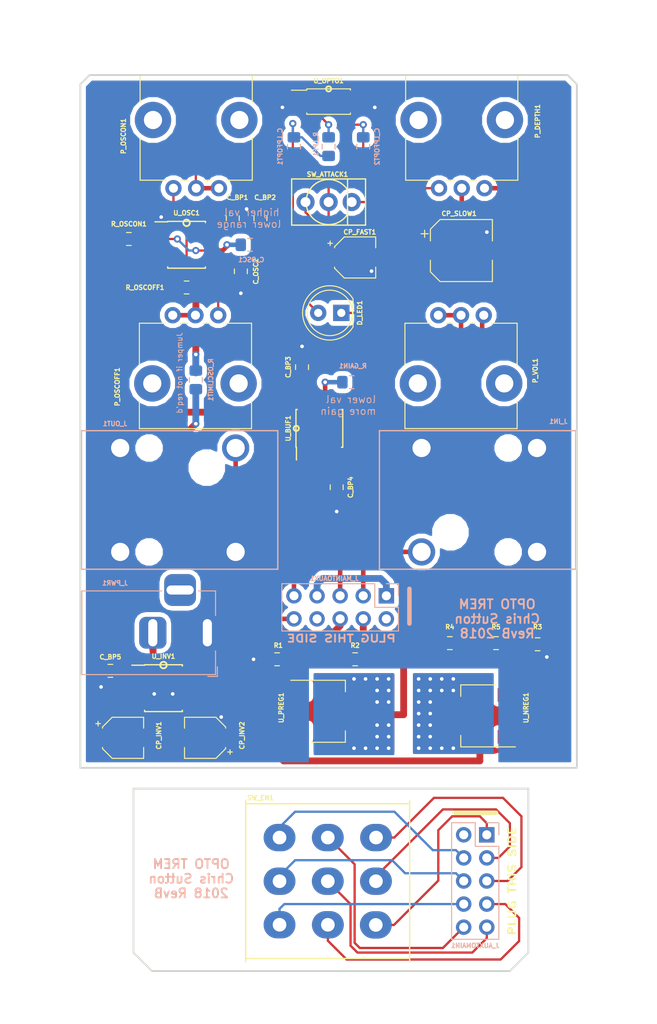
<source format=kicad_pcb>
(kicad_pcb (version 20171130) (host pcbnew "(5.0.0-3-g5ebb6b6)")

  (general
    (thickness 1.6)
    (drawings 31)
    (tracks 394)
    (zones 0)
    (modules 41)
    (nets 41)
  )

  (page A4)
  (title_block
    (comment 1 https://www.hammfg.com/files/parts/pdf/1590B.pdf)
  )

  (layers
    (0 F.Cu signal)
    (31 B.Cu signal)
    (32 B.Adhes user)
    (33 F.Adhes user)
    (34 B.Paste user)
    (35 F.Paste user)
    (36 B.SilkS user)
    (37 F.SilkS user)
    (38 B.Mask user)
    (39 F.Mask user)
    (40 Dwgs.User user)
    (41 Cmts.User user)
    (42 Eco1.User user)
    (43 Eco2.User user)
    (44 Edge.Cuts user)
    (45 Margin user)
    (46 B.CrtYd user hide)
    (47 F.CrtYd user hide)
    (48 B.Fab user hide)
    (49 F.Fab user hide)
  )

  (setup
    (last_trace_width 0.75)
    (user_trace_width 0.5)
    (user_trace_width 0.75)
    (trace_clearance 0.2)
    (zone_clearance 0.508)
    (zone_45_only no)
    (trace_min 0.2)
    (segment_width 0.2)
    (edge_width 0.2)
    (via_size 0.8)
    (via_drill 0.4)
    (via_min_size 0.4)
    (via_min_drill 0.3)
    (uvia_size 0.3)
    (uvia_drill 0.1)
    (uvias_allowed no)
    (uvia_min_size 0.2)
    (uvia_min_drill 0.1)
    (pcb_text_width 0.3)
    (pcb_text_size 1.5 1.5)
    (mod_edge_width 0.15)
    (mod_text_size 0.5 0.5)
    (mod_text_width 0.125)
    (pad_size 1.15 1.4)
    (pad_drill 0)
    (pad_to_mask_clearance 0.2)
    (aux_axis_origin 0 0)
    (visible_elements 7FFFFFFF)
    (pcbplotparams
      (layerselection 0x010fc_ffffffff)
      (usegerberextensions false)
      (usegerberattributes false)
      (usegerberadvancedattributes false)
      (creategerberjobfile false)
      (excludeedgelayer true)
      (linewidth 0.100000)
      (plotframeref false)
      (viasonmask false)
      (mode 1)
      (useauxorigin false)
      (hpglpennumber 1)
      (hpglpenspeed 20)
      (hpglpendiameter 15.000000)
      (psnegative false)
      (psa4output false)
      (plotreference true)
      (plotvalue true)
      (plotinvisibletext false)
      (padsonsilk false)
      (subtractmaskfromsilk false)
      (outputformat 1)
      (mirror false)
      (drillshape 0)
      (scaleselection 1)
      (outputdirectory "docs/GERBERS/"))
  )

  (net 0 "")
  (net 1 -9V)
  (net 2 /3PDT_8_EXT)
  (net 3 +5V)
  (net 4 -5V)
  (net 5 +9V)
  (net 6 "Net-(C_OSC1-Pad1)")
  (net 7 /3PDT_2_EXT)
  (net 8 /3PDT_4_EXT)
  (net 9 /3PDT_3_EXT)
  (net 10 /3PDT_5_EXT)
  (net 11 /3PDT_6_EXT)
  (net 12 "Net-(P_DEPTH1-Pad2)")
  (net 13 "Net-(P_DEPTH1-Pad1)")
  (net 14 "Net-(P_VOL1-Pad1)")
  (net 15 "Net-(R1-Pad1)")
  (net 16 "Net-(R3-Pad1)")
  (net 17 "Net-(R4-Pad1)")
  (net 18 "Net-(R_LPF1-Pad2)")
  (net 19 "Net-(C_LPFOPT1-Pad1)")
  (net 20 "Net-(CP_INV1-Pad2)")
  (net 21 "Net-(CP_INV1-Pad1)")
  (net 22 "Net-(C_OSC2-Pad1)")
  (net 23 /555PWMTremolo_3PDT/3PDT_9_INT)
  (net 24 /555PWMTremolo_3PDT/3PDT_8_INT)
  (net 25 /555PWMTremolo_3PDT/3PDT_7_INT)
  (net 26 /555PWMTremolo_3PDT/3PDT_6_INT)
  (net 27 /555PWMTremolo_3PDT/3PDT_5_INT)
  (net 28 /555PWMTremolo_3PDT/3PDT_4_INT)
  (net 29 /555PWMTremolo_3PDT/3PDT_3_INT)
  (net 30 /555PWMTremolo_3PDT/3PDT_2_INT)
  (net 31 /555PWMTremolo_3PDT/3PDT_1_INT)
  (net 32 /555PWMTremolo_Clock/CLK_OUT)
  (net 33 "Net-(P_OSCOFF1-Pad1)")
  (net 34 "Net-(P_OSCOFF1-Pad3)")
  (net 35 "Net-(P_OSCON1-Pad1)")
  (net 36 /GND)
  (net 37 "Net-(C_BP1-Pad1)")
  (net 38 "Net-(C_LPFOPT2-Pad1)")
  (net 39 "Net-(CP_FAST1-Pad1)")
  (net 40 "Net-(CP_SLOW1-Pad1)")

  (net_class Default "This is the default net class."
    (clearance 0.2)
    (trace_width 0.25)
    (via_dia 0.8)
    (via_drill 0.4)
    (uvia_dia 0.3)
    (uvia_drill 0.1)
    (add_net +5V)
    (add_net +9V)
    (add_net -5V)
    (add_net -9V)
    (add_net /3PDT_2_EXT)
    (add_net /3PDT_3_EXT)
    (add_net /3PDT_4_EXT)
    (add_net /3PDT_5_EXT)
    (add_net /3PDT_6_EXT)
    (add_net /3PDT_8_EXT)
    (add_net /555PWMTremolo_3PDT/3PDT_1_INT)
    (add_net /555PWMTremolo_3PDT/3PDT_2_INT)
    (add_net /555PWMTremolo_3PDT/3PDT_3_INT)
    (add_net /555PWMTremolo_3PDT/3PDT_4_INT)
    (add_net /555PWMTremolo_3PDT/3PDT_5_INT)
    (add_net /555PWMTremolo_3PDT/3PDT_6_INT)
    (add_net /555PWMTremolo_3PDT/3PDT_7_INT)
    (add_net /555PWMTremolo_3PDT/3PDT_8_INT)
    (add_net /555PWMTremolo_3PDT/3PDT_9_INT)
    (add_net /555PWMTremolo_Clock/CLK_OUT)
    (add_net /GND)
    (add_net "Net-(CP_FAST1-Pad1)")
    (add_net "Net-(CP_INV1-Pad1)")
    (add_net "Net-(CP_INV1-Pad2)")
    (add_net "Net-(CP_SLOW1-Pad1)")
    (add_net "Net-(C_BP1-Pad1)")
    (add_net "Net-(C_LPFOPT1-Pad1)")
    (add_net "Net-(C_LPFOPT2-Pad1)")
    (add_net "Net-(C_OSC1-Pad1)")
    (add_net "Net-(C_OSC2-Pad1)")
    (add_net "Net-(P_DEPTH1-Pad1)")
    (add_net "Net-(P_DEPTH1-Pad2)")
    (add_net "Net-(P_OSCOFF1-Pad1)")
    (add_net "Net-(P_OSCOFF1-Pad3)")
    (add_net "Net-(P_OSCON1-Pad1)")
    (add_net "Net-(P_VOL1-Pad1)")
    (add_net "Net-(R1-Pad1)")
    (add_net "Net-(R3-Pad1)")
    (add_net "Net-(R4-Pad1)")
    (add_net "Net-(R_LPF1-Pad2)")
  )

  (module CustomHeaders:IDCHeader_02x05_P2.54mm_Vertical_Counter_Clockwise (layer B.Cu) (tedit 5BE58C88) (tstamp 5C162985)
    (at 98.044 154.94 180)
    (descr "Through hole straight pin header, 2x05, 2.54mm pitch, double rows")
    (tags "Through hole pin header THT 2x05 2.54mm double row")
    (path /5BFCF63F/5BE5CA85)
    (fp_text reference J_AUXTOMAIN1 (at 1.27 -12.192 180) (layer B.SilkS)
      (effects (font (size 0.5 0.5) (thickness 0.125)) (justify mirror))
    )
    (fp_text value Conn_02x05_Counter_Clockwise (at 1.27 -12.49 180) (layer B.Fab)
      (effects (font (size 0.5 0.5) (thickness 0.125)) (justify mirror))
    )
    (fp_text user %R (at 1.27 -5.08 90) (layer B.Fab)
      (effects (font (size 0.5 0.5) (thickness 0.125)) (justify mirror))
    )
    (fp_line (start 4.35 1.8) (end -1.8 1.8) (layer B.CrtYd) (width 0.05))
    (fp_line (start 4.35 -11.95) (end 4.35 1.8) (layer B.CrtYd) (width 0.05))
    (fp_line (start -1.8 -11.95) (end 4.35 -11.95) (layer B.CrtYd) (width 0.05))
    (fp_line (start -1.8 1.8) (end -1.8 -11.95) (layer B.CrtYd) (width 0.05))
    (fp_line (start -1.33 1.33) (end 0 1.33) (layer B.SilkS) (width 0.12))
    (fp_line (start -1.33 0) (end -1.33 1.33) (layer B.SilkS) (width 0.12))
    (fp_line (start 1.27 1.33) (end 3.87 1.33) (layer B.SilkS) (width 0.12))
    (fp_line (start 1.27 -1.27) (end 1.27 1.33) (layer B.SilkS) (width 0.12))
    (fp_line (start -1.33 -1.27) (end 1.27 -1.27) (layer B.SilkS) (width 0.12))
    (fp_line (start 3.87 1.33) (end 3.87 -11.49) (layer B.SilkS) (width 0.12))
    (fp_line (start -1.33 -1.27) (end -1.33 -11.49) (layer B.SilkS) (width 0.12))
    (fp_line (start -1.33 -11.49) (end 3.87 -11.49) (layer B.SilkS) (width 0.12))
    (fp_line (start -1.27 0) (end 0 1.27) (layer B.Fab) (width 0.1))
    (fp_line (start -1.27 -11.43) (end -1.27 0) (layer B.Fab) (width 0.1))
    (fp_line (start 3.81 -11.43) (end -1.27 -11.43) (layer B.Fab) (width 0.1))
    (fp_line (start 3.81 1.27) (end 3.81 -11.43) (layer B.Fab) (width 0.1))
    (fp_line (start 0 1.27) (end 3.81 1.27) (layer B.Fab) (width 0.1))
    (pad 10 thru_hole oval (at 2.54 0 180) (size 1.7 1.7) (drill 1) (layers *.Cu *.Mask))
    (pad 9 thru_hole oval (at 2.54 -2.54 180) (size 1.7 1.7) (drill 1) (layers *.Cu *.Mask)
      (net 23 /555PWMTremolo_3PDT/3PDT_9_INT))
    (pad 8 thru_hole oval (at 2.54 -5.08 180) (size 1.7 1.7) (drill 1) (layers *.Cu *.Mask)
      (net 24 /555PWMTremolo_3PDT/3PDT_8_INT))
    (pad 7 thru_hole oval (at 2.54 -7.62 180) (size 1.7 1.7) (drill 1) (layers *.Cu *.Mask)
      (net 25 /555PWMTremolo_3PDT/3PDT_7_INT))
    (pad 6 thru_hole oval (at 2.54 -10.16 180) (size 1.7 1.7) (drill 1) (layers *.Cu *.Mask)
      (net 26 /555PWMTremolo_3PDT/3PDT_6_INT))
    (pad 5 thru_hole oval (at 0 -10.16 180) (size 1.7 1.7) (drill 1) (layers *.Cu *.Mask)
      (net 27 /555PWMTremolo_3PDT/3PDT_5_INT))
    (pad 4 thru_hole oval (at 0 -7.62 180) (size 1.7 1.7) (drill 1) (layers *.Cu *.Mask)
      (net 28 /555PWMTremolo_3PDT/3PDT_4_INT))
    (pad 3 thru_hole oval (at 0 -5.08 180) (size 1.7 1.7) (drill 1) (layers *.Cu *.Mask)
      (net 29 /555PWMTremolo_3PDT/3PDT_3_INT))
    (pad 2 thru_hole oval (at 0 -2.54 180) (size 1.7 1.7) (drill 1) (layers *.Cu *.Mask)
      (net 30 /555PWMTremolo_3PDT/3PDT_2_INT))
    (pad 1 thru_hole rect (at 0 0 180) (size 1.7 1.7) (drill 1) (layers *.Cu *.Mask)
      (net 31 /555PWMTremolo_3PDT/3PDT_1_INT))
    (model ${KISYS3DMOD}/Connector_PinHeader_2.54mm.3dshapes/PinHeader_2x05_P2.54mm_Vertical.wrl
      (at (xyz 0 0 0))
      (scale (xyz 1 1 1))
      (rotate (xyz 0 0 0))
    )
  )

  (module Capacitor_SMD:C_0805_2012Metric_Pad1.15x1.40mm_HandSolder (layer B.Cu) (tedit 5B36C52B) (tstamp 5C2A2B57)
    (at 76.835 79.248 270)
    (descr "Capacitor SMD 0805 (2012 Metric), square (rectangular) end terminal, IPC_7351 nominal with elongated pad for handsoldering. (Body size source: https://docs.google.com/spreadsheets/d/1BsfQQcO9C6DZCsRaXUlFlo91Tg2WpOkGARC1WS5S8t0/edit?usp=sharing), generated with kicad-footprint-generator")
    (tags "capacitor handsolder")
    (path /5BF54A3F/5C18735B)
    (attr smd)
    (fp_text reference C_LPFOPT1 (at 0 1.524 270) (layer B.SilkS)
      (effects (font (size 0.5 0.5) (thickness 0.125)) (justify mirror))
    )
    (fp_text value 100nF (at 0 -1.65 270) (layer B.Fab)
      (effects (font (size 0.5 0.5) (thickness 0.125)) (justify mirror))
    )
    (fp_text user %R (at 0 0 270) (layer B.Fab)
      (effects (font (size 0.5 0.5) (thickness 0.125)) (justify mirror))
    )
    (fp_line (start 1.85 -0.95) (end -1.85 -0.95) (layer B.CrtYd) (width 0.05))
    (fp_line (start 1.85 0.95) (end 1.85 -0.95) (layer B.CrtYd) (width 0.05))
    (fp_line (start -1.85 0.95) (end 1.85 0.95) (layer B.CrtYd) (width 0.05))
    (fp_line (start -1.85 -0.95) (end -1.85 0.95) (layer B.CrtYd) (width 0.05))
    (fp_line (start -0.261252 -0.71) (end 0.261252 -0.71) (layer B.SilkS) (width 0.12))
    (fp_line (start -0.261252 0.71) (end 0.261252 0.71) (layer B.SilkS) (width 0.12))
    (fp_line (start 1 -0.6) (end -1 -0.6) (layer B.Fab) (width 0.1))
    (fp_line (start 1 0.6) (end 1 -0.6) (layer B.Fab) (width 0.1))
    (fp_line (start -1 0.6) (end 1 0.6) (layer B.Fab) (width 0.1))
    (fp_line (start -1 -0.6) (end -1 0.6) (layer B.Fab) (width 0.1))
    (pad 2 smd roundrect (at 1.025 0 270) (size 1.15 1.4) (layers B.Cu B.Paste B.Mask) (roundrect_rratio 0.217391)
      (net 36 /GND))
    (pad 1 smd roundrect (at -1.025 0 270) (size 1.15 1.4) (layers B.Cu B.Paste B.Mask) (roundrect_rratio 0.217391)
      (net 19 "Net-(C_LPFOPT1-Pad1)"))
    (model ${KISYS3DMOD}/Capacitor_SMD.3dshapes/C_0805_2012Metric.wrl
      (at (xyz 0 0 0))
      (scale (xyz 1 1 1))
      (rotate (xyz 0 0 0))
    )
  )

  (module Capacitor_SMD:C_0805_2012Metric_Pad1.15x1.40mm_HandSolder (layer B.Cu) (tedit 5B36C52B) (tstamp 5C2A2B27)
    (at 84.455 79.248 270)
    (descr "Capacitor SMD 0805 (2012 Metric), square (rectangular) end terminal, IPC_7351 nominal with elongated pad for handsoldering. (Body size source: https://docs.google.com/spreadsheets/d/1BsfQQcO9C6DZCsRaXUlFlo91Tg2WpOkGARC1WS5S8t0/edit?usp=sharing), generated with kicad-footprint-generator")
    (tags "capacitor handsolder")
    (path /5BF54A3F/5C18730A)
    (attr smd)
    (fp_text reference C_LPFOPT2 (at 0 -1.524 90) (layer B.SilkS)
      (effects (font (size 0.5 0.5) (thickness 0.125)) (justify mirror))
    )
    (fp_text value 10uF (at 0 -1.65 270) (layer B.Fab)
      (effects (font (size 0.5 0.5) (thickness 0.125)) (justify mirror))
    )
    (fp_line (start -1 -0.6) (end -1 0.6) (layer B.Fab) (width 0.1))
    (fp_line (start -1 0.6) (end 1 0.6) (layer B.Fab) (width 0.1))
    (fp_line (start 1 0.6) (end 1 -0.6) (layer B.Fab) (width 0.1))
    (fp_line (start 1 -0.6) (end -1 -0.6) (layer B.Fab) (width 0.1))
    (fp_line (start -0.261252 0.71) (end 0.261252 0.71) (layer B.SilkS) (width 0.12))
    (fp_line (start -0.261252 -0.71) (end 0.261252 -0.71) (layer B.SilkS) (width 0.12))
    (fp_line (start -1.85 -0.95) (end -1.85 0.95) (layer B.CrtYd) (width 0.05))
    (fp_line (start -1.85 0.95) (end 1.85 0.95) (layer B.CrtYd) (width 0.05))
    (fp_line (start 1.85 0.95) (end 1.85 -0.95) (layer B.CrtYd) (width 0.05))
    (fp_line (start 1.85 -0.95) (end -1.85 -0.95) (layer B.CrtYd) (width 0.05))
    (fp_text user %R (at 0 0 270) (layer B.Fab)
      (effects (font (size 0.5 0.5) (thickness 0.125)) (justify mirror))
    )
    (pad 1 smd roundrect (at -1.025 0 270) (size 1.15 1.4) (layers B.Cu B.Paste B.Mask) (roundrect_rratio 0.217391)
      (net 38 "Net-(C_LPFOPT2-Pad1)"))
    (pad 2 smd roundrect (at 1.025 0 270) (size 1.15 1.4) (layers B.Cu B.Paste B.Mask) (roundrect_rratio 0.217391)
      (net 36 /GND))
    (model ${KISYS3DMOD}/Capacitor_SMD.3dshapes/C_0805_2012Metric.wrl
      (at (xyz 0 0 0))
      (scale (xyz 1 1 1))
      (rotate (xyz 0 0 0))
    )
  )

  (module Resistor_SMD:R_0805_2012Metric_Pad1.15x1.40mm_HandSolder (layer B.Cu) (tedit 5B36C52B) (tstamp 5C2A2D94)
    (at 80.645 79.248 90)
    (descr "Resistor SMD 0805 (2012 Metric), square (rectangular) end terminal, IPC_7351 nominal with elongated pad for handsoldering. (Body size source: https://docs.google.com/spreadsheets/d/1BsfQQcO9C6DZCsRaXUlFlo91Tg2WpOkGARC1WS5S8t0/edit?usp=sharing), generated with kicad-footprint-generator")
    (tags "resistor handsolder")
    (path /5BF54A3F/5BF61CAE)
    (attr smd)
    (fp_text reference R_LPF1 (at 0.254 -1.397 -90) (layer B.SilkS)
      (effects (font (size 0.5 0.5) (thickness 0.125)) (justify mirror))
    )
    (fp_text value 100R (at 0 -1.65 90) (layer B.Fab)
      (effects (font (size 0.5 0.5) (thickness 0.125)) (justify mirror))
    )
    (fp_text user %R (at 0 0 90) (layer B.Fab)
      (effects (font (size 0.5 0.5) (thickness 0.125)) (justify mirror))
    )
    (fp_line (start 1.85 -0.95) (end -1.85 -0.95) (layer B.CrtYd) (width 0.05))
    (fp_line (start 1.85 0.95) (end 1.85 -0.95) (layer B.CrtYd) (width 0.05))
    (fp_line (start -1.85 0.95) (end 1.85 0.95) (layer B.CrtYd) (width 0.05))
    (fp_line (start -1.85 -0.95) (end -1.85 0.95) (layer B.CrtYd) (width 0.05))
    (fp_line (start -0.261252 -0.71) (end 0.261252 -0.71) (layer B.SilkS) (width 0.12))
    (fp_line (start -0.261252 0.71) (end 0.261252 0.71) (layer B.SilkS) (width 0.12))
    (fp_line (start 1 -0.6) (end -1 -0.6) (layer B.Fab) (width 0.1))
    (fp_line (start 1 0.6) (end 1 -0.6) (layer B.Fab) (width 0.1))
    (fp_line (start -1 0.6) (end 1 0.6) (layer B.Fab) (width 0.1))
    (fp_line (start -1 -0.6) (end -1 0.6) (layer B.Fab) (width 0.1))
    (pad 2 smd roundrect (at 1.025 0 90) (size 1.15 1.4) (layers B.Cu B.Paste B.Mask) (roundrect_rratio 0.217391)
      (net 18 "Net-(R_LPF1-Pad2)"))
    (pad 1 smd roundrect (at -1.025 0 90) (size 1.15 1.4) (layers B.Cu B.Paste B.Mask) (roundrect_rratio 0.217391)
      (net 19 "Net-(C_LPFOPT1-Pad1)"))
    (model ${KISYS3DMOD}/Resistor_SMD.3dshapes/R_0805_2012Metric.wrl
      (at (xyz 0 0 0))
      (scale (xyz 1 1 1))
      (rotate (xyz 0 0 0))
    )
  )

  (module custom_sw:SW_3PDT_W18MM_L17.3MM_P5.3MM_D2MM (layer F.Cu) (tedit 5BE45A54) (tstamp 5BE5D8CF)
    (at 80.5434 160.0327 180)
    (path /5BFCF63F/5BFCF869)
    (fp_text reference SW_EN1 (at 7.3914 9.1567 180) (layer F.SilkS)
      (effects (font (size 0.5 0.5) (thickness 0.125)))
    )
    (fp_text value SW_3PDT_on_on (at 0.254 14.478 180) (layer F.Fab)
      (effects (font (size 0.5 0.5) (thickness 0.125)))
    )
    (fp_line (start -8.89 -8.509) (end 7.62 -8.509) (layer F.SilkS) (width 0.15))
    (fp_line (start 7.62 -8.509) (end 8.89 -8.509) (layer F.SilkS) (width 0.15))
    (fp_line (start 9.017 -8.89) (end 9.017 8.89) (layer F.SilkS) (width 0.15))
    (fp_line (start 8.89 8.509) (end -8.89 8.509) (layer F.SilkS) (width 0.15))
    (fp_line (start -9.017 8.89) (end -9.017 -8.89) (layer F.SilkS) (width 0.15))
    (pad 1 thru_hole oval (at -5.29336 -4.81838 180) (size 3.5 3) (drill 1.5) (layers *.Cu *.Mask)
      (net 31 /555PWMTremolo_3PDT/3PDT_1_INT))
    (pad 4 thru_hole oval (at -0.02032 -4.80568 180) (size 3.5 3) (drill 1.5) (layers *.Cu *.Mask)
      (net 28 /555PWMTremolo_3PDT/3PDT_4_INT))
    (pad 7 thru_hole oval (at 5.2959 -4.8006 180) (size 3.5 3) (drill 1.5) (layers *.Cu *.Mask)
      (net 25 /555PWMTremolo_3PDT/3PDT_7_INT))
    (pad 2 thru_hole oval (at -5.3086 -0.0127 180) (size 3.5 3) (drill 1.5) (layers *.Cu *.Mask)
      (net 30 /555PWMTremolo_3PDT/3PDT_2_INT))
    (pad 5 thru_hole oval (at -0.0127 -0.0127 180) (size 3.5 3) (drill 1.5) (layers *.Cu *.Mask)
      (net 27 /555PWMTremolo_3PDT/3PDT_5_INT))
    (pad 8 thru_hole oval (at 5.2959 -0.0127 180) (size 3.5 3) (drill 1.5) (layers *.Cu *.Mask)
      (net 24 /555PWMTremolo_3PDT/3PDT_8_INT))
    (pad 3 thru_hole oval (at -5.3213 4.7879 180) (size 3.5 3) (drill 1.5) (layers *.Cu *.Mask)
      (net 29 /555PWMTremolo_3PDT/3PDT_3_INT))
    (pad 6 thru_hole oval (at -0.0127 4.7879 180) (size 3.5 3) (drill 1.5) (layers *.Cu *.Mask)
      (net 26 /555PWMTremolo_3PDT/3PDT_6_INT))
    (pad 9 thru_hole oval (at 5.2959 4.7879 180) (size 3.5 3) (drill 1.5) (layers *.Cu *.Mask)
      (net 23 /555PWMTremolo_3PDT/3PDT_9_INT))
    (model "${KIPRJMOD}/LIBS/3D/3PDT Switch/3PDT.stp"
      (offset (xyz -9 -6.25 0))
      (scale (xyz 1 1 1))
      (rotate (xyz 0 0 0))
    )
  )

  (module Resistor_SMD:R_0805_2012Metric_Pad1.15x1.40mm_HandSolder (layer B.Cu) (tedit 5B36C52B) (tstamp 5BE52FB6)
    (at 83.185 105.156)
    (descr "Resistor SMD 0805 (2012 Metric), square (rectangular) end terminal, IPC_7351 nominal with elongated pad for handsoldering. (Body size source: https://docs.google.com/spreadsheets/d/1BsfQQcO9C6DZCsRaXUlFlo91Tg2WpOkGARC1WS5S8t0/edit?usp=sharing), generated with kicad-footprint-generator")
    (tags "resistor handsolder")
    (path /5BE2AB83)
    (attr smd)
    (fp_text reference R_GAIN1 (at 0.127 -1.778) (layer B.SilkS)
      (effects (font (size 0.5 0.5) (thickness 0.125)) (justify mirror))
    )
    (fp_text value 2K7 (at 0 -1.65) (layer B.Fab)
      (effects (font (size 0.5 0.5) (thickness 0.125)) (justify mirror))
    )
    (fp_line (start -1 -0.6) (end -1 0.6) (layer B.Fab) (width 0.1))
    (fp_line (start -1 0.6) (end 1 0.6) (layer B.Fab) (width 0.1))
    (fp_line (start 1 0.6) (end 1 -0.6) (layer B.Fab) (width 0.1))
    (fp_line (start 1 -0.6) (end -1 -0.6) (layer B.Fab) (width 0.1))
    (fp_line (start -0.261252 0.71) (end 0.261252 0.71) (layer B.SilkS) (width 0.12))
    (fp_line (start -0.261252 -0.71) (end 0.261252 -0.71) (layer B.SilkS) (width 0.12))
    (fp_line (start -1.85 -0.95) (end -1.85 0.95) (layer B.CrtYd) (width 0.05))
    (fp_line (start -1.85 0.95) (end 1.85 0.95) (layer B.CrtYd) (width 0.05))
    (fp_line (start 1.85 0.95) (end 1.85 -0.95) (layer B.CrtYd) (width 0.05))
    (fp_line (start 1.85 -0.95) (end -1.85 -0.95) (layer B.CrtYd) (width 0.05))
    (fp_text user %R (at 0 0) (layer B.Fab)
      (effects (font (size 0.5 0.5) (thickness 0.125)) (justify mirror))
    )
    (pad 1 smd roundrect (at -1.025 0) (size 1.15 1.4) (layers B.Cu B.Paste B.Mask) (roundrect_rratio 0.217391)
      (net 14 "Net-(P_VOL1-Pad1)"))
    (pad 2 smd roundrect (at 1.025 0) (size 1.15 1.4) (layers B.Cu B.Paste B.Mask) (roundrect_rratio 0.217391)
      (net 36 /GND))
    (model ${KISYS3DMOD}/Resistor_SMD.3dshapes/R_0805_2012Metric.wrl
      (at (xyz 0 0 0))
      (scale (xyz 1 1 1))
      (rotate (xyz 0 0 0))
    )
  )

  (module LED_THT:LED_D5.0mm (layer F.Cu) (tedit 5995936A) (tstamp 5C2A27A7)
    (at 82.042 97.536 180)
    (descr "LED, diameter 5.0mm, 2 pins, http://cdn-reichelt.de/documents/datenblatt/A500/LL-504BC2E-009.pdf")
    (tags "LED diameter 5.0mm 2 pins")
    (path /5BF54A3F/5BF61C9C)
    (fp_text reference D_LED1 (at -2.032 0 90) (layer F.SilkS)
      (effects (font (size 0.5 0.5) (thickness 0.125)))
    )
    (fp_text value LED (at 1.27 3.96 180) (layer F.Fab)
      (effects (font (size 0.5 0.5) (thickness 0.125)))
    )
    (fp_arc (start 1.27 0) (end -1.23 -1.469694) (angle 299.1) (layer F.Fab) (width 0.1))
    (fp_arc (start 1.27 0) (end -1.29 -1.54483) (angle 148.9) (layer F.SilkS) (width 0.12))
    (fp_arc (start 1.27 0) (end -1.29 1.54483) (angle -148.9) (layer F.SilkS) (width 0.12))
    (fp_circle (center 1.27 0) (end 3.77 0) (layer F.Fab) (width 0.1))
    (fp_circle (center 1.27 0) (end 3.77 0) (layer F.SilkS) (width 0.12))
    (fp_line (start -1.23 -1.469694) (end -1.23 1.469694) (layer F.Fab) (width 0.1))
    (fp_line (start -1.29 -1.545) (end -1.29 1.545) (layer F.SilkS) (width 0.12))
    (fp_line (start -1.95 -3.25) (end -1.95 3.25) (layer F.CrtYd) (width 0.05))
    (fp_line (start -1.95 3.25) (end 4.5 3.25) (layer F.CrtYd) (width 0.05))
    (fp_line (start 4.5 3.25) (end 4.5 -3.25) (layer F.CrtYd) (width 0.05))
    (fp_line (start 4.5 -3.25) (end -1.95 -3.25) (layer F.CrtYd) (width 0.05))
    (fp_text user %R (at 1.25 0 180) (layer F.Fab)
      (effects (font (size 0.5 0.5) (thickness 0.125)))
    )
    (pad 1 thru_hole rect (at 0 0 180) (size 1.8 1.8) (drill 0.9) (layers *.Cu *.Mask)
      (net 38 "Net-(C_LPFOPT2-Pad1)"))
    (pad 2 thru_hole circle (at 2.54 0 180) (size 1.8 1.8) (drill 0.9) (layers *.Cu *.Mask)
      (net 19 "Net-(C_LPFOPT1-Pad1)"))
    (model ${KISYS3DMOD}/LED_THT.3dshapes/LED_D5.0mm.wrl
      (at (xyz 0 0 0))
      (scale (xyz 1 1 1))
      (rotate (xyz 0 0 0))
    )
  )

  (module Package_TO_SOT_SMD:SOT-223-3_TabPin2 (layer F.Cu) (tedit 5A02FF57) (tstamp 5BE5A047)
    (at 97.0915 141.859 180)
    (descr "module CMS SOT223 4 pins")
    (tags "CMS SOT")
    (path /5BE2DBE2)
    (attr smd)
    (fp_text reference U_NREG1 (at -5.2705 0.889 90) (layer F.SilkS)
      (effects (font (size 0.5 0.5) (thickness 0.125)))
    )
    (fp_text value LM337_SOT223 (at 0 4.5 180) (layer F.Fab)
      (effects (font (size 0.5 0.5) (thickness 0.125)))
    )
    (fp_line (start 1.85 -3.35) (end 1.85 3.35) (layer F.Fab) (width 0.1))
    (fp_line (start -1.85 3.35) (end 1.85 3.35) (layer F.Fab) (width 0.1))
    (fp_line (start -4.1 -3.41) (end 1.91 -3.41) (layer F.SilkS) (width 0.12))
    (fp_line (start -0.85 -3.35) (end 1.85 -3.35) (layer F.Fab) (width 0.1))
    (fp_line (start -1.85 3.41) (end 1.91 3.41) (layer F.SilkS) (width 0.12))
    (fp_line (start -1.85 -2.35) (end -1.85 3.35) (layer F.Fab) (width 0.1))
    (fp_line (start -1.85 -2.35) (end -0.85 -3.35) (layer F.Fab) (width 0.1))
    (fp_line (start -4.4 -3.6) (end -4.4 3.6) (layer F.CrtYd) (width 0.05))
    (fp_line (start -4.4 3.6) (end 4.4 3.6) (layer F.CrtYd) (width 0.05))
    (fp_line (start 4.4 3.6) (end 4.4 -3.6) (layer F.CrtYd) (width 0.05))
    (fp_line (start 4.4 -3.6) (end -4.4 -3.6) (layer F.CrtYd) (width 0.05))
    (fp_line (start 1.91 -3.41) (end 1.91 -2.15) (layer F.SilkS) (width 0.12))
    (fp_line (start 1.91 3.41) (end 1.91 2.15) (layer F.SilkS) (width 0.12))
    (fp_text user %R (at 0 0 270) (layer F.Fab)
      (effects (font (size 0.5 0.5) (thickness 0.125)))
    )
    (pad 1 smd rect (at -3.15 -2.3 180) (size 2 1.5) (layers F.Cu F.Paste F.Mask)
      (net 16 "Net-(R3-Pad1)"))
    (pad 3 smd rect (at -3.15 2.3 180) (size 2 1.5) (layers F.Cu F.Paste F.Mask)
      (net 4 -5V))
    (pad 2 smd rect (at -3.15 0 180) (size 2 1.5) (layers F.Cu F.Paste F.Mask)
      (net 1 -9V))
    (pad 2 smd rect (at 3.15 0 180) (size 2 3.8) (layers F.Cu F.Paste F.Mask)
      (net 1 -9V))
    (model ${KISYS3DMOD}/Package_TO_SOT_SMD.3dshapes/SOT-223.wrl
      (at (xyz 0 0 0))
      (scale (xyz 1 1 1))
      (rotate (xyz 0 0 0))
    )
  )

  (module Capacitor_SMD:C_0805_2012Metric_Pad1.15x1.40mm_HandSolder (layer F.Cu) (tedit 5B36C52B) (tstamp 5BF13C08)
    (at 70.104 87.122 90)
    (descr "Capacitor SMD 0805 (2012 Metric), square (rectangular) end terminal, IPC_7351 nominal with elongated pad for handsoldering. (Body size source: https://docs.google.com/spreadsheets/d/1BsfQQcO9C6DZCsRaXUlFlo91Tg2WpOkGARC1WS5S8t0/edit?usp=sharing), generated with kicad-footprint-generator")
    (tags "capacitor handsolder")
    (path /5BF54A3F/5BEBE4C2)
    (attr smd)
    (fp_text reference C_BP1 (at 2.286 0.508 180) (layer F.SilkS)
      (effects (font (size 0.5 0.5) (thickness 0.125)))
    )
    (fp_text value 100nF (at 0 1.65 90) (layer F.Fab)
      (effects (font (size 0.5 0.5) (thickness 0.125)))
    )
    (fp_line (start -1 0.6) (end -1 -0.6) (layer F.Fab) (width 0.1))
    (fp_line (start -1 -0.6) (end 1 -0.6) (layer F.Fab) (width 0.1))
    (fp_line (start 1 -0.6) (end 1 0.6) (layer F.Fab) (width 0.1))
    (fp_line (start 1 0.6) (end -1 0.6) (layer F.Fab) (width 0.1))
    (fp_line (start -0.261252 -0.71) (end 0.261252 -0.71) (layer F.SilkS) (width 0.12))
    (fp_line (start -0.261252 0.71) (end 0.261252 0.71) (layer F.SilkS) (width 0.12))
    (fp_line (start -1.85 0.95) (end -1.85 -0.95) (layer F.CrtYd) (width 0.05))
    (fp_line (start -1.85 -0.95) (end 1.85 -0.95) (layer F.CrtYd) (width 0.05))
    (fp_line (start 1.85 -0.95) (end 1.85 0.95) (layer F.CrtYd) (width 0.05))
    (fp_line (start 1.85 0.95) (end -1.85 0.95) (layer F.CrtYd) (width 0.05))
    (fp_text user %R (at 0 0 90) (layer F.Fab)
      (effects (font (size 0.5 0.5) (thickness 0.125)))
    )
    (pad 1 smd roundrect (at -1.025 0 90) (size 1.15 1.4) (layers F.Cu F.Paste F.Mask) (roundrect_rratio 0.217391)
      (net 37 "Net-(C_BP1-Pad1)"))
    (pad 2 smd roundrect (at 1.025 0 90) (size 1.15 1.4) (layers F.Cu F.Paste F.Mask) (roundrect_rratio 0.217391)
      (net 36 /GND))
    (model ${KISYS3DMOD}/Capacitor_SMD.3dshapes/C_0805_2012Metric.wrl
      (at (xyz 0 0 0))
      (scale (xyz 1 1 1))
      (rotate (xyz 0 0 0))
    )
  )

  (module Capacitor_SMD:C_0805_2012Metric_Pad1.15x1.40mm_HandSolder (layer F.Cu) (tedit 5B36C52B) (tstamp 5C165443)
    (at 77.724 103.505 270)
    (descr "Capacitor SMD 0805 (2012 Metric), square (rectangular) end terminal, IPC_7351 nominal with elongated pad for handsoldering. (Body size source: https://docs.google.com/spreadsheets/d/1BsfQQcO9C6DZCsRaXUlFlo91Tg2WpOkGARC1WS5S8t0/edit?usp=sharing), generated with kicad-footprint-generator")
    (tags "capacitor handsolder")
    (path /5BED3C35)
    (attr smd)
    (fp_text reference C_BP3 (at 0 1.524 270) (layer F.SilkS)
      (effects (font (size 0.5 0.5) (thickness 0.125)))
    )
    (fp_text value 100nF (at 0 1.65 270) (layer F.Fab)
      (effects (font (size 0.5 0.5) (thickness 0.125)))
    )
    (fp_text user %R (at 0 0 270) (layer F.Fab)
      (effects (font (size 0.5 0.5) (thickness 0.125)))
    )
    (fp_line (start 1.85 0.95) (end -1.85 0.95) (layer F.CrtYd) (width 0.05))
    (fp_line (start 1.85 -0.95) (end 1.85 0.95) (layer F.CrtYd) (width 0.05))
    (fp_line (start -1.85 -0.95) (end 1.85 -0.95) (layer F.CrtYd) (width 0.05))
    (fp_line (start -1.85 0.95) (end -1.85 -0.95) (layer F.CrtYd) (width 0.05))
    (fp_line (start -0.261252 0.71) (end 0.261252 0.71) (layer F.SilkS) (width 0.12))
    (fp_line (start -0.261252 -0.71) (end 0.261252 -0.71) (layer F.SilkS) (width 0.12))
    (fp_line (start 1 0.6) (end -1 0.6) (layer F.Fab) (width 0.1))
    (fp_line (start 1 -0.6) (end 1 0.6) (layer F.Fab) (width 0.1))
    (fp_line (start -1 -0.6) (end 1 -0.6) (layer F.Fab) (width 0.1))
    (fp_line (start -1 0.6) (end -1 -0.6) (layer F.Fab) (width 0.1))
    (pad 2 smd roundrect (at 1.025 0 270) (size 1.15 1.4) (layers F.Cu F.Paste F.Mask) (roundrect_rratio 0.217391)
      (net 3 +5V))
    (pad 1 smd roundrect (at -1.025 0 270) (size 1.15 1.4) (layers F.Cu F.Paste F.Mask) (roundrect_rratio 0.217391)
      (net 36 /GND))
    (model ${KISYS3DMOD}/Capacitor_SMD.3dshapes/C_0805_2012Metric.wrl
      (at (xyz 0 0 0))
      (scale (xyz 1 1 1))
      (rotate (xyz 0 0 0))
    )
  )

  (module Capacitor_SMD:C_0805_2012Metric_Pad1.15x1.40mm_HandSolder (layer F.Cu) (tedit 5B36C52B) (tstamp 5BE52E0F)
    (at 81.534 116.713 270)
    (descr "Capacitor SMD 0805 (2012 Metric), square (rectangular) end terminal, IPC_7351 nominal with elongated pad for handsoldering. (Body size source: https://docs.google.com/spreadsheets/d/1BsfQQcO9C6DZCsRaXUlFlo91Tg2WpOkGARC1WS5S8t0/edit?usp=sharing), generated with kicad-footprint-generator")
    (tags "capacitor handsolder")
    (path /5BED3C3D)
    (attr smd)
    (fp_text reference C_BP4 (at 0 -1.524 270) (layer F.SilkS)
      (effects (font (size 0.5 0.5) (thickness 0.125)))
    )
    (fp_text value 100nF (at 0 1.65 270) (layer F.Fab)
      (effects (font (size 0.5 0.5) (thickness 0.125)))
    )
    (fp_text user %R (at 0 0 270) (layer F.Fab)
      (effects (font (size 0.5 0.5) (thickness 0.125)))
    )
    (fp_line (start 1.85 0.95) (end -1.85 0.95) (layer F.CrtYd) (width 0.05))
    (fp_line (start 1.85 -0.95) (end 1.85 0.95) (layer F.CrtYd) (width 0.05))
    (fp_line (start -1.85 -0.95) (end 1.85 -0.95) (layer F.CrtYd) (width 0.05))
    (fp_line (start -1.85 0.95) (end -1.85 -0.95) (layer F.CrtYd) (width 0.05))
    (fp_line (start -0.261252 0.71) (end 0.261252 0.71) (layer F.SilkS) (width 0.12))
    (fp_line (start -0.261252 -0.71) (end 0.261252 -0.71) (layer F.SilkS) (width 0.12))
    (fp_line (start 1 0.6) (end -1 0.6) (layer F.Fab) (width 0.1))
    (fp_line (start 1 -0.6) (end 1 0.6) (layer F.Fab) (width 0.1))
    (fp_line (start -1 -0.6) (end 1 -0.6) (layer F.Fab) (width 0.1))
    (fp_line (start -1 0.6) (end -1 -0.6) (layer F.Fab) (width 0.1))
    (pad 2 smd roundrect (at 1.025 0 270) (size 1.15 1.4) (layers F.Cu F.Paste F.Mask) (roundrect_rratio 0.217391)
      (net 36 /GND))
    (pad 1 smd roundrect (at -1.025 0 270) (size 1.15 1.4) (layers F.Cu F.Paste F.Mask) (roundrect_rratio 0.217391)
      (net 4 -5V))
    (model ${KISYS3DMOD}/Capacitor_SMD.3dshapes/C_0805_2012Metric.wrl
      (at (xyz 0 0 0))
      (scale (xyz 1 1 1))
      (rotate (xyz 0 0 0))
    )
  )

  (module Capacitor_SMD:C_0805_2012Metric_Pad1.15x1.40mm_HandSolder (layer F.Cu) (tedit 5B36C52B) (tstamp 5BE5A012)
    (at 56.642 136.906)
    (descr "Capacitor SMD 0805 (2012 Metric), square (rectangular) end terminal, IPC_7351 nominal with elongated pad for handsoldering. (Body size source: https://docs.google.com/spreadsheets/d/1BsfQQcO9C6DZCsRaXUlFlo91Tg2WpOkGARC1WS5S8t0/edit?usp=sharing), generated with kicad-footprint-generator")
    (tags "capacitor handsolder")
    (path /5BF220BE)
    (attr smd)
    (fp_text reference C_BP5 (at 0 -1.524) (layer F.SilkS)
      (effects (font (size 0.5 0.5) (thickness 0.125)))
    )
    (fp_text value 100nF (at 0 1.65) (layer F.Fab)
      (effects (font (size 0.5 0.5) (thickness 0.125)))
    )
    (fp_line (start -1 0.6) (end -1 -0.6) (layer F.Fab) (width 0.1))
    (fp_line (start -1 -0.6) (end 1 -0.6) (layer F.Fab) (width 0.1))
    (fp_line (start 1 -0.6) (end 1 0.6) (layer F.Fab) (width 0.1))
    (fp_line (start 1 0.6) (end -1 0.6) (layer F.Fab) (width 0.1))
    (fp_line (start -0.261252 -0.71) (end 0.261252 -0.71) (layer F.SilkS) (width 0.12))
    (fp_line (start -0.261252 0.71) (end 0.261252 0.71) (layer F.SilkS) (width 0.12))
    (fp_line (start -1.85 0.95) (end -1.85 -0.95) (layer F.CrtYd) (width 0.05))
    (fp_line (start -1.85 -0.95) (end 1.85 -0.95) (layer F.CrtYd) (width 0.05))
    (fp_line (start 1.85 -0.95) (end 1.85 0.95) (layer F.CrtYd) (width 0.05))
    (fp_line (start 1.85 0.95) (end -1.85 0.95) (layer F.CrtYd) (width 0.05))
    (fp_text user %R (at 0 0) (layer F.Fab)
      (effects (font (size 0.5 0.5) (thickness 0.125)))
    )
    (pad 1 smd roundrect (at -1.025 0) (size 1.15 1.4) (layers F.Cu F.Paste F.Mask) (roundrect_rratio 0.217391)
      (net 36 /GND))
    (pad 2 smd roundrect (at 1.025 0) (size 1.15 1.4) (layers F.Cu F.Paste F.Mask) (roundrect_rratio 0.217391)
      (net 5 +9V))
    (model ${KISYS3DMOD}/Capacitor_SMD.3dshapes/C_0805_2012Metric.wrl
      (at (xyz 0 0 0))
      (scale (xyz 1 1 1))
      (rotate (xyz 0 0 0))
    )
  )

  (module Capacitor_SMD:C_0805_2012Metric_Pad1.15x1.40mm_HandSolder (layer B.Cu) (tedit 5B36C52B) (tstamp 5BF13C38)
    (at 72.009 90.043)
    (descr "Capacitor SMD 0805 (2012 Metric), square (rectangular) end terminal, IPC_7351 nominal with elongated pad for handsoldering. (Body size source: https://docs.google.com/spreadsheets/d/1BsfQQcO9C6DZCsRaXUlFlo91Tg2WpOkGARC1WS5S8t0/edit?usp=sharing), generated with kicad-footprint-generator")
    (tags "capacitor handsolder")
    (path /5BF54A3F/5BE6DE72)
    (attr smd)
    (fp_text reference C_OSC1 (at 0.127 1.651 180) (layer B.SilkS)
      (effects (font (size 0.5 0.5) (thickness 0.125)) (justify mirror))
    )
    (fp_text value 22uF (at 0 -1.65) (layer B.Fab)
      (effects (font (size 0.5 0.5) (thickness 0.125)) (justify mirror))
    )
    (fp_line (start -1 -0.6) (end -1 0.6) (layer B.Fab) (width 0.1))
    (fp_line (start -1 0.6) (end 1 0.6) (layer B.Fab) (width 0.1))
    (fp_line (start 1 0.6) (end 1 -0.6) (layer B.Fab) (width 0.1))
    (fp_line (start 1 -0.6) (end -1 -0.6) (layer B.Fab) (width 0.1))
    (fp_line (start -0.261252 0.71) (end 0.261252 0.71) (layer B.SilkS) (width 0.12))
    (fp_line (start -0.261252 -0.71) (end 0.261252 -0.71) (layer B.SilkS) (width 0.12))
    (fp_line (start -1.85 -0.95) (end -1.85 0.95) (layer B.CrtYd) (width 0.05))
    (fp_line (start -1.85 0.95) (end 1.85 0.95) (layer B.CrtYd) (width 0.05))
    (fp_line (start 1.85 0.95) (end 1.85 -0.95) (layer B.CrtYd) (width 0.05))
    (fp_line (start 1.85 -0.95) (end -1.85 -0.95) (layer B.CrtYd) (width 0.05))
    (fp_text user %R (at 0 0) (layer B.Fab)
      (effects (font (size 0.5 0.5) (thickness 0.125)) (justify mirror))
    )
    (pad 1 smd roundrect (at -1.025 0) (size 1.15 1.4) (layers B.Cu B.Paste B.Mask) (roundrect_rratio 0.217391)
      (net 6 "Net-(C_OSC1-Pad1)"))
    (pad 2 smd roundrect (at 1.025 0) (size 1.15 1.4) (layers B.Cu B.Paste B.Mask) (roundrect_rratio 0.217391)
      (net 36 /GND))
    (model ${KISYS3DMOD}/Capacitor_SMD.3dshapes/C_0805_2012Metric.wrl
      (at (xyz 0 0 0))
      (scale (xyz 1 1 1))
      (rotate (xyz 0 0 0))
    )
  )

  (module custom_sockets:6_35MM_JACK_MONO_FlatTop (layer B.Cu) (tedit 5BE3026B) (tstamp 5BE52DDB)
    (at 97.028 118.11)
    (path /5BE61397)
    (fp_text reference J_IN1 (at 8.89 -8.636) (layer B.SilkS)
      (effects (font (size 0.5 0.5) (thickness 0.125)) (justify mirror))
    )
    (fp_text value JACK__MONO_2P_NC (at 0 10.16) (layer B.Fab)
      (effects (font (size 0.5 0.5) (thickness 0.125)) (justify mirror))
    )
    (fp_line (start 19.685 4.064) (end 19.685 -7.112) (layer Dwgs.User) (width 0.15))
    (fp_line (start 19.685 4.064) (end -10.795 4.064) (layer Dwgs.User) (width 0.15))
    (fp_line (start 19.685 -7.112) (end -10.795 -7.112) (layer Dwgs.User) (width 0.15))
    (fp_line (start 10.795 -1.524) (end -10.795 -1.524) (layer Dwgs.User) (width 0.15))
    (fp_line (start -10.795 -7.62) (end 10.795 -7.62) (layer B.SilkS) (width 0.15))
    (fp_line (start -10.795 7.62) (end -10.795 -7.62) (layer B.SilkS) (width 0.15))
    (fp_line (start 10.795 7.62) (end -10.795 7.62) (layer B.SilkS) (width 0.15))
    (fp_line (start 10.795 -7.62) (end 10.795 7.62) (layer B.SilkS) (width 0.15))
    (pad "" np_thru_hole circle (at 3.3655 -5.715) (size 2 2) (drill 2) (layers *.Cu *.Mask))
    (pad "" np_thru_hole circle (at 3.3655 5.715) (size 2 2) (drill 2) (layers *.Cu *.Mask))
    (pad "" np_thru_hole circle (at -2.9845 3.556) (size 3 3) (drill 3) (layers *.Cu *.Mask))
    (pad 4 thru_hole circle (at 6.5405 5.715) (size 3 3) (drill 2) (layers *.Cu *.Mask)
      (net 36 /GND))
    (pad 3 thru_hole circle (at 6.5405 -5.715) (size 3 3) (drill 2) (layers *.Cu *.Mask)
      (net 36 /GND))
    (pad 2 thru_hole circle (at -6.1595 -5.715) (size 3 3) (drill 2) (layers *.Cu *.Mask)
      (net 36 /GND))
    (pad 1 thru_hole circle (at -6.1595 5.715) (size 3 3) (drill 2) (layers *.Cu *.Mask)
      (net 7 /3PDT_2_EXT))
    (model ${KIPRJMOD}/LIBS/3D/3D+File+NRJ4HF.stp
      (offset (xyz 10.75 -1.5 0))
      (scale (xyz 1 1 1))
      (rotate (xyz 90 180 90))
    )
  )

  (module Connector_BarrelJack:BarrelJack_Horizontal (layer B.Cu) (tedit 5A1DBF6A) (tstamp 5C2A2656)
    (at 67.31 132.715)
    (descr "DC Barrel Jack")
    (tags "Power Jack")
    (path /5BE7895A)
    (fp_text reference J_PWR1 (at -10.16 -5.461) (layer B.SilkS)
      (effects (font (size 0.5 0.5) (thickness 0.125)) (justify mirror))
    )
    (fp_text value Jack-DC (at -6.2 5.5) (layer B.Fab)
      (effects (font (size 0.5 0.5) (thickness 0.125)) (justify mirror))
    )
    (fp_text user %R (at -3 2.95) (layer B.Fab)
      (effects (font (size 0.5 0.5) (thickness 0.125)) (justify mirror))
    )
    (fp_line (start -0.003213 4.505425) (end 0.8 3.75) (layer B.Fab) (width 0.1))
    (fp_line (start 1.1 3.75) (end 1.1 4.8) (layer B.SilkS) (width 0.12))
    (fp_line (start 0.05 4.8) (end 1.1 4.8) (layer B.SilkS) (width 0.12))
    (fp_line (start 1 4.5) (end 1 4.75) (layer B.CrtYd) (width 0.05))
    (fp_line (start 1 4.75) (end -14 4.75) (layer B.CrtYd) (width 0.05))
    (fp_line (start 1 4.5) (end 1 2) (layer B.CrtYd) (width 0.05))
    (fp_line (start 1 2) (end 2 2) (layer B.CrtYd) (width 0.05))
    (fp_line (start 2 2) (end 2 -2) (layer B.CrtYd) (width 0.05))
    (fp_line (start 2 -2) (end 1 -2) (layer B.CrtYd) (width 0.05))
    (fp_line (start 1 -2) (end 1 -4.75) (layer B.CrtYd) (width 0.05))
    (fp_line (start 1 -4.75) (end -1 -4.75) (layer B.CrtYd) (width 0.05))
    (fp_line (start -1 -4.75) (end -1 -6.75) (layer B.CrtYd) (width 0.05))
    (fp_line (start -1 -6.75) (end -5 -6.75) (layer B.CrtYd) (width 0.05))
    (fp_line (start -5 -6.75) (end -5 -4.75) (layer B.CrtYd) (width 0.05))
    (fp_line (start -5 -4.75) (end -14 -4.75) (layer B.CrtYd) (width 0.05))
    (fp_line (start -14 -4.75) (end -14 4.75) (layer B.CrtYd) (width 0.05))
    (fp_line (start -5 -4.6) (end -13.8 -4.6) (layer B.SilkS) (width 0.12))
    (fp_line (start -13.8 -4.6) (end -13.8 4.6) (layer B.SilkS) (width 0.12))
    (fp_line (start 0.9 -1.9) (end 0.9 -4.6) (layer B.SilkS) (width 0.12))
    (fp_line (start 0.9 -4.6) (end -1 -4.6) (layer B.SilkS) (width 0.12))
    (fp_line (start -13.8 4.6) (end 0.9 4.6) (layer B.SilkS) (width 0.12))
    (fp_line (start 0.9 4.6) (end 0.9 2) (layer B.SilkS) (width 0.12))
    (fp_line (start -10.2 4.5) (end -10.2 -4.5) (layer B.Fab) (width 0.1))
    (fp_line (start -13.7 4.5) (end -13.7 -4.5) (layer B.Fab) (width 0.1))
    (fp_line (start -13.7 -4.5) (end 0.8 -4.5) (layer B.Fab) (width 0.1))
    (fp_line (start 0.8 -4.5) (end 0.8 3.75) (layer B.Fab) (width 0.1))
    (fp_line (start 0 4.5) (end -13.7 4.5) (layer B.Fab) (width 0.1))
    (pad 1 thru_hole rect (at 0 0) (size 3.5 3.5) (drill oval 1 3) (layers *.Cu *.Mask)
      (net 36 /GND))
    (pad 2 thru_hole roundrect (at -6 0) (size 3 3.5) (drill oval 1 3) (layers *.Cu *.Mask) (roundrect_rratio 0.25)
      (net 5 +9V))
    (pad 3 thru_hole roundrect (at -3 -4.7) (size 3.5 3.5) (drill oval 3 1) (layers *.Cu *.Mask) (roundrect_rratio 0.25))
    (model ${KISYS3DMOD}/Connector_BarrelJack.3dshapes/BarrelJack_Horizontal.wrl
      (offset (xyz 4.5 0 0))
      (scale (xyz 1 1 1))
      (rotate (xyz 0 0 0))
    )
    (model ${KIPRJMOD}/LIBS/3D/dc-power-barrel-2mm-jack-pth-1.snapshot.3/AB2_PB_2MM_JACK_PTH.wrl
      (offset (xyz -13.5 0 0))
      (scale (xyz 0.4 0.4 0.4))
      (rotate (xyz 0 0 90))
    )
  )

  (module Potentiometer_THT:Potentiometer_Alps_RK09L_Single_Vertical (layer F.Cu) (tedit 5A3D4993) (tstamp 5C2A25FE)
    (at 97.79 83.82 90)
    (descr "Potentiometer, vertical, Alps RK09L Single, http://www.alps.com/prod/info/E/HTML/Potentiometer/RotaryPotentiometers/RK09L/RK09L_list.html")
    (tags "Potentiometer vertical Alps RK09L Single")
    (path /5BE21679)
    (fp_text reference P_DEPTH1 (at 7.366 5.842 270) (layer F.SilkS)
      (effects (font (size 0.5 0.5) (thickness 0.125)))
    )
    (fp_text value B50k (at 5.725 5.5 90) (layer F.Fab)
      (effects (font (size 0.5 0.5) (thickness 0.125)))
    )
    (fp_circle (center 7.5 -2.5) (end 10.5 -2.5) (layer F.Fab) (width 0.1))
    (fp_line (start 1 -8.55) (end 1 3.55) (layer F.Fab) (width 0.1))
    (fp_line (start 1 3.55) (end 12.35 3.55) (layer F.Fab) (width 0.1))
    (fp_line (start 12.35 3.55) (end 12.35 -8.55) (layer F.Fab) (width 0.1))
    (fp_line (start 12.35 -8.55) (end 1 -8.55) (layer F.Fab) (width 0.1))
    (fp_line (start 0.88 -8.67) (end 5.546 -8.67) (layer F.SilkS) (width 0.12))
    (fp_line (start 9.455 -8.67) (end 12.47 -8.67) (layer F.SilkS) (width 0.12))
    (fp_line (start 0.88 3.67) (end 5.546 3.67) (layer F.SilkS) (width 0.12))
    (fp_line (start 9.455 3.67) (end 12.47 3.67) (layer F.SilkS) (width 0.12))
    (fp_line (start 0.88 -8.67) (end 0.88 -5.871) (layer F.SilkS) (width 0.12))
    (fp_line (start 0.88 -4.129) (end 0.88 -3.37) (layer F.SilkS) (width 0.12))
    (fp_line (start 0.88 -1.629) (end 0.88 -0.87) (layer F.SilkS) (width 0.12))
    (fp_line (start 0.88 0.87) (end 0.88 3.67) (layer F.SilkS) (width 0.12))
    (fp_line (start 12.47 -8.67) (end 12.47 3.67) (layer F.SilkS) (width 0.12))
    (fp_line (start -1.15 -9.5) (end -1.15 4.5) (layer F.CrtYd) (width 0.05))
    (fp_line (start -1.15 4.5) (end 12.6 4.5) (layer F.CrtYd) (width 0.05))
    (fp_line (start 12.6 4.5) (end 12.6 -9.5) (layer F.CrtYd) (width 0.05))
    (fp_line (start 12.6 -9.5) (end -1.15 -9.5) (layer F.CrtYd) (width 0.05))
    (fp_text user %R (at 2 -2.5 -180) (layer F.Fab)
      (effects (font (size 0.5 0.5) (thickness 0.125)))
    )
    (pad 3 thru_hole circle (at 0 -5 90) (size 1.8 1.8) (drill 1) (layers *.Cu *.Mask)
      (net 32 /555PWMTremolo_Clock/CLK_OUT))
    (pad 2 thru_hole circle (at 0 -2.5 90) (size 1.8 1.8) (drill 1) (layers *.Cu *.Mask)
      (net 12 "Net-(P_DEPTH1-Pad2)"))
    (pad 1 thru_hole circle (at 0 0 90) (size 1.8 1.8) (drill 1) (layers *.Cu *.Mask)
      (net 13 "Net-(P_DEPTH1-Pad1)"))
    (pad "" np_thru_hole circle (at 7.5 -7.25 90) (size 4 4) (drill 2) (layers *.Cu *.Mask))
    (pad "" np_thru_hole circle (at 7.5 2.25 90) (size 4 4) (drill 2) (layers *.Cu *.Mask))
    (model ${KISYS3DMOD}/Potentiometer_THT.3dshapes/Potentiometer_Alps_RK09L_Single_Vertical.wrl
      (at (xyz 0 0 0))
      (scale (xyz 1 1 1))
      (rotate (xyz 0 0 0))
    )
    (model ${KIPRJMOD}/LIBS/3D/RK09L1140A5P/RK09L1140A5P.STEP
      (offset (xyz 7.5 2.5 6))
      (scale (xyz 1 1 1))
      (rotate (xyz -180 0 -90))
    )
  )

  (module Potentiometer_THT:Potentiometer_Alps_RK09L_Single_Vertical (layer F.Cu) (tedit 5BE4E681) (tstamp 5C2A2E8F)
    (at 92.71 97.79 270)
    (descr "Potentiometer, vertical, Alps RK09L Single, http://www.alps.com/prod/info/E/HTML/Potentiometer/RotaryPotentiometers/RK09L/RK09L_list.html")
    (tags "Potentiometer vertical Alps RK09L Single")
    (path /5BE216FA)
    (fp_text reference P_VOL1 (at 6.096 -10.668 90) (layer F.SilkS)
      (effects (font (size 0.5 0.5) (thickness 0.125)))
    )
    (fp_text value B10K (at 5.725 5.5 270) (layer F.Fab)
      (effects (font (size 0.5 0.5) (thickness 0.125)))
    )
    (fp_text user %R (at 2 -2.5) (layer F.Fab)
      (effects (font (size 0.5 0.5) (thickness 0.125)))
    )
    (fp_line (start 12.6 -9.5) (end -1.15 -9.5) (layer F.CrtYd) (width 0.05))
    (fp_line (start 12.6 4.5) (end 12.6 -9.5) (layer F.CrtYd) (width 0.05))
    (fp_line (start -1.15 4.5) (end 12.6 4.5) (layer F.CrtYd) (width 0.05))
    (fp_line (start -1.15 -9.5) (end -1.15 4.5) (layer F.CrtYd) (width 0.05))
    (fp_line (start 12.47 -8.67) (end 12.47 3.67) (layer F.SilkS) (width 0.12))
    (fp_line (start 0.88 0.87) (end 0.88 3.67) (layer F.SilkS) (width 0.12))
    (fp_line (start 0.88 -1.629) (end 0.88 -0.87) (layer F.SilkS) (width 0.12))
    (fp_line (start 0.88 -4.129) (end 0.88 -3.37) (layer F.SilkS) (width 0.12))
    (fp_line (start 0.88 -8.67) (end 0.88 -5.871) (layer F.SilkS) (width 0.12))
    (fp_line (start 9.455 3.67) (end 12.47 3.67) (layer F.SilkS) (width 0.12))
    (fp_line (start 0.88 3.67) (end 5.546 3.67) (layer F.SilkS) (width 0.12))
    (fp_line (start 9.455 -8.67) (end 12.47 -8.67) (layer F.SilkS) (width 0.12))
    (fp_line (start 0.88 -8.67) (end 5.546 -8.67) (layer F.SilkS) (width 0.12))
    (fp_line (start 12.35 -8.55) (end 1 -8.55) (layer F.Fab) (width 0.1))
    (fp_line (start 12.35 3.55) (end 12.35 -8.55) (layer F.Fab) (width 0.1))
    (fp_line (start 1 3.55) (end 12.35 3.55) (layer F.Fab) (width 0.1))
    (fp_line (start 1 -8.55) (end 1 3.55) (layer F.Fab) (width 0.1))
    (fp_circle (center 7.5 -2.5) (end 10.5 -2.5) (layer F.Fab) (width 0.1))
    (pad "" np_thru_hole circle (at 7.5 2.25 270) (size 4 4) (drill 2) (layers *.Cu *.Mask))
    (pad "" np_thru_hole circle (at 7.5 -7.25 270) (size 4 4) (drill 2) (layers *.Cu *.Mask))
    (pad 1 thru_hole circle (at 0 0 270) (size 1.8 1.8) (drill 1) (layers *.Cu *.Mask)
      (net 14 "Net-(P_VOL1-Pad1)"))
    (pad 2 thru_hole circle (at 0 -2.5 270) (size 1.8 1.8) (drill 1) (layers *.Cu *.Mask)
      (net 14 "Net-(P_VOL1-Pad1)"))
    (pad 3 thru_hole circle (at 0 -5 270) (size 1.8 1.8) (drill 1) (layers *.Cu *.Mask)
      (net 11 /3PDT_6_EXT))
    (model ${KISYS3DMOD}/Potentiometer_THT.3dshapes/Potentiometer_Alps_RK09L_Single_Vertical.wrl
      (at (xyz 0 0 0))
      (scale (xyz 1 1 1))
      (rotate (xyz 0 0 0))
    )
    (model ${KIPRJMOD}/LIBS/3D/RK09L1140A66/RK09L11-L125.STEP
      (offset (xyz 7.5 2.5 7.5))
      (scale (xyz 1 1 1))
      (rotate (xyz 180 0 -90))
    )
  )

  (module Resistor_SMD:R_0805_2012Metric_Pad1.15x1.40mm_HandSolder (layer F.Cu) (tedit 5B36C52B) (tstamp 5C1654B7)
    (at 74.9808 135.636 180)
    (descr "Resistor SMD 0805 (2012 Metric), square (rectangular) end terminal, IPC_7351 nominal with elongated pad for handsoldering. (Body size source: https://docs.google.com/spreadsheets/d/1BsfQQcO9C6DZCsRaXUlFlo91Tg2WpOkGARC1WS5S8t0/edit?usp=sharing), generated with kicad-footprint-generator")
    (tags "resistor handsolder")
    (path /5BE11469)
    (attr smd)
    (fp_text reference R1 (at -0.127 1.524) (layer F.SilkS)
      (effects (font (size 0.5 0.5) (thickness 0.125)))
    )
    (fp_text value 1K (at 0 1.65 180) (layer F.Fab)
      (effects (font (size 0.5 0.5) (thickness 0.125)))
    )
    (fp_text user %R (at 0 0 180) (layer F.Fab)
      (effects (font (size 0.5 0.5) (thickness 0.125)))
    )
    (fp_line (start 1.85 0.95) (end -1.85 0.95) (layer F.CrtYd) (width 0.05))
    (fp_line (start 1.85 -0.95) (end 1.85 0.95) (layer F.CrtYd) (width 0.05))
    (fp_line (start -1.85 -0.95) (end 1.85 -0.95) (layer F.CrtYd) (width 0.05))
    (fp_line (start -1.85 0.95) (end -1.85 -0.95) (layer F.CrtYd) (width 0.05))
    (fp_line (start -0.261252 0.71) (end 0.261252 0.71) (layer F.SilkS) (width 0.12))
    (fp_line (start -0.261252 -0.71) (end 0.261252 -0.71) (layer F.SilkS) (width 0.12))
    (fp_line (start 1 0.6) (end -1 0.6) (layer F.Fab) (width 0.1))
    (fp_line (start 1 -0.6) (end 1 0.6) (layer F.Fab) (width 0.1))
    (fp_line (start -1 -0.6) (end 1 -0.6) (layer F.Fab) (width 0.1))
    (fp_line (start -1 0.6) (end -1 -0.6) (layer F.Fab) (width 0.1))
    (pad 2 smd roundrect (at 1.025 0 180) (size 1.15 1.4) (layers F.Cu F.Paste F.Mask) (roundrect_rratio 0.217391)
      (net 36 /GND))
    (pad 1 smd roundrect (at -1.025 0 180) (size 1.15 1.4) (layers F.Cu F.Paste F.Mask) (roundrect_rratio 0.217391)
      (net 15 "Net-(R1-Pad1)"))
    (model ${KISYS3DMOD}/Resistor_SMD.3dshapes/R_0805_2012Metric.wrl
      (at (xyz 0 0 0))
      (scale (xyz 1 1 1))
      (rotate (xyz 0 0 0))
    )
  )

  (module Resistor_SMD:R_0805_2012Metric_Pad1.15x1.40mm_HandSolder (layer F.Cu) (tedit 5B36C52B) (tstamp 5BE59FB2)
    (at 83.566 135.636 180)
    (descr "Resistor SMD 0805 (2012 Metric), square (rectangular) end terminal, IPC_7351 nominal with elongated pad for handsoldering. (Body size source: https://docs.google.com/spreadsheets/d/1BsfQQcO9C6DZCsRaXUlFlo91Tg2WpOkGARC1WS5S8t0/edit?usp=sharing), generated with kicad-footprint-generator")
    (tags "resistor handsolder")
    (path /5BE0FDA6)
    (attr smd)
    (fp_text reference R2 (at 0 1.524) (layer F.SilkS)
      (effects (font (size 0.5 0.5) (thickness 0.125)))
    )
    (fp_text value 330R (at 0 1.65 180) (layer F.Fab)
      (effects (font (size 0.5 0.5) (thickness 0.125)))
    )
    (fp_line (start -1 0.6) (end -1 -0.6) (layer F.Fab) (width 0.1))
    (fp_line (start -1 -0.6) (end 1 -0.6) (layer F.Fab) (width 0.1))
    (fp_line (start 1 -0.6) (end 1 0.6) (layer F.Fab) (width 0.1))
    (fp_line (start 1 0.6) (end -1 0.6) (layer F.Fab) (width 0.1))
    (fp_line (start -0.261252 -0.71) (end 0.261252 -0.71) (layer F.SilkS) (width 0.12))
    (fp_line (start -0.261252 0.71) (end 0.261252 0.71) (layer F.SilkS) (width 0.12))
    (fp_line (start -1.85 0.95) (end -1.85 -0.95) (layer F.CrtYd) (width 0.05))
    (fp_line (start -1.85 -0.95) (end 1.85 -0.95) (layer F.CrtYd) (width 0.05))
    (fp_line (start 1.85 -0.95) (end 1.85 0.95) (layer F.CrtYd) (width 0.05))
    (fp_line (start 1.85 0.95) (end -1.85 0.95) (layer F.CrtYd) (width 0.05))
    (fp_text user %R (at 0 0 180) (layer F.Fab)
      (effects (font (size 0.5 0.5) (thickness 0.125)))
    )
    (pad 1 smd roundrect (at -1.025 0 180) (size 1.15 1.4) (layers F.Cu F.Paste F.Mask) (roundrect_rratio 0.217391)
      (net 3 +5V))
    (pad 2 smd roundrect (at 1.025 0 180) (size 1.15 1.4) (layers F.Cu F.Paste F.Mask) (roundrect_rratio 0.217391)
      (net 15 "Net-(R1-Pad1)"))
    (model ${KISYS3DMOD}/Resistor_SMD.3dshapes/R_0805_2012Metric.wrl
      (at (xyz 0 0 0))
      (scale (xyz 1 1 1))
      (rotate (xyz 0 0 0))
    )
  )

  (module Resistor_SMD:R_0805_2012Metric_Pad1.15x1.40mm_HandSolder (layer F.Cu) (tedit 5B36C52B) (tstamp 5BE59F82)
    (at 103.632 133.985)
    (descr "Resistor SMD 0805 (2012 Metric), square (rectangular) end terminal, IPC_7351 nominal with elongated pad for handsoldering. (Body size source: https://docs.google.com/spreadsheets/d/1BsfQQcO9C6DZCsRaXUlFlo91Tg2WpOkGARC1WS5S8t0/edit?usp=sharing), generated with kicad-footprint-generator")
    (tags "resistor handsolder")
    (path /5BE175D9)
    (attr smd)
    (fp_text reference R3 (at 0 -1.905) (layer F.SilkS)
      (effects (font (size 0.5 0.5) (thickness 0.125)))
    )
    (fp_text value 1K (at 0 1.65) (layer F.Fab)
      (effects (font (size 0.5 0.5) (thickness 0.125)))
    )
    (fp_line (start -1 0.6) (end -1 -0.6) (layer F.Fab) (width 0.1))
    (fp_line (start -1 -0.6) (end 1 -0.6) (layer F.Fab) (width 0.1))
    (fp_line (start 1 -0.6) (end 1 0.6) (layer F.Fab) (width 0.1))
    (fp_line (start 1 0.6) (end -1 0.6) (layer F.Fab) (width 0.1))
    (fp_line (start -0.261252 -0.71) (end 0.261252 -0.71) (layer F.SilkS) (width 0.12))
    (fp_line (start -0.261252 0.71) (end 0.261252 0.71) (layer F.SilkS) (width 0.12))
    (fp_line (start -1.85 0.95) (end -1.85 -0.95) (layer F.CrtYd) (width 0.05))
    (fp_line (start -1.85 -0.95) (end 1.85 -0.95) (layer F.CrtYd) (width 0.05))
    (fp_line (start 1.85 -0.95) (end 1.85 0.95) (layer F.CrtYd) (width 0.05))
    (fp_line (start 1.85 0.95) (end -1.85 0.95) (layer F.CrtYd) (width 0.05))
    (fp_text user %R (at 0 0) (layer F.Fab)
      (effects (font (size 0.5 0.5) (thickness 0.125)))
    )
    (pad 1 smd roundrect (at -1.025 0) (size 1.15 1.4) (layers F.Cu F.Paste F.Mask) (roundrect_rratio 0.217391)
      (net 16 "Net-(R3-Pad1)"))
    (pad 2 smd roundrect (at 1.025 0) (size 1.15 1.4) (layers F.Cu F.Paste F.Mask) (roundrect_rratio 0.217391)
      (net 36 /GND))
    (model ${KISYS3DMOD}/Resistor_SMD.3dshapes/R_0805_2012Metric.wrl
      (at (xyz 0 0 0))
      (scale (xyz 1 1 1))
      (rotate (xyz 0 0 0))
    )
  )

  (module Resistor_SMD:R_0805_2012Metric_Pad1.15x1.40mm_HandSolder (layer F.Cu) (tedit 5B36C52B) (tstamp 5BE59F52)
    (at 93.98 133.858 180)
    (descr "Resistor SMD 0805 (2012 Metric), square (rectangular) end terminal, IPC_7351 nominal with elongated pad for handsoldering. (Body size source: https://docs.google.com/spreadsheets/d/1BsfQQcO9C6DZCsRaXUlFlo91Tg2WpOkGARC1WS5S8t0/edit?usp=sharing), generated with kicad-footprint-generator")
    (tags "resistor handsolder")
    (path /5BE144F3)
    (attr smd)
    (fp_text reference R4 (at 0 1.778 180) (layer F.SilkS)
      (effects (font (size 0.5 0.5) (thickness 0.125)))
    )
    (fp_text value 270R (at 0 1.65 180) (layer F.Fab)
      (effects (font (size 0.5 0.5) (thickness 0.125)))
    )
    (fp_line (start -1 0.6) (end -1 -0.6) (layer F.Fab) (width 0.1))
    (fp_line (start -1 -0.6) (end 1 -0.6) (layer F.Fab) (width 0.1))
    (fp_line (start 1 -0.6) (end 1 0.6) (layer F.Fab) (width 0.1))
    (fp_line (start 1 0.6) (end -1 0.6) (layer F.Fab) (width 0.1))
    (fp_line (start -0.261252 -0.71) (end 0.261252 -0.71) (layer F.SilkS) (width 0.12))
    (fp_line (start -0.261252 0.71) (end 0.261252 0.71) (layer F.SilkS) (width 0.12))
    (fp_line (start -1.85 0.95) (end -1.85 -0.95) (layer F.CrtYd) (width 0.05))
    (fp_line (start -1.85 -0.95) (end 1.85 -0.95) (layer F.CrtYd) (width 0.05))
    (fp_line (start 1.85 -0.95) (end 1.85 0.95) (layer F.CrtYd) (width 0.05))
    (fp_line (start 1.85 0.95) (end -1.85 0.95) (layer F.CrtYd) (width 0.05))
    (fp_text user %R (at 0 0 180) (layer F.Fab)
      (effects (font (size 0.5 0.5) (thickness 0.125)))
    )
    (pad 1 smd roundrect (at -1.025 0 180) (size 1.15 1.4) (layers F.Cu F.Paste F.Mask) (roundrect_rratio 0.217391)
      (net 17 "Net-(R4-Pad1)"))
    (pad 2 smd roundrect (at 1.025 0 180) (size 1.15 1.4) (layers F.Cu F.Paste F.Mask) (roundrect_rratio 0.217391)
      (net 4 -5V))
    (model ${KISYS3DMOD}/Resistor_SMD.3dshapes/R_0805_2012Metric.wrl
      (at (xyz 0 0 0))
      (scale (xyz 1 1 1))
      (rotate (xyz 0 0 0))
    )
  )

  (module Resistor_SMD:R_0805_2012Metric_Pad1.15x1.40mm_HandSolder (layer F.Cu) (tedit 5B36C52B) (tstamp 5BE59F22)
    (at 99.06 133.858)
    (descr "Resistor SMD 0805 (2012 Metric), square (rectangular) end terminal, IPC_7351 nominal with elongated pad for handsoldering. (Body size source: https://docs.google.com/spreadsheets/d/1BsfQQcO9C6DZCsRaXUlFlo91Tg2WpOkGARC1WS5S8t0/edit?usp=sharing), generated with kicad-footprint-generator")
    (tags "resistor handsolder")
    (path /5BE16594)
    (attr smd)
    (fp_text reference R5 (at 0 -1.778) (layer F.SilkS)
      (effects (font (size 0.5 0.5) (thickness 0.125)))
    )
    (fp_text value 47R (at 0 1.65) (layer F.Fab)
      (effects (font (size 0.5 0.5) (thickness 0.125)))
    )
    (fp_text user %R (at 0 0) (layer F.Fab)
      (effects (font (size 0.5 0.5) (thickness 0.125)))
    )
    (fp_line (start 1.85 0.95) (end -1.85 0.95) (layer F.CrtYd) (width 0.05))
    (fp_line (start 1.85 -0.95) (end 1.85 0.95) (layer F.CrtYd) (width 0.05))
    (fp_line (start -1.85 -0.95) (end 1.85 -0.95) (layer F.CrtYd) (width 0.05))
    (fp_line (start -1.85 0.95) (end -1.85 -0.95) (layer F.CrtYd) (width 0.05))
    (fp_line (start -0.261252 0.71) (end 0.261252 0.71) (layer F.SilkS) (width 0.12))
    (fp_line (start -0.261252 -0.71) (end 0.261252 -0.71) (layer F.SilkS) (width 0.12))
    (fp_line (start 1 0.6) (end -1 0.6) (layer F.Fab) (width 0.1))
    (fp_line (start 1 -0.6) (end 1 0.6) (layer F.Fab) (width 0.1))
    (fp_line (start -1 -0.6) (end 1 -0.6) (layer F.Fab) (width 0.1))
    (fp_line (start -1 0.6) (end -1 -0.6) (layer F.Fab) (width 0.1))
    (pad 2 smd roundrect (at 1.025 0) (size 1.15 1.4) (layers F.Cu F.Paste F.Mask) (roundrect_rratio 0.217391)
      (net 16 "Net-(R3-Pad1)"))
    (pad 1 smd roundrect (at -1.025 0) (size 1.15 1.4) (layers F.Cu F.Paste F.Mask) (roundrect_rratio 0.217391)
      (net 17 "Net-(R4-Pad1)"))
    (model ${KISYS3DMOD}/Resistor_SMD.3dshapes/R_0805_2012Metric.wrl
      (at (xyz 0 0 0))
      (scale (xyz 1 1 1))
      (rotate (xyz 0 0 0))
    )
  )

  (module Package_SO:SOIC-8_3.9x4.9mm_P1.27mm (layer F.Cu) (tedit 5A02F2D3) (tstamp 5BE52F6E)
    (at 79.629 110.236 90)
    (descr "8-Lead Plastic Small Outline (SN) - Narrow, 3.90 mm Body [SOIC] (see Microchip Packaging Specification 00000049BS.pdf)")
    (tags "SOIC 1.27")
    (path /5BE1E27D)
    (attr smd)
    (fp_text reference U_BUF1 (at 0 -3.429 270) (layer F.SilkS)
      (effects (font (size 0.5 0.5) (thickness 0.125)))
    )
    (fp_text value TL072 (at 0 3.5 90) (layer F.Fab)
      (effects (font (size 0.5 0.5) (thickness 0.125)))
    )
    (fp_line (start -2.075 -2.525) (end -3.475 -2.525) (layer F.SilkS) (width 0.15))
    (fp_line (start -2.075 2.575) (end 2.075 2.575) (layer F.SilkS) (width 0.15))
    (fp_line (start -2.075 -2.575) (end 2.075 -2.575) (layer F.SilkS) (width 0.15))
    (fp_line (start -2.075 2.575) (end -2.075 2.43) (layer F.SilkS) (width 0.15))
    (fp_line (start 2.075 2.575) (end 2.075 2.43) (layer F.SilkS) (width 0.15))
    (fp_line (start 2.075 -2.575) (end 2.075 -2.43) (layer F.SilkS) (width 0.15))
    (fp_line (start -2.075 -2.575) (end -2.075 -2.525) (layer F.SilkS) (width 0.15))
    (fp_line (start -3.73 2.7) (end 3.73 2.7) (layer F.CrtYd) (width 0.05))
    (fp_line (start -3.73 -2.7) (end 3.73 -2.7) (layer F.CrtYd) (width 0.05))
    (fp_line (start 3.73 -2.7) (end 3.73 2.7) (layer F.CrtYd) (width 0.05))
    (fp_line (start -3.73 -2.7) (end -3.73 2.7) (layer F.CrtYd) (width 0.05))
    (fp_line (start -1.95 -1.45) (end -0.95 -2.45) (layer F.Fab) (width 0.1))
    (fp_line (start -1.95 2.45) (end -1.95 -1.45) (layer F.Fab) (width 0.1))
    (fp_line (start 1.95 2.45) (end -1.95 2.45) (layer F.Fab) (width 0.1))
    (fp_line (start 1.95 -2.45) (end 1.95 2.45) (layer F.Fab) (width 0.1))
    (fp_line (start -0.95 -2.45) (end 1.95 -2.45) (layer F.Fab) (width 0.1))
    (fp_text user %R (at 0 0 90) (layer F.Fab)
      (effects (font (size 0.5 0.5) (thickness 0.125)))
    )
    (pad 8 smd rect (at 2.7 -1.905 90) (size 1.55 0.6) (layers F.Cu F.Paste F.Mask)
      (net 3 +5V))
    (pad 7 smd rect (at 2.7 -0.635 90) (size 1.55 0.6) (layers F.Cu F.Paste F.Mask)
      (net 11 /3PDT_6_EXT))
    (pad 6 smd rect (at 2.7 0.635 90) (size 1.55 0.6) (layers F.Cu F.Paste F.Mask)
      (net 14 "Net-(P_VOL1-Pad1)"))
    (pad 5 smd rect (at 2.7 1.905 90) (size 1.55 0.6) (layers F.Cu F.Paste F.Mask)
      (net 12 "Net-(P_DEPTH1-Pad2)"))
    (pad 4 smd rect (at -2.7 1.905 90) (size 1.55 0.6) (layers F.Cu F.Paste F.Mask)
      (net 4 -5V))
    (pad 3 smd rect (at -2.7 0.635 90) (size 1.55 0.6) (layers F.Cu F.Paste F.Mask)
      (net 9 /3PDT_3_EXT))
    (pad 2 smd rect (at -2.7 -0.635 90) (size 1.55 0.6) (layers F.Cu F.Paste F.Mask)
      (net 13 "Net-(P_DEPTH1-Pad1)"))
    (pad 1 smd rect (at -2.7 -1.905 90) (size 1.55 0.6) (layers F.Cu F.Paste F.Mask)
      (net 13 "Net-(P_DEPTH1-Pad1)"))
    (model ${KISYS3DMOD}/Package_SO.3dshapes/SOIC-8_3.9x4.9mm_P1.27mm.wrl
      (at (xyz 0 0 0))
      (scale (xyz 1 1 1))
      (rotate (xyz 0 0 0))
    )
  )

  (module Package_TO_SOT_SMD:SOT-223-3_TabPin2 (layer F.Cu) (tedit 5A02FF57) (tstamp 5BE63FC5)
    (at 80.5815 141.351)
    (descr "module CMS SOT223 4 pins")
    (tags "CMS SOT")
    (path /5BE0E29B)
    (attr smd)
    (fp_text reference U_PREG1 (at -5.1435 -0.381 90) (layer F.SilkS)
      (effects (font (size 0.5 0.5) (thickness 0.125)))
    )
    (fp_text value LM317_3PinPackage (at 8.0645 -0.254 270) (layer F.Fab)
      (effects (font (size 0.5 0.5) (thickness 0.125)))
    )
    (fp_text user %R (at 0 0 90) (layer F.Fab)
      (effects (font (size 0.5 0.5) (thickness 0.125)))
    )
    (fp_line (start 1.91 3.41) (end 1.91 2.15) (layer F.SilkS) (width 0.12))
    (fp_line (start 1.91 -3.41) (end 1.91 -2.15) (layer F.SilkS) (width 0.12))
    (fp_line (start 4.4 -3.6) (end -4.4 -3.6) (layer F.CrtYd) (width 0.05))
    (fp_line (start 4.4 3.6) (end 4.4 -3.6) (layer F.CrtYd) (width 0.05))
    (fp_line (start -4.4 3.6) (end 4.4 3.6) (layer F.CrtYd) (width 0.05))
    (fp_line (start -4.4 -3.6) (end -4.4 3.6) (layer F.CrtYd) (width 0.05))
    (fp_line (start -1.85 -2.35) (end -0.85 -3.35) (layer F.Fab) (width 0.1))
    (fp_line (start -1.85 -2.35) (end -1.85 3.35) (layer F.Fab) (width 0.1))
    (fp_line (start -1.85 3.41) (end 1.91 3.41) (layer F.SilkS) (width 0.12))
    (fp_line (start -0.85 -3.35) (end 1.85 -3.35) (layer F.Fab) (width 0.1))
    (fp_line (start -4.1 -3.41) (end 1.91 -3.41) (layer F.SilkS) (width 0.12))
    (fp_line (start -1.85 3.35) (end 1.85 3.35) (layer F.Fab) (width 0.1))
    (fp_line (start 1.85 -3.35) (end 1.85 3.35) (layer F.Fab) (width 0.1))
    (pad 2 smd rect (at 3.15 0) (size 2 3.8) (layers F.Cu F.Paste F.Mask)
      (net 3 +5V))
    (pad 2 smd rect (at -3.15 0) (size 2 1.5) (layers F.Cu F.Paste F.Mask)
      (net 3 +5V))
    (pad 3 smd rect (at -3.15 2.3) (size 2 1.5) (layers F.Cu F.Paste F.Mask)
      (net 5 +9V))
    (pad 1 smd rect (at -3.15 -2.3) (size 2 1.5) (layers F.Cu F.Paste F.Mask)
      (net 15 "Net-(R1-Pad1)"))
    (model ${KISYS3DMOD}/Package_TO_SOT_SMD.3dshapes/SOT-223.wrl
      (at (xyz 0 0 0))
      (scale (xyz 1 1 1))
      (rotate (xyz 0 0 0))
    )
  )

  (module Capacitor_SMD:CP_Elec_4x5.4 (layer F.Cu) (tedit 5A841F9D) (tstamp 5C2A2AC9)
    (at 58.039 144.272)
    (descr "SMT capacitor, aluminium electrolytic, 4x5.4, Panasonic A5, Nichicon ")
    (tags "Capacitor Electrolytic")
    (path /5BE0D68C)
    (attr smd)
    (fp_text reference CP_INV1 (at 3.937 -0.254 -90) (layer F.SilkS)
      (effects (font (size 0.5 0.5) (thickness 0.125)))
    )
    (fp_text value 10uF (at 0 3.2) (layer F.Fab)
      (effects (font (size 0.5 0.5) (thickness 0.125)))
    )
    (fp_text user %R (at 0 0) (layer F.Fab)
      (effects (font (size 0.5 0.5) (thickness 0.125)))
    )
    (fp_line (start -3.35 1.05) (end -2.4 1.05) (layer F.CrtYd) (width 0.05))
    (fp_line (start -3.35 -1.05) (end -3.35 1.05) (layer F.CrtYd) (width 0.05))
    (fp_line (start -2.4 -1.05) (end -3.35 -1.05) (layer F.CrtYd) (width 0.05))
    (fp_line (start -2.4 1.05) (end -2.4 1.25) (layer F.CrtYd) (width 0.05))
    (fp_line (start -2.4 -1.25) (end -2.4 -1.05) (layer F.CrtYd) (width 0.05))
    (fp_line (start -2.4 -1.25) (end -1.25 -2.4) (layer F.CrtYd) (width 0.05))
    (fp_line (start -2.4 1.25) (end -1.25 2.4) (layer F.CrtYd) (width 0.05))
    (fp_line (start -1.25 -2.4) (end 2.4 -2.4) (layer F.CrtYd) (width 0.05))
    (fp_line (start -1.25 2.4) (end 2.4 2.4) (layer F.CrtYd) (width 0.05))
    (fp_line (start 2.4 1.05) (end 2.4 2.4) (layer F.CrtYd) (width 0.05))
    (fp_line (start 3.35 1.05) (end 2.4 1.05) (layer F.CrtYd) (width 0.05))
    (fp_line (start 3.35 -1.05) (end 3.35 1.05) (layer F.CrtYd) (width 0.05))
    (fp_line (start 2.4 -1.05) (end 3.35 -1.05) (layer F.CrtYd) (width 0.05))
    (fp_line (start 2.4 -2.4) (end 2.4 -1.05) (layer F.CrtYd) (width 0.05))
    (fp_line (start -2.75 -1.81) (end -2.75 -1.31) (layer F.SilkS) (width 0.12))
    (fp_line (start -3 -1.56) (end -2.5 -1.56) (layer F.SilkS) (width 0.12))
    (fp_line (start -2.26 1.195563) (end -1.195563 2.26) (layer F.SilkS) (width 0.12))
    (fp_line (start -2.26 -1.195563) (end -1.195563 -2.26) (layer F.SilkS) (width 0.12))
    (fp_line (start -2.26 -1.195563) (end -2.26 -1.06) (layer F.SilkS) (width 0.12))
    (fp_line (start -2.26 1.195563) (end -2.26 1.06) (layer F.SilkS) (width 0.12))
    (fp_line (start -1.195563 2.26) (end 2.26 2.26) (layer F.SilkS) (width 0.12))
    (fp_line (start -1.195563 -2.26) (end 2.26 -2.26) (layer F.SilkS) (width 0.12))
    (fp_line (start 2.26 -2.26) (end 2.26 -1.06) (layer F.SilkS) (width 0.12))
    (fp_line (start 2.26 2.26) (end 2.26 1.06) (layer F.SilkS) (width 0.12))
    (fp_line (start -1.374773 -1.2) (end -1.374773 -0.8) (layer F.Fab) (width 0.1))
    (fp_line (start -1.574773 -1) (end -1.174773 -1) (layer F.Fab) (width 0.1))
    (fp_line (start -2.15 1.15) (end -1.15 2.15) (layer F.Fab) (width 0.1))
    (fp_line (start -2.15 -1.15) (end -1.15 -2.15) (layer F.Fab) (width 0.1))
    (fp_line (start -2.15 -1.15) (end -2.15 1.15) (layer F.Fab) (width 0.1))
    (fp_line (start -1.15 2.15) (end 2.15 2.15) (layer F.Fab) (width 0.1))
    (fp_line (start -1.15 -2.15) (end 2.15 -2.15) (layer F.Fab) (width 0.1))
    (fp_line (start 2.15 -2.15) (end 2.15 2.15) (layer F.Fab) (width 0.1))
    (fp_circle (center 0 0) (end 2 0) (layer F.Fab) (width 0.1))
    (pad 2 smd rect (at 1.8 0) (size 2.6 1.6) (layers F.Cu F.Paste F.Mask)
      (net 20 "Net-(CP_INV1-Pad2)"))
    (pad 1 smd rect (at -1.8 0) (size 2.6 1.6) (layers F.Cu F.Paste F.Mask)
      (net 21 "Net-(CP_INV1-Pad1)"))
    (model ${KISYS3DMOD}/Capacitor_SMD.3dshapes/CP_Elec_4x5.4.wrl
      (at (xyz 0 0 0))
      (scale (xyz 1 1 1))
      (rotate (xyz 0 0 0))
    )
  )

  (module Capacitor_SMD:CP_Elec_4x5.4 (layer F.Cu) (tedit 5A841F9D) (tstamp 5C2A2A54)
    (at 67.056 144.272 180)
    (descr "SMT capacitor, aluminium electrolytic, 4x5.4, Panasonic A5, Nichicon ")
    (tags "Capacitor Electrolytic")
    (path /5BE0D571)
    (attr smd)
    (fp_text reference CP_INV2 (at -4.064 0.254 270) (layer F.SilkS)
      (effects (font (size 0.5 0.5) (thickness 0.125)))
    )
    (fp_text value 10uF (at 0 3.2 180) (layer F.Fab)
      (effects (font (size 0.5 0.5) (thickness 0.125)))
    )
    (fp_circle (center 0 0) (end 2 0) (layer F.Fab) (width 0.1))
    (fp_line (start 2.15 -2.15) (end 2.15 2.15) (layer F.Fab) (width 0.1))
    (fp_line (start -1.15 -2.15) (end 2.15 -2.15) (layer F.Fab) (width 0.1))
    (fp_line (start -1.15 2.15) (end 2.15 2.15) (layer F.Fab) (width 0.1))
    (fp_line (start -2.15 -1.15) (end -2.15 1.15) (layer F.Fab) (width 0.1))
    (fp_line (start -2.15 -1.15) (end -1.15 -2.15) (layer F.Fab) (width 0.1))
    (fp_line (start -2.15 1.15) (end -1.15 2.15) (layer F.Fab) (width 0.1))
    (fp_line (start -1.574773 -1) (end -1.174773 -1) (layer F.Fab) (width 0.1))
    (fp_line (start -1.374773 -1.2) (end -1.374773 -0.8) (layer F.Fab) (width 0.1))
    (fp_line (start 2.26 2.26) (end 2.26 1.06) (layer F.SilkS) (width 0.12))
    (fp_line (start 2.26 -2.26) (end 2.26 -1.06) (layer F.SilkS) (width 0.12))
    (fp_line (start -1.195563 -2.26) (end 2.26 -2.26) (layer F.SilkS) (width 0.12))
    (fp_line (start -1.195563 2.26) (end 2.26 2.26) (layer F.SilkS) (width 0.12))
    (fp_line (start -2.26 1.195563) (end -2.26 1.06) (layer F.SilkS) (width 0.12))
    (fp_line (start -2.26 -1.195563) (end -2.26 -1.06) (layer F.SilkS) (width 0.12))
    (fp_line (start -2.26 -1.195563) (end -1.195563 -2.26) (layer F.SilkS) (width 0.12))
    (fp_line (start -2.26 1.195563) (end -1.195563 2.26) (layer F.SilkS) (width 0.12))
    (fp_line (start -3 -1.56) (end -2.5 -1.56) (layer F.SilkS) (width 0.12))
    (fp_line (start -2.75 -1.81) (end -2.75 -1.31) (layer F.SilkS) (width 0.12))
    (fp_line (start 2.4 -2.4) (end 2.4 -1.05) (layer F.CrtYd) (width 0.05))
    (fp_line (start 2.4 -1.05) (end 3.35 -1.05) (layer F.CrtYd) (width 0.05))
    (fp_line (start 3.35 -1.05) (end 3.35 1.05) (layer F.CrtYd) (width 0.05))
    (fp_line (start 3.35 1.05) (end 2.4 1.05) (layer F.CrtYd) (width 0.05))
    (fp_line (start 2.4 1.05) (end 2.4 2.4) (layer F.CrtYd) (width 0.05))
    (fp_line (start -1.25 2.4) (end 2.4 2.4) (layer F.CrtYd) (width 0.05))
    (fp_line (start -1.25 -2.4) (end 2.4 -2.4) (layer F.CrtYd) (width 0.05))
    (fp_line (start -2.4 1.25) (end -1.25 2.4) (layer F.CrtYd) (width 0.05))
    (fp_line (start -2.4 -1.25) (end -1.25 -2.4) (layer F.CrtYd) (width 0.05))
    (fp_line (start -2.4 -1.25) (end -2.4 -1.05) (layer F.CrtYd) (width 0.05))
    (fp_line (start -2.4 1.05) (end -2.4 1.25) (layer F.CrtYd) (width 0.05))
    (fp_line (start -2.4 -1.05) (end -3.35 -1.05) (layer F.CrtYd) (width 0.05))
    (fp_line (start -3.35 -1.05) (end -3.35 1.05) (layer F.CrtYd) (width 0.05))
    (fp_line (start -3.35 1.05) (end -2.4 1.05) (layer F.CrtYd) (width 0.05))
    (fp_text user %R (at 0 0 180) (layer F.Fab)
      (effects (font (size 0.5 0.5) (thickness 0.125)))
    )
    (pad 1 smd rect (at -1.8 0 180) (size 2.6 1.6) (layers F.Cu F.Paste F.Mask)
      (net 36 /GND))
    (pad 2 smd rect (at 1.8 0 180) (size 2.6 1.6) (layers F.Cu F.Paste F.Mask)
      (net 1 -9V))
    (model ${KISYS3DMOD}/Capacitor_SMD.3dshapes/CP_Elec_4x5.4.wrl
      (at (xyz 0 0 0))
      (scale (xyz 1 1 1))
      (rotate (xyz 0 0 0))
    )
  )

  (module Capacitor_SMD:C_0805_2012Metric_Pad1.15x1.40mm_HandSolder (layer F.Cu) (tedit 5BE4EF93) (tstamp 5BF13B51)
    (at 70.993 92.964 270)
    (descr "Capacitor SMD 0805 (2012 Metric), square (rectangular) end terminal, IPC_7351 nominal with elongated pad for handsoldering. (Body size source: https://docs.google.com/spreadsheets/d/1BsfQQcO9C6DZCsRaXUlFlo91Tg2WpOkGARC1WS5S8t0/edit?usp=sharing), generated with kicad-footprint-generator")
    (tags "capacitor handsolder")
    (path /5BF54A3F/5BE75094)
    (attr smd)
    (fp_text reference C_OSC2 (at 0 -1.651 270) (layer F.SilkS)
      (effects (font (size 0.5 0.5) (thickness 0.125)))
    )
    (fp_text value 100nF (at 0 1.65 270) (layer F.Fab)
      (effects (font (size 0.5 0.5) (thickness 0.125)))
    )
    (fp_line (start -1 0.6) (end -1 -0.6) (layer F.Fab) (width 0.1))
    (fp_line (start -1 -0.6) (end 1 -0.6) (layer F.Fab) (width 0.1))
    (fp_line (start 1 -0.6) (end 1 0.6) (layer F.Fab) (width 0.1))
    (fp_line (start 1 0.6) (end -1 0.6) (layer F.Fab) (width 0.1))
    (fp_line (start -0.261252 -0.71) (end 0.261252 -0.71) (layer F.SilkS) (width 0.12))
    (fp_line (start -0.261252 0.71) (end 0.261252 0.71) (layer F.SilkS) (width 0.12))
    (fp_line (start -1.85 0.95) (end -1.85 -0.95) (layer F.CrtYd) (width 0.05))
    (fp_line (start -1.85 -0.95) (end 1.85 -0.95) (layer F.CrtYd) (width 0.05))
    (fp_line (start 1.85 -0.95) (end 1.85 0.95) (layer F.CrtYd) (width 0.05))
    (fp_line (start 1.85 0.95) (end -1.85 0.95) (layer F.CrtYd) (width 0.05))
    (fp_text user %R (at 0 0 270) (layer F.Fab)
      (effects (font (size 0.5 0.5) (thickness 0.125)))
    )
    (pad 1 smd roundrect (at -1.025 0 270) (size 1.15 1.4) (layers F.Cu F.Paste F.Mask) (roundrect_rratio 0.217391)
      (net 22 "Net-(C_OSC2-Pad1)"))
    (pad 2 smd roundrect (at 1.025 0 270) (size 1.15 1.4) (layers F.Cu F.Paste F.Mask) (roundrect_rratio 0.217)
      (net 36 /GND))
    (model ${KISYS3DMOD}/Capacitor_SMD.3dshapes/C_0805_2012Metric.wrl
      (at (xyz 0 0 0))
      (scale (xyz 1 1 1))
      (rotate (xyz 0 0 0))
    )
  )

  (module Resistor_SMD:R_0805_2012Metric_Pad1.15x1.40mm_HandSolder (layer F.Cu) (tedit 5B36C52B) (tstamp 5BF13B21)
    (at 65.024 94.742 180)
    (descr "Resistor SMD 0805 (2012 Metric), square (rectangular) end terminal, IPC_7351 nominal with elongated pad for handsoldering. (Body size source: https://docs.google.com/spreadsheets/d/1BsfQQcO9C6DZCsRaXUlFlo91Tg2WpOkGARC1WS5S8t0/edit?usp=sharing), generated with kicad-footprint-generator")
    (tags "resistor handsolder")
    (path /5BF54A3F/5BE76FCF)
    (attr smd)
    (fp_text reference R_OSCOFF1 (at 4.572 0 180) (layer F.SilkS)
      (effects (font (size 0.5 0.5) (thickness 0.125)))
    )
    (fp_text value 1K (at 0 1.65 180) (layer F.Fab)
      (effects (font (size 0.5 0.5) (thickness 0.125)))
    )
    (fp_text user %R (at 0 0 180) (layer F.Fab)
      (effects (font (size 0.5 0.5) (thickness 0.125)))
    )
    (fp_line (start 1.85 0.95) (end -1.85 0.95) (layer F.CrtYd) (width 0.05))
    (fp_line (start 1.85 -0.95) (end 1.85 0.95) (layer F.CrtYd) (width 0.05))
    (fp_line (start -1.85 -0.95) (end 1.85 -0.95) (layer F.CrtYd) (width 0.05))
    (fp_line (start -1.85 0.95) (end -1.85 -0.95) (layer F.CrtYd) (width 0.05))
    (fp_line (start -0.261252 0.71) (end 0.261252 0.71) (layer F.SilkS) (width 0.12))
    (fp_line (start -0.261252 -0.71) (end 0.261252 -0.71) (layer F.SilkS) (width 0.12))
    (fp_line (start 1 0.6) (end -1 0.6) (layer F.Fab) (width 0.1))
    (fp_line (start 1 -0.6) (end 1 0.6) (layer F.Fab) (width 0.1))
    (fp_line (start -1 -0.6) (end 1 -0.6) (layer F.Fab) (width 0.1))
    (fp_line (start -1 0.6) (end -1 -0.6) (layer F.Fab) (width 0.1))
    (pad 2 smd roundrect (at 1.025 0 180) (size 1.15 1.4) (layers F.Cu F.Paste F.Mask) (roundrect_rratio 0.217391)
      (net 37 "Net-(C_BP1-Pad1)"))
    (pad 1 smd roundrect (at -1.025 0 180) (size 1.15 1.4) (layers F.Cu F.Paste F.Mask) (roundrect_rratio 0.217391)
      (net 33 "Net-(P_OSCOFF1-Pad1)"))
    (model ${KISYS3DMOD}/Resistor_SMD.3dshapes/R_0805_2012Metric.wrl
      (at (xyz 0 0 0))
      (scale (xyz 1 1 1))
      (rotate (xyz 0 0 0))
    )
  )

  (module Resistor_SMD:R_0805_2012Metric_Pad1.15x1.40mm_HandSolder (layer F.Cu) (tedit 5B36C52B) (tstamp 5BF13AF1)
    (at 58.674 89.408)
    (descr "Resistor SMD 0805 (2012 Metric), square (rectangular) end terminal, IPC_7351 nominal with elongated pad for handsoldering. (Body size source: https://docs.google.com/spreadsheets/d/1BsfQQcO9C6DZCsRaXUlFlo91Tg2WpOkGARC1WS5S8t0/edit?usp=sharing), generated with kicad-footprint-generator")
    (tags "resistor handsolder")
    (path /5BF54A3F/5BE70559)
    (attr smd)
    (fp_text reference R_OSCON1 (at 0 -1.65) (layer F.SilkS)
      (effects (font (size 0.5 0.5) (thickness 0.125)))
    )
    (fp_text value 1K (at 0 1.65) (layer F.Fab)
      (effects (font (size 0.5 0.5) (thickness 0.125)))
    )
    (fp_line (start -1 0.6) (end -1 -0.6) (layer F.Fab) (width 0.1))
    (fp_line (start -1 -0.6) (end 1 -0.6) (layer F.Fab) (width 0.1))
    (fp_line (start 1 -0.6) (end 1 0.6) (layer F.Fab) (width 0.1))
    (fp_line (start 1 0.6) (end -1 0.6) (layer F.Fab) (width 0.1))
    (fp_line (start -0.261252 -0.71) (end 0.261252 -0.71) (layer F.SilkS) (width 0.12))
    (fp_line (start -0.261252 0.71) (end 0.261252 0.71) (layer F.SilkS) (width 0.12))
    (fp_line (start -1.85 0.95) (end -1.85 -0.95) (layer F.CrtYd) (width 0.05))
    (fp_line (start -1.85 -0.95) (end 1.85 -0.95) (layer F.CrtYd) (width 0.05))
    (fp_line (start 1.85 -0.95) (end 1.85 0.95) (layer F.CrtYd) (width 0.05))
    (fp_line (start 1.85 0.95) (end -1.85 0.95) (layer F.CrtYd) (width 0.05))
    (fp_text user %R (at 0 0) (layer F.Fab)
      (effects (font (size 0.5 0.5) (thickness 0.125)))
    )
    (pad 1 smd roundrect (at -1.025 0) (size 1.15 1.4) (layers F.Cu F.Paste F.Mask) (roundrect_rratio 0.217391)
      (net 35 "Net-(P_OSCON1-Pad1)"))
    (pad 2 smd roundrect (at 1.025 0) (size 1.15 1.4) (layers F.Cu F.Paste F.Mask) (roundrect_rratio 0.217391)
      (net 6 "Net-(C_OSC1-Pad1)"))
    (model ${KISYS3DMOD}/Resistor_SMD.3dshapes/R_0805_2012Metric.wrl
      (at (xyz 0 0 0))
      (scale (xyz 1 1 1))
      (rotate (xyz 0 0 0))
    )
  )

  (module Package_SO:SOIC-8_3.9x4.9mm_P1.27mm (layer F.Cu) (tedit 5A02F2D3) (tstamp 5BF13B8D)
    (at 65.024 90.043)
    (descr "8-Lead Plastic Small Outline (SN) - Narrow, 3.90 mm Body [SOIC] (see Microchip Packaging Specification 00000049BS.pdf)")
    (tags "SOIC 1.27")
    (path /5BF54A3F/5BE6F1FC)
    (attr smd)
    (fp_text reference U_OSC1 (at 0 -3.5) (layer F.SilkS)
      (effects (font (size 0.5 0.5) (thickness 0.125)))
    )
    (fp_text value TLC555 (at 0 3.5) (layer F.Fab)
      (effects (font (size 0.5 0.5) (thickness 0.125)))
    )
    (fp_text user %R (at 0 0) (layer F.Fab)
      (effects (font (size 0.5 0.5) (thickness 0.125)))
    )
    (fp_line (start -0.95 -2.45) (end 1.95 -2.45) (layer F.Fab) (width 0.1))
    (fp_line (start 1.95 -2.45) (end 1.95 2.45) (layer F.Fab) (width 0.1))
    (fp_line (start 1.95 2.45) (end -1.95 2.45) (layer F.Fab) (width 0.1))
    (fp_line (start -1.95 2.45) (end -1.95 -1.45) (layer F.Fab) (width 0.1))
    (fp_line (start -1.95 -1.45) (end -0.95 -2.45) (layer F.Fab) (width 0.1))
    (fp_line (start -3.73 -2.7) (end -3.73 2.7) (layer F.CrtYd) (width 0.05))
    (fp_line (start 3.73 -2.7) (end 3.73 2.7) (layer F.CrtYd) (width 0.05))
    (fp_line (start -3.73 -2.7) (end 3.73 -2.7) (layer F.CrtYd) (width 0.05))
    (fp_line (start -3.73 2.7) (end 3.73 2.7) (layer F.CrtYd) (width 0.05))
    (fp_line (start -2.075 -2.575) (end -2.075 -2.525) (layer F.SilkS) (width 0.15))
    (fp_line (start 2.075 -2.575) (end 2.075 -2.43) (layer F.SilkS) (width 0.15))
    (fp_line (start 2.075 2.575) (end 2.075 2.43) (layer F.SilkS) (width 0.15))
    (fp_line (start -2.075 2.575) (end -2.075 2.43) (layer F.SilkS) (width 0.15))
    (fp_line (start -2.075 -2.575) (end 2.075 -2.575) (layer F.SilkS) (width 0.15))
    (fp_line (start -2.075 2.575) (end 2.075 2.575) (layer F.SilkS) (width 0.15))
    (fp_line (start -2.075 -2.525) (end -3.475 -2.525) (layer F.SilkS) (width 0.15))
    (pad 1 smd rect (at -2.7 -1.905) (size 1.55 0.6) (layers F.Cu F.Paste F.Mask)
      (net 36 /GND))
    (pad 2 smd rect (at -2.7 -0.635) (size 1.55 0.6) (layers F.Cu F.Paste F.Mask)
      (net 6 "Net-(C_OSC1-Pad1)"))
    (pad 3 smd rect (at -2.7 0.635) (size 1.55 0.6) (layers F.Cu F.Paste F.Mask)
      (net 18 "Net-(R_LPF1-Pad2)"))
    (pad 4 smd rect (at -2.7 1.905) (size 1.55 0.6) (layers F.Cu F.Paste F.Mask)
      (net 37 "Net-(C_BP1-Pad1)"))
    (pad 5 smd rect (at 2.7 1.905) (size 1.55 0.6) (layers F.Cu F.Paste F.Mask)
      (net 22 "Net-(C_OSC2-Pad1)"))
    (pad 6 smd rect (at 2.7 0.635) (size 1.55 0.6) (layers F.Cu F.Paste F.Mask)
      (net 6 "Net-(C_OSC1-Pad1)"))
    (pad 7 smd rect (at 2.7 -0.635) (size 1.55 0.6) (layers F.Cu F.Paste F.Mask)
      (net 34 "Net-(P_OSCOFF1-Pad3)"))
    (pad 8 smd rect (at 2.7 -1.905) (size 1.55 0.6) (layers F.Cu F.Paste F.Mask)
      (net 37 "Net-(C_BP1-Pad1)"))
    (model ${KISYS3DMOD}/Package_SO.3dshapes/SOIC-8_3.9x4.9mm_P1.27mm.wrl
      (at (xyz 0 0 0))
      (scale (xyz 1 1 1))
      (rotate (xyz 0 0 0))
    )
  )

  (module Potentiometer_THT:Potentiometer_Alps_RK09L_Single_Vertical (layer F.Cu) (tedit 5A3D4993) (tstamp 5BF1461D)
    (at 63.5 97.79 270)
    (descr "Potentiometer, vertical, Alps RK09L Single, http://www.alps.com/prod/info/E/HTML/Potentiometer/RotaryPotentiometers/RK09L/RK09L_list.html")
    (tags "Potentiometer vertical Alps RK09L Single")
    (path /5BF54A3F/5BE76FC9)
    (fp_text reference P_OSCOFF1 (at 7.874 6.096 90) (layer F.SilkS)
      (effects (font (size 0.5 0.5) (thickness 0.125)))
    )
    (fp_text value B10K (at 5.725 5.5 270) (layer F.Fab)
      (effects (font (size 0.5 0.5) (thickness 0.125)))
    )
    (fp_text user %R (at 2 -2.5) (layer F.Fab)
      (effects (font (size 0.5 0.5) (thickness 0.125)))
    )
    (fp_line (start 12.6 -9.5) (end -1.15 -9.5) (layer F.CrtYd) (width 0.05))
    (fp_line (start 12.6 4.5) (end 12.6 -9.5) (layer F.CrtYd) (width 0.05))
    (fp_line (start -1.15 4.5) (end 12.6 4.5) (layer F.CrtYd) (width 0.05))
    (fp_line (start -1.15 -9.5) (end -1.15 4.5) (layer F.CrtYd) (width 0.05))
    (fp_line (start 12.47 -8.67) (end 12.47 3.67) (layer F.SilkS) (width 0.12))
    (fp_line (start 0.88 0.87) (end 0.88 3.67) (layer F.SilkS) (width 0.12))
    (fp_line (start 0.88 -1.629) (end 0.88 -0.87) (layer F.SilkS) (width 0.12))
    (fp_line (start 0.88 -4.129) (end 0.88 -3.37) (layer F.SilkS) (width 0.12))
    (fp_line (start 0.88 -8.67) (end 0.88 -5.871) (layer F.SilkS) (width 0.12))
    (fp_line (start 9.455 3.67) (end 12.47 3.67) (layer F.SilkS) (width 0.12))
    (fp_line (start 0.88 3.67) (end 5.546 3.67) (layer F.SilkS) (width 0.12))
    (fp_line (start 9.455 -8.67) (end 12.47 -8.67) (layer F.SilkS) (width 0.12))
    (fp_line (start 0.88 -8.67) (end 5.546 -8.67) (layer F.SilkS) (width 0.12))
    (fp_line (start 12.35 -8.55) (end 1 -8.55) (layer F.Fab) (width 0.1))
    (fp_line (start 12.35 3.55) (end 12.35 -8.55) (layer F.Fab) (width 0.1))
    (fp_line (start 1 3.55) (end 12.35 3.55) (layer F.Fab) (width 0.1))
    (fp_line (start 1 -8.55) (end 1 3.55) (layer F.Fab) (width 0.1))
    (fp_circle (center 7.5 -2.5) (end 10.5 -2.5) (layer F.Fab) (width 0.1))
    (pad "" np_thru_hole circle (at 7.5 2.25 270) (size 4 4) (drill 2) (layers *.Cu *.Mask))
    (pad "" np_thru_hole circle (at 7.5 -7.25 270) (size 4 4) (drill 2) (layers *.Cu *.Mask))
    (pad 1 thru_hole circle (at 0 0 270) (size 1.8 1.8) (drill 1) (layers *.Cu *.Mask)
      (net 33 "Net-(P_OSCOFF1-Pad1)"))
    (pad 2 thru_hole circle (at 0 -2.5 270) (size 1.8 1.8) (drill 1) (layers *.Cu *.Mask)
      (net 33 "Net-(P_OSCOFF1-Pad1)"))
    (pad 3 thru_hole circle (at 0 -5 270) (size 1.8 1.8) (drill 1) (layers *.Cu *.Mask)
      (net 34 "Net-(P_OSCOFF1-Pad3)"))
    (model ${KISYS3DMOD}/Potentiometer_THT.3dshapes/Potentiometer_Alps_RK09L_Single_Vertical.wrl
      (at (xyz 0 0 0))
      (scale (xyz 1 1 1))
      (rotate (xyz 0 0 0))
    )
    (model ${KIPRJMOD}/LIBS/3D/RK09L1140A66/RK09L11-L125.STEP
      (offset (xyz 7.5 2.5 6.5))
      (scale (xyz 1 1 1))
      (rotate (xyz -180 0 -90))
    )
  )

  (module Potentiometer_THT:Potentiometer_Alps_RK09L_Single_Vertical (layer F.Cu) (tedit 5A3D4993) (tstamp 5BF14638)
    (at 68.58 83.82 90)
    (descr "Potentiometer, vertical, Alps RK09L Single, http://www.alps.com/prod/info/E/HTML/Potentiometer/RotaryPotentiometers/RK09L/RK09L_list.html")
    (tags "Potentiometer vertical Alps RK09L Single")
    (path /5BF54A3F/5BE6F106)
    (fp_text reference P_OSCON1 (at 5.725 -10.5 90) (layer F.SilkS)
      (effects (font (size 0.5 0.5) (thickness 0.125)))
    )
    (fp_text value B10K (at 5.725 5.5 90) (layer F.Fab)
      (effects (font (size 0.5 0.5) (thickness 0.125)))
    )
    (fp_circle (center 7.5 -2.5) (end 10.5 -2.5) (layer F.Fab) (width 0.1))
    (fp_line (start 1 -8.55) (end 1 3.55) (layer F.Fab) (width 0.1))
    (fp_line (start 1 3.55) (end 12.35 3.55) (layer F.Fab) (width 0.1))
    (fp_line (start 12.35 3.55) (end 12.35 -8.55) (layer F.Fab) (width 0.1))
    (fp_line (start 12.35 -8.55) (end 1 -8.55) (layer F.Fab) (width 0.1))
    (fp_line (start 0.88 -8.67) (end 5.546 -8.67) (layer F.SilkS) (width 0.12))
    (fp_line (start 9.455 -8.67) (end 12.47 -8.67) (layer F.SilkS) (width 0.12))
    (fp_line (start 0.88 3.67) (end 5.546 3.67) (layer F.SilkS) (width 0.12))
    (fp_line (start 9.455 3.67) (end 12.47 3.67) (layer F.SilkS) (width 0.12))
    (fp_line (start 0.88 -8.67) (end 0.88 -5.871) (layer F.SilkS) (width 0.12))
    (fp_line (start 0.88 -4.129) (end 0.88 -3.37) (layer F.SilkS) (width 0.12))
    (fp_line (start 0.88 -1.629) (end 0.88 -0.87) (layer F.SilkS) (width 0.12))
    (fp_line (start 0.88 0.87) (end 0.88 3.67) (layer F.SilkS) (width 0.12))
    (fp_line (start 12.47 -8.67) (end 12.47 3.67) (layer F.SilkS) (width 0.12))
    (fp_line (start -1.15 -9.5) (end -1.15 4.5) (layer F.CrtYd) (width 0.05))
    (fp_line (start -1.15 4.5) (end 12.6 4.5) (layer F.CrtYd) (width 0.05))
    (fp_line (start 12.6 4.5) (end 12.6 -9.5) (layer F.CrtYd) (width 0.05))
    (fp_line (start 12.6 -9.5) (end -1.15 -9.5) (layer F.CrtYd) (width 0.05))
    (fp_text user %R (at 2 -2.5 180) (layer F.Fab)
      (effects (font (size 0.5 0.5) (thickness 0.125)))
    )
    (pad 3 thru_hole circle (at 0 -5 90) (size 1.8 1.8) (drill 1) (layers *.Cu *.Mask)
      (net 34 "Net-(P_OSCOFF1-Pad3)"))
    (pad 2 thru_hole circle (at 0 -2.5 90) (size 1.8 1.8) (drill 1) (layers *.Cu *.Mask)
      (net 35 "Net-(P_OSCON1-Pad1)"))
    (pad 1 thru_hole circle (at 0 0 90) (size 1.8 1.8) (drill 1) (layers *.Cu *.Mask)
      (net 35 "Net-(P_OSCON1-Pad1)"))
    (pad "" np_thru_hole circle (at 7.5 -7.25 90) (size 4 4) (drill 2) (layers *.Cu *.Mask))
    (pad "" np_thru_hole circle (at 7.5 2.25 90) (size 4 4) (drill 2) (layers *.Cu *.Mask))
    (model ${KISYS3DMOD}/Potentiometer_THT.3dshapes/Potentiometer_Alps_RK09L_Single_Vertical.wrl
      (at (xyz 0 0 0))
      (scale (xyz 1 1 1))
      (rotate (xyz 0 0 0))
    )
    (model ${KIPRJMOD}/LIBS/3D/RK09L1140A66/RK09L11-L125.STEP
      (offset (xyz 7.5 2.5 6.5))
      (scale (xyz 1 1 1))
      (rotate (xyz 180 0 -90))
    )
  )

  (module Package_SO:SOIC-8_3.9x4.9mm_P1.27mm (layer F.Cu) (tedit 5A02F2D3) (tstamp 5BF16E51)
    (at 62.484 138.811)
    (descr "8-Lead Plastic Small Outline (SN) - Narrow, 3.90 mm Body [SOIC] (see Microchip Packaging Specification 00000049BS.pdf)")
    (tags "SOIC 1.27")
    (path /5BE0D4DB)
    (attr smd)
    (fp_text reference U_INV1 (at 0 -3.5) (layer F.SilkS)
      (effects (font (size 0.5 0.5) (thickness 0.125)))
    )
    (fp_text value TC7662Bx0A (at 0 3.5) (layer F.Fab)
      (effects (font (size 0.5 0.5) (thickness 0.125)))
    )
    (fp_line (start -2.075 -2.525) (end -3.475 -2.525) (layer F.SilkS) (width 0.15))
    (fp_line (start -2.075 2.575) (end 2.075 2.575) (layer F.SilkS) (width 0.15))
    (fp_line (start -2.075 -2.575) (end 2.075 -2.575) (layer F.SilkS) (width 0.15))
    (fp_line (start -2.075 2.575) (end -2.075 2.43) (layer F.SilkS) (width 0.15))
    (fp_line (start 2.075 2.575) (end 2.075 2.43) (layer F.SilkS) (width 0.15))
    (fp_line (start 2.075 -2.575) (end 2.075 -2.43) (layer F.SilkS) (width 0.15))
    (fp_line (start -2.075 -2.575) (end -2.075 -2.525) (layer F.SilkS) (width 0.15))
    (fp_line (start -3.73 2.7) (end 3.73 2.7) (layer F.CrtYd) (width 0.05))
    (fp_line (start -3.73 -2.7) (end 3.73 -2.7) (layer F.CrtYd) (width 0.05))
    (fp_line (start 3.73 -2.7) (end 3.73 2.7) (layer F.CrtYd) (width 0.05))
    (fp_line (start -3.73 -2.7) (end -3.73 2.7) (layer F.CrtYd) (width 0.05))
    (fp_line (start -1.95 -1.45) (end -0.95 -2.45) (layer F.Fab) (width 0.1))
    (fp_line (start -1.95 2.45) (end -1.95 -1.45) (layer F.Fab) (width 0.1))
    (fp_line (start 1.95 2.45) (end -1.95 2.45) (layer F.Fab) (width 0.1))
    (fp_line (start 1.95 -2.45) (end 1.95 2.45) (layer F.Fab) (width 0.1))
    (fp_line (start -0.95 -2.45) (end 1.95 -2.45) (layer F.Fab) (width 0.1))
    (fp_text user %R (at 0 0) (layer F.Fab)
      (effects (font (size 0.5 0.5) (thickness 0.125)))
    )
    (pad 8 smd rect (at 2.7 -1.905) (size 1.55 0.6) (layers F.Cu F.Paste F.Mask)
      (net 5 +9V))
    (pad 7 smd rect (at 2.7 -0.635) (size 1.55 0.6) (layers F.Cu F.Paste F.Mask))
    (pad 6 smd rect (at 2.7 0.635) (size 1.55 0.6) (layers F.Cu F.Paste F.Mask)
      (net 36 /GND))
    (pad 5 smd rect (at 2.7 1.905) (size 1.55 0.6) (layers F.Cu F.Paste F.Mask)
      (net 1 -9V))
    (pad 4 smd rect (at -2.7 1.905) (size 1.55 0.6) (layers F.Cu F.Paste F.Mask)
      (net 20 "Net-(CP_INV1-Pad2)"))
    (pad 3 smd rect (at -2.7 0.635) (size 1.55 0.6) (layers F.Cu F.Paste F.Mask)
      (net 36 /GND))
    (pad 2 smd rect (at -2.7 -0.635) (size 1.55 0.6) (layers F.Cu F.Paste F.Mask)
      (net 21 "Net-(CP_INV1-Pad1)"))
    (pad 1 smd rect (at -2.7 -1.905) (size 1.55 0.6) (layers F.Cu F.Paste F.Mask)
      (net 5 +9V))
    (model ${KISYS3DMOD}/Package_SO.3dshapes/SOIC-8_3.9x4.9mm_P1.27mm.wrl
      (at (xyz 0 0 0))
      (scale (xyz 1 1 1))
      (rotate (xyz 0 0 0))
    )
  )

  (module Package_SO:SO-4_4.4x2.3mm_P1.27mm (layer F.Cu) (tedit 5B1E4D3A) (tstamp 5BF22219)
    (at 80.645 74.295)
    (descr "4-Lead Plastic Small Outline (SO), see http://datasheet.octopart.com/OPIA403BTRE-Optek-datasheet-5328560.pdf")
    (tags "SO SOIC 1.27")
    (path /5BF54A3F/5BE5F080)
    (attr smd)
    (fp_text reference U_OPTO1 (at 0 -2.286) (layer F.SilkS)
      (effects (font (size 0.5 0.5) (thickness 0.125)))
    )
    (fp_text value LTV-357T (at 0 2.3) (layer F.Fab)
      (effects (font (size 0.5 0.5) (thickness 0.125)))
    )
    (fp_line (start 4.4 1.45) (end -4.4 1.45) (layer F.CrtYd) (width 0.05))
    (fp_line (start 4.4 1.45) (end 4.4 -1.45) (layer F.CrtYd) (width 0.05))
    (fp_line (start -4.4 -1.45) (end -4.4 1.45) (layer F.CrtYd) (width 0.05))
    (fp_line (start -4.4 -1.45) (end 4.4 -1.45) (layer F.CrtYd) (width 0.05))
    (fp_line (start 2.4 -1.4) (end 2.4 -1.25) (layer F.SilkS) (width 0.12))
    (fp_line (start -2.4 -1.4) (end 2.4 -1.4) (layer F.SilkS) (width 0.12))
    (fp_line (start -2.4 -1.25) (end -2.4 -1.4) (layer F.SilkS) (width 0.12))
    (fp_line (start -2.4 1.4) (end -2.4 1.25) (layer F.SilkS) (width 0.12))
    (fp_line (start 2.4 1.4) (end -2.4 1.4) (layer F.SilkS) (width 0.12))
    (fp_line (start 2.4 1.25) (end 2.4 1.4) (layer F.SilkS) (width 0.12))
    (fp_line (start -2.4 -1.25) (end -4.1 -1.25) (layer F.SilkS) (width 0.12))
    (fp_line (start -2.2 -0.7) (end -2.2 1.2) (layer F.Fab) (width 0.12))
    (fp_line (start -1.7 -1.2) (end -2.2 -0.7) (layer F.Fab) (width 0.12))
    (fp_line (start 2.2 -1.2) (end -1.7 -1.2) (layer F.Fab) (width 0.12))
    (fp_line (start 2.2 1.2) (end 2.2 -1.2) (layer F.Fab) (width 0.12))
    (fp_line (start -2.2 1.2) (end 2.2 1.2) (layer F.Fab) (width 0.12))
    (fp_text user %R (at 0 -0.065) (layer F.Fab)
      (effects (font (size 0.5 0.5) (thickness 0.125)))
    )
    (pad 4 smd rect (at 3.15 -0.635) (size 2 0.64) (layers F.Cu F.Paste F.Mask)
      (net 32 /555PWMTremolo_Clock/CLK_OUT))
    (pad 3 smd rect (at 3.15 0.635) (size 2 0.64) (layers F.Cu F.Paste F.Mask)
      (net 36 /GND))
    (pad 2 smd rect (at -3.15 0.635) (size 2 0.64) (layers F.Cu F.Paste F.Mask)
      (net 36 /GND))
    (pad 1 smd rect (at -3.15 -0.635) (size 2 0.64) (layers F.Cu F.Paste F.Mask)
      (net 38 "Net-(C_LPFOPT2-Pad1)"))
    (model ${KISYS3DMOD}/Package_SO.3dshapes/SO-4_4.4x2.3mm_P1.27mm.wrl
      (at (xyz 0 0 0))
      (scale (xyz 1 1 1))
      (rotate (xyz 0 0 0))
    )
    (model ${KISYS3DMOD}/Package_SO.3dshapes/SOP-4_4.4x2.8mm_P1.27mm.step
      (at (xyz 0 0 0))
      (scale (xyz 1 1 1))
      (rotate (xyz 0 0 0))
    )
  )

  (module custom_sockets:6_35MM_JACK_MONO_FlatTop (layer B.Cu) (tedit 5BE3B443) (tstamp 5C1629C3)
    (at 64.262 118.11 180)
    (path /5BE39EEA)
    (fp_text reference J_OUT1 (at 7.112 8.382 180) (layer B.SilkS)
      (effects (font (size 0.5 0.5) (thickness 0.125)) (justify mirror))
    )
    (fp_text value JACK__MONO_2P_NC (at 0 10.16 180) (layer B.Fab)
      (effects (font (size 0.5 0.5) (thickness 0.125)) (justify mirror))
    )
    (fp_line (start 10.795 -7.62) (end 10.795 7.62) (layer B.SilkS) (width 0.15))
    (fp_line (start 10.795 7.62) (end -10.795 7.62) (layer B.SilkS) (width 0.15))
    (fp_line (start -10.795 7.62) (end -10.795 -7.62) (layer B.SilkS) (width 0.15))
    (fp_line (start -10.795 -7.62) (end 10.795 -7.62) (layer B.SilkS) (width 0.15))
    (fp_line (start 10.795 -1.524) (end -10.795 -1.524) (layer Dwgs.User) (width 0.15))
    (fp_line (start 19.685 -7.112) (end -10.795 -7.112) (layer Dwgs.User) (width 0.15))
    (fp_line (start 19.685 4.064) (end -10.795 4.064) (layer Dwgs.User) (width 0.15))
    (fp_line (start 19.685 4.064) (end 19.685 -7.112) (layer Dwgs.User) (width 0.15))
    (pad 1 thru_hole circle (at -6.1595 5.715 180) (size 3 3) (drill 2) (layers *.Cu *.Mask)
      (net 10 /3PDT_5_EXT))
    (pad 2 thru_hole circle (at -6.1595 -5.715 180) (size 3 3) (drill 2) (layers *.Cu *.Mask)
      (net 36 /GND))
    (pad 3 thru_hole circle (at 6.5405 -5.715 180) (size 3 3) (drill 2) (layers *.Cu *.Mask)
      (net 36 /GND))
    (pad 4 thru_hole circle (at 6.5405 5.715 180) (size 3 3) (drill 2) (layers *.Cu *.Mask)
      (net 36 /GND))
    (pad "" np_thru_hole circle (at -2.9845 3.556 180) (size 3 3) (drill 3) (layers *.Cu *.Mask))
    (pad "" np_thru_hole circle (at 3.3655 5.715 180) (size 2 2) (drill 2) (layers *.Cu *.Mask))
    (pad "" np_thru_hole circle (at 3.3655 -5.715 180) (size 2 2) (drill 2) (layers *.Cu *.Mask))
    (model ${KIPRJMOD}/LIBS/3D+File+NRJ4HF.stp
      (at (xyz 0 0 0))
      (scale (xyz 1 1 1))
      (rotate (xyz 0 0 0))
    )
    (model ${KIPRJMOD}/LIBS/3D/3D+File+NRJ4HF.stp
      (offset (xyz 10.75 -1.5 0))
      (scale (xyz 1 1 1))
      (rotate (xyz 90 180 90))
    )
  )

  (module Resistor_SMD:R_0805_2012Metric_Pad1.15x1.40mm_HandSolder (layer B.Cu) (tedit 5B36C52B) (tstamp 5BF20AB8)
    (at 66.04 104.902 90)
    (descr "Resistor SMD 0805 (2012 Metric), square (rectangular) end terminal, IPC_7351 nominal with elongated pad for handsoldering. (Body size source: https://docs.google.com/spreadsheets/d/1BsfQQcO9C6DZCsRaXUlFlo91Tg2WpOkGARC1WS5S8t0/edit?usp=sharing), generated with kicad-footprint-generator")
    (tags "resistor handsolder")
    (path /5BF54A3F/5BE63342)
    (attr smd)
    (fp_text reference R_OSCLIMIT1 (at 0 1.65 90) (layer B.SilkS)
      (effects (font (size 0.5 0.5) (thickness 0.125)) (justify mirror))
    )
    (fp_text value 330R (at 0 -1.65 90) (layer B.Fab)
      (effects (font (size 0.5 0.5) (thickness 0.125)) (justify mirror))
    )
    (fp_line (start -1 -0.6) (end -1 0.6) (layer B.Fab) (width 0.1))
    (fp_line (start -1 0.6) (end 1 0.6) (layer B.Fab) (width 0.1))
    (fp_line (start 1 0.6) (end 1 -0.6) (layer B.Fab) (width 0.1))
    (fp_line (start 1 -0.6) (end -1 -0.6) (layer B.Fab) (width 0.1))
    (fp_line (start -0.261252 0.71) (end 0.261252 0.71) (layer B.SilkS) (width 0.12))
    (fp_line (start -0.261252 -0.71) (end 0.261252 -0.71) (layer B.SilkS) (width 0.12))
    (fp_line (start -1.85 -0.95) (end -1.85 0.95) (layer B.CrtYd) (width 0.05))
    (fp_line (start -1.85 0.95) (end 1.85 0.95) (layer B.CrtYd) (width 0.05))
    (fp_line (start 1.85 0.95) (end 1.85 -0.95) (layer B.CrtYd) (width 0.05))
    (fp_line (start 1.85 -0.95) (end -1.85 -0.95) (layer B.CrtYd) (width 0.05))
    (fp_text user %R (at 0 0 90) (layer B.Fab)
      (effects (font (size 0.5 0.5) (thickness 0.125)) (justify mirror))
    )
    (pad 1 smd roundrect (at -1.025 0 90) (size 1.15 1.4) (layers B.Cu B.Paste B.Mask) (roundrect_rratio 0.217391)
      (net 2 /3PDT_8_EXT))
    (pad 2 smd roundrect (at 1.025 0 90) (size 1.15 1.4) (layers B.Cu B.Paste B.Mask) (roundrect_rratio 0.217391)
      (net 37 "Net-(C_BP1-Pad1)"))
    (model ${KISYS3DMOD}/Resistor_SMD.3dshapes/R_0805_2012Metric.wrl
      (at (xyz 0 0 0))
      (scale (xyz 1 1 1))
      (rotate (xyz 0 0 0))
    )
  )

  (module Capacitor_SMD:CP_Elec_4x5.4 (layer F.Cu) (tedit 5A841F9D) (tstamp 5BF22A4F)
    (at 83.566 91.44)
    (descr "SMT capacitor, aluminium electrolytic, 4x5.4, Panasonic A5, Nichicon ")
    (tags "Capacitor Electrolytic")
    (path /5BF54A3F/5BF61CB5)
    (attr smd)
    (fp_text reference CP_FAST1 (at 0.508 -2.794) (layer F.SilkS)
      (effects (font (size 0.5 0.5) (thickness 0.125)))
    )
    (fp_text value 22uF (at 0 3.2) (layer F.Fab)
      (effects (font (size 0.5 0.5) (thickness 0.125)))
    )
    (fp_circle (center 0 0) (end 2 0) (layer F.Fab) (width 0.1))
    (fp_line (start 2.15 -2.15) (end 2.15 2.15) (layer F.Fab) (width 0.1))
    (fp_line (start -1.15 -2.15) (end 2.15 -2.15) (layer F.Fab) (width 0.1))
    (fp_line (start -1.15 2.15) (end 2.15 2.15) (layer F.Fab) (width 0.1))
    (fp_line (start -2.15 -1.15) (end -2.15 1.15) (layer F.Fab) (width 0.1))
    (fp_line (start -2.15 -1.15) (end -1.15 -2.15) (layer F.Fab) (width 0.1))
    (fp_line (start -2.15 1.15) (end -1.15 2.15) (layer F.Fab) (width 0.1))
    (fp_line (start -1.574773 -1) (end -1.174773 -1) (layer F.Fab) (width 0.1))
    (fp_line (start -1.374773 -1.2) (end -1.374773 -0.8) (layer F.Fab) (width 0.1))
    (fp_line (start 2.26 2.26) (end 2.26 1.06) (layer F.SilkS) (width 0.12))
    (fp_line (start 2.26 -2.26) (end 2.26 -1.06) (layer F.SilkS) (width 0.12))
    (fp_line (start -1.195563 -2.26) (end 2.26 -2.26) (layer F.SilkS) (width 0.12))
    (fp_line (start -1.195563 2.26) (end 2.26 2.26) (layer F.SilkS) (width 0.12))
    (fp_line (start -2.26 1.195563) (end -2.26 1.06) (layer F.SilkS) (width 0.12))
    (fp_line (start -2.26 -1.195563) (end -2.26 -1.06) (layer F.SilkS) (width 0.12))
    (fp_line (start -2.26 -1.195563) (end -1.195563 -2.26) (layer F.SilkS) (width 0.12))
    (fp_line (start -2.26 1.195563) (end -1.195563 2.26) (layer F.SilkS) (width 0.12))
    (fp_line (start -3 -1.56) (end -2.5 -1.56) (layer F.SilkS) (width 0.12))
    (fp_line (start -2.75 -1.81) (end -2.75 -1.31) (layer F.SilkS) (width 0.12))
    (fp_line (start 2.4 -2.4) (end 2.4 -1.05) (layer F.CrtYd) (width 0.05))
    (fp_line (start 2.4 -1.05) (end 3.35 -1.05) (layer F.CrtYd) (width 0.05))
    (fp_line (start 3.35 -1.05) (end 3.35 1.05) (layer F.CrtYd) (width 0.05))
    (fp_line (start 3.35 1.05) (end 2.4 1.05) (layer F.CrtYd) (width 0.05))
    (fp_line (start 2.4 1.05) (end 2.4 2.4) (layer F.CrtYd) (width 0.05))
    (fp_line (start -1.25 2.4) (end 2.4 2.4) (layer F.CrtYd) (width 0.05))
    (fp_line (start -1.25 -2.4) (end 2.4 -2.4) (layer F.CrtYd) (width 0.05))
    (fp_line (start -2.4 1.25) (end -1.25 2.4) (layer F.CrtYd) (width 0.05))
    (fp_line (start -2.4 -1.25) (end -1.25 -2.4) (layer F.CrtYd) (width 0.05))
    (fp_line (start -2.4 -1.25) (end -2.4 -1.05) (layer F.CrtYd) (width 0.05))
    (fp_line (start -2.4 1.05) (end -2.4 1.25) (layer F.CrtYd) (width 0.05))
    (fp_line (start -2.4 -1.05) (end -3.35 -1.05) (layer F.CrtYd) (width 0.05))
    (fp_line (start -3.35 -1.05) (end -3.35 1.05) (layer F.CrtYd) (width 0.05))
    (fp_line (start -3.35 1.05) (end -2.4 1.05) (layer F.CrtYd) (width 0.05))
    (fp_text user %R (at 0 0) (layer F.Fab)
      (effects (font (size 0.5 0.5) (thickness 0.125)))
    )
    (pad 1 smd rect (at -1.8 0) (size 2.6 1.6) (layers F.Cu F.Paste F.Mask)
      (net 39 "Net-(CP_FAST1-Pad1)"))
    (pad 2 smd rect (at 1.8 0) (size 2.6 1.6) (layers F.Cu F.Paste F.Mask)
      (net 36 /GND))
    (model ${KISYS3DMOD}/Capacitor_SMD.3dshapes/CP_Elec_4x5.4.wrl
      (at (xyz 0 0 0))
      (scale (xyz 1 1 1))
      (rotate (xyz 0 0 0))
    )
  )

  (module Capacitor_SMD:CP_Elec_6.3x5.4 (layer F.Cu) (tedit 5A841F9D) (tstamp 5BF22A77)
    (at 95.25 90.678)
    (descr "SMT capacitor, aluminium electrolytic, 6.3x5.4, Panasonic C55 ")
    (tags "Capacitor Electrolytic")
    (path /5BF54A3F/5BE6F69D)
    (attr smd)
    (fp_text reference CP_SLOW1 (at -0.254 -4.064) (layer F.SilkS)
      (effects (font (size 0.5 0.5) (thickness 0.125)))
    )
    (fp_text value 220uF (at 0 4.35) (layer F.Fab)
      (effects (font (size 0.5 0.5) (thickness 0.125)))
    )
    (fp_circle (center 0 0) (end 3.15 0) (layer F.Fab) (width 0.1))
    (fp_line (start 3.3 -3.3) (end 3.3 3.3) (layer F.Fab) (width 0.1))
    (fp_line (start -2.3 -3.3) (end 3.3 -3.3) (layer F.Fab) (width 0.1))
    (fp_line (start -2.3 3.3) (end 3.3 3.3) (layer F.Fab) (width 0.1))
    (fp_line (start -3.3 -2.3) (end -3.3 2.3) (layer F.Fab) (width 0.1))
    (fp_line (start -3.3 -2.3) (end -2.3 -3.3) (layer F.Fab) (width 0.1))
    (fp_line (start -3.3 2.3) (end -2.3 3.3) (layer F.Fab) (width 0.1))
    (fp_line (start -2.704838 -1.33) (end -2.074838 -1.33) (layer F.Fab) (width 0.1))
    (fp_line (start -2.389838 -1.645) (end -2.389838 -1.015) (layer F.Fab) (width 0.1))
    (fp_line (start 3.41 3.41) (end 3.41 1.06) (layer F.SilkS) (width 0.12))
    (fp_line (start 3.41 -3.41) (end 3.41 -1.06) (layer F.SilkS) (width 0.12))
    (fp_line (start -2.345563 -3.41) (end 3.41 -3.41) (layer F.SilkS) (width 0.12))
    (fp_line (start -2.345563 3.41) (end 3.41 3.41) (layer F.SilkS) (width 0.12))
    (fp_line (start -3.41 2.345563) (end -3.41 1.06) (layer F.SilkS) (width 0.12))
    (fp_line (start -3.41 -2.345563) (end -3.41 -1.06) (layer F.SilkS) (width 0.12))
    (fp_line (start -3.41 -2.345563) (end -2.345563 -3.41) (layer F.SilkS) (width 0.12))
    (fp_line (start -3.41 2.345563) (end -2.345563 3.41) (layer F.SilkS) (width 0.12))
    (fp_line (start -4.4375 -1.8475) (end -3.65 -1.8475) (layer F.SilkS) (width 0.12))
    (fp_line (start -4.04375 -2.24125) (end -4.04375 -1.45375) (layer F.SilkS) (width 0.12))
    (fp_line (start 3.55 -3.55) (end 3.55 -1.05) (layer F.CrtYd) (width 0.05))
    (fp_line (start 3.55 -1.05) (end 4.8 -1.05) (layer F.CrtYd) (width 0.05))
    (fp_line (start 4.8 -1.05) (end 4.8 1.05) (layer F.CrtYd) (width 0.05))
    (fp_line (start 4.8 1.05) (end 3.55 1.05) (layer F.CrtYd) (width 0.05))
    (fp_line (start 3.55 1.05) (end 3.55 3.55) (layer F.CrtYd) (width 0.05))
    (fp_line (start -2.4 3.55) (end 3.55 3.55) (layer F.CrtYd) (width 0.05))
    (fp_line (start -2.4 -3.55) (end 3.55 -3.55) (layer F.CrtYd) (width 0.05))
    (fp_line (start -3.55 2.4) (end -2.4 3.55) (layer F.CrtYd) (width 0.05))
    (fp_line (start -3.55 -2.4) (end -2.4 -3.55) (layer F.CrtYd) (width 0.05))
    (fp_line (start -3.55 -2.4) (end -3.55 -1.05) (layer F.CrtYd) (width 0.05))
    (fp_line (start -3.55 1.05) (end -3.55 2.4) (layer F.CrtYd) (width 0.05))
    (fp_line (start -3.55 -1.05) (end -4.8 -1.05) (layer F.CrtYd) (width 0.05))
    (fp_line (start -4.8 -1.05) (end -4.8 1.05) (layer F.CrtYd) (width 0.05))
    (fp_line (start -4.8 1.05) (end -3.55 1.05) (layer F.CrtYd) (width 0.05))
    (fp_text user %R (at 0 0) (layer F.Fab)
      (effects (font (size 0.5 0.5) (thickness 0.125)))
    )
    (pad 1 smd rect (at -2.8 0) (size 3.5 1.6) (layers F.Cu F.Paste F.Mask)
      (net 40 "Net-(CP_SLOW1-Pad1)"))
    (pad 2 smd rect (at 2.8 0) (size 3.5 1.6) (layers F.Cu F.Paste F.Mask)
      (net 36 /GND))
    (model ${KISYS3DMOD}/Capacitor_SMD.3dshapes/CP_Elec_6.3x5.4.wrl
      (at (xyz 0 0 0))
      (scale (xyz 1 1 1))
      (rotate (xyz 0 0 0))
    )
  )

  (module DailywellSwitches:Dailywell_SPDT (layer F.Cu) (tedit 5AF76124) (tstamp 5BF22A85)
    (at 80.645 85.344 270)
    (path /5BF54A3F/5BE6888F)
    (fp_text reference SW_ATTACK1 (at -3.048 0.127) (layer F.SilkS)
      (effects (font (size 0.5 0.5) (thickness 0.125)))
    )
    (fp_text value SW_SPDT (at -0.0254 -7.1755 270) (layer F.Fab)
      (effects (font (size 0.5 0.5) (thickness 0.125)))
    )
    (fp_arc (start 0 0) (end 1.35636 -2.07264) (angle 293.6202808) (layer F.SilkS) (width 0.15))
    (fp_line (start 2.54 -2.0828) (end -2.54 -2.0828) (layer F.SilkS) (width 0.15))
    (fp_line (start -2.54 -4.064) (end -2.54 4.064) (layer F.SilkS) (width 0.15))
    (fp_line (start 2.54 -4.064) (end -2.54 -4.064) (layer F.SilkS) (width 0.15))
    (fp_line (start 2.54 4.064) (end 2.54 -4.064) (layer F.SilkS) (width 0.15))
    (fp_line (start -2.54 4.064) (end 2.54 4.064) (layer F.SilkS) (width 0.15))
    (fp_circle (center 0 0) (end 0 2.4765) (layer Dwgs.User) (width 0.15))
    (pad 2 thru_hole circle (at 0 0 270) (size 2 2) (drill 1.09) (layers *.Cu *.Mask)
      (net 38 "Net-(C_LPFOPT2-Pad1)"))
    (pad 3 thru_hole circle (at 0 -2.54 270) (size 2 2) (drill 1.09) (layers *.Cu *.Mask)
      (net 40 "Net-(CP_SLOW1-Pad1)"))
    (pad 1 thru_hole circle (at 0 2.54 270) (size 2 2) (drill 1.09) (layers *.Cu *.Mask)
      (net 39 "Net-(CP_FAST1-Pad1)"))
    (model "${KIPRJMOD}/LIBS/3D/switch-spdt-on-on-1.snapshot.2/Switch SPDT ON-ON.igs"
      (at (xyz 0 0 0))
      (scale (xyz 1 1 1))
      (rotate (xyz 0 0 90))
    )
  )

  (module CustomHeaders:IDCHeader_02x05_P2.54mm_Vertical_Clockwise (layer B.Cu) (tedit 5BE58CE0) (tstamp 5BF254D9)
    (at 86.995 131.191 90)
    (descr "Through hole straight pin header, 2x05, 2.54mm pitch, double rows")
    (tags "Through hole pin header THT 2x05 2.54mm double row")
    (path /5BFCF63F/5BE5C9F1)
    (fp_text reference J_MAINTOAUX1 (at 4.445 -5.715 180) (layer B.SilkS)
      (effects (font (size 0.5 0.5) (thickness 0.125)) (justify mirror))
    )
    (fp_text value Conn_02x05_Counter_Clockwise (at 1.27 -12.49 90) (layer B.Fab)
      (effects (font (size 0.5 0.5) (thickness 0.125)) (justify mirror))
    )
    (fp_line (start 2.54 1.27) (end -1.27 1.27) (layer B.Fab) (width 0.1))
    (fp_line (start -1.27 1.27) (end -1.27 -11.43) (layer B.Fab) (width 0.1))
    (fp_line (start -1.27 -11.43) (end 3.81 -11.43) (layer B.Fab) (width 0.1))
    (fp_line (start 3.81 -11.43) (end 3.81 0) (layer B.Fab) (width 0.1))
    (fp_line (start 3.81 0) (end 2.54 1.27) (layer B.Fab) (width 0.1))
    (fp_line (start 3.87 -11.49) (end -1.33 -11.49) (layer B.SilkS) (width 0.12))
    (fp_line (start 3.87 -1.27) (end 3.87 -11.49) (layer B.SilkS) (width 0.12))
    (fp_line (start -1.33 1.33) (end -1.33 -11.49) (layer B.SilkS) (width 0.12))
    (fp_line (start 3.87 -1.27) (end 1.27 -1.27) (layer B.SilkS) (width 0.12))
    (fp_line (start 1.27 -1.27) (end 1.27 1.33) (layer B.SilkS) (width 0.12))
    (fp_line (start 1.27 1.33) (end -1.33 1.33) (layer B.SilkS) (width 0.12))
    (fp_line (start 3.87 0) (end 3.87 1.33) (layer B.SilkS) (width 0.12))
    (fp_line (start 3.87 1.33) (end 2.54 1.33) (layer B.SilkS) (width 0.12))
    (fp_line (start 4.34 1.8) (end 4.34 -11.95) (layer B.CrtYd) (width 0.05))
    (fp_line (start 4.34 -11.95) (end -1.81 -11.95) (layer B.CrtYd) (width 0.05))
    (fp_line (start -1.81 -11.95) (end -1.81 1.8) (layer B.CrtYd) (width 0.05))
    (fp_line (start -1.81 1.8) (end 4.34 1.8) (layer B.CrtYd) (width 0.05))
    (fp_text user %R (at 1.27 -5.08) (layer B.Fab)
      (effects (font (size 0.5 0.5) (thickness 0.125)) (justify mirror))
    )
    (pad 1 thru_hole rect (at 2.54 0 90) (size 1.7 1.7) (drill 1) (layers *.Cu *.Mask)
      (net 8 /3PDT_4_EXT))
    (pad 2 thru_hole oval (at 2.54 -2.54 90) (size 1.7 1.7) (drill 1) (layers *.Cu *.Mask)
      (net 7 /3PDT_2_EXT))
    (pad 3 thru_hole oval (at 2.54 -5.08 90) (size 1.7 1.7) (drill 1) (layers *.Cu *.Mask)
      (net 9 /3PDT_3_EXT))
    (pad 4 thru_hole oval (at 2.54 -7.62 90) (size 1.7 1.7) (drill 1) (layers *.Cu *.Mask)
      (net 8 /3PDT_4_EXT))
    (pad 5 thru_hole oval (at 2.54 -10.16 90) (size 1.7 1.7) (drill 1) (layers *.Cu *.Mask)
      (net 10 /3PDT_5_EXT))
    (pad 6 thru_hole oval (at 0 -10.16 90) (size 1.7 1.7) (drill 1) (layers *.Cu *.Mask)
      (net 11 /3PDT_6_EXT))
    (pad 7 thru_hole oval (at 0 -7.62 90) (size 1.7 1.7) (drill 1) (layers *.Cu *.Mask))
    (pad 8 thru_hole oval (at 0 -5.08 90) (size 1.7 1.7) (drill 1) (layers *.Cu *.Mask)
      (net 2 /3PDT_8_EXT))
    (pad 9 thru_hole oval (at 0 -2.54 90) (size 1.7 1.7) (drill 1) (layers *.Cu *.Mask)
      (net 3 +5V))
    (pad 10 thru_hole oval (at 0 0 90) (size 1.7 1.7) (drill 1) (layers *.Cu *.Mask))
    (model ${KISYS3DMOD}/Connector_PinHeader_2.54mm.3dshapes/PinHeader_2x05_P2.54mm_Vertical.wrl
      (at (xyz 0 0 0))
      (scale (xyz 1 1 1))
      (rotate (xyz 0 0 0))
    )
  )

  (module Capacitor_SMD:C_0805_2012Metric_Pad1.15x1.40mm_HandSolder (layer F.Cu) (tedit 5B36C52B) (tstamp 5BF976E4)
    (at 73.152 87.122 90)
    (descr "Capacitor SMD 0805 (2012 Metric), square (rectangular) end terminal, IPC_7351 nominal with elongated pad for handsoldering. (Body size source: https://docs.google.com/spreadsheets/d/1BsfQQcO9C6DZCsRaXUlFlo91Tg2WpOkGARC1WS5S8t0/edit?usp=sharing), generated with kicad-footprint-generator")
    (tags "capacitor handsolder")
    (path /5BF54A3F/5BEDE887)
    (attr smd)
    (fp_text reference C_BP2 (at 2.286 0.508 180) (layer F.SilkS)
      (effects (font (size 0.5 0.5) (thickness 0.125)))
    )
    (fp_text value 47uF (at 0 1.65 90) (layer F.Fab)
      (effects (font (size 0.5 0.5) (thickness 0.125)))
    )
    (fp_line (start -1 0.6) (end -1 -0.6) (layer F.Fab) (width 0.1))
    (fp_line (start -1 -0.6) (end 1 -0.6) (layer F.Fab) (width 0.1))
    (fp_line (start 1 -0.6) (end 1 0.6) (layer F.Fab) (width 0.1))
    (fp_line (start 1 0.6) (end -1 0.6) (layer F.Fab) (width 0.1))
    (fp_line (start -0.261252 -0.71) (end 0.261252 -0.71) (layer F.SilkS) (width 0.12))
    (fp_line (start -0.261252 0.71) (end 0.261252 0.71) (layer F.SilkS) (width 0.12))
    (fp_line (start -1.85 0.95) (end -1.85 -0.95) (layer F.CrtYd) (width 0.05))
    (fp_line (start -1.85 -0.95) (end 1.85 -0.95) (layer F.CrtYd) (width 0.05))
    (fp_line (start 1.85 -0.95) (end 1.85 0.95) (layer F.CrtYd) (width 0.05))
    (fp_line (start 1.85 0.95) (end -1.85 0.95) (layer F.CrtYd) (width 0.05))
    (fp_text user %R (at 0 0 90) (layer F.Fab)
      (effects (font (size 0.5 0.5) (thickness 0.125)))
    )
    (pad 1 smd roundrect (at -1.025 0 90) (size 1.15 1.4) (layers F.Cu F.Paste F.Mask) (roundrect_rratio 0.217391)
      (net 37 "Net-(C_BP1-Pad1)"))
    (pad 2 smd roundrect (at 1.025 0 90) (size 1.15 1.4) (layers F.Cu F.Paste F.Mask) (roundrect_rratio 0.217391)
      (net 36 /GND))
    (model ${KISYS3DMOD}/Capacitor_SMD.3dshapes/C_0805_2012Metric.wrl
      (at (xyz 0 0 0))
      (scale (xyz 1 1 1))
      (rotate (xyz 0 0 0))
    )
  )

  (gr_line (start 94.488 152.527) (end 99.06 152.527) (layer F.SilkS) (width 0.5))
  (gr_line (start 89.535 127.889) (end 89.535 131.699) (layer B.SilkS) (width 0.5))
  (gr_circle (center 62.484 136.271) (end 62.738 136.525) (layer F.SilkS) (width 0.2))
  (gr_circle (center 77.089 110.236) (end 77.343 110.363) (layer F.SilkS) (width 0.2))
  (gr_circle (center 80.645 72.898) (end 80.772 73.152) (layer F.SilkS) (width 0.2))
  (gr_circle (center 65.024 87.63) (end 65.278 87.884) (layer F.SilkS) (width 0.2))
  (gr_text "higher val \nlower range" (at 71.882 87.122) (layer B.SilkS) (tstamp 5BE654AE)
    (effects (font (size 0.8 0.8) (thickness 0.1)) (justify mirror))
  )
  (gr_text "lower val \nmore gain" (at 82.804 107.696) (layer B.SilkS)
    (effects (font (size 0.8 0.8) (thickness 0.1)) (justify mirror))
  )
  (gr_text "Jumper if not req’d" (at 64.262 104.14 90) (layer B.SilkS)
    (effects (font (size 0.6 0.6) (thickness 0.1)) (justify mirror))
  )
  (gr_text "PLUG THIS SIDE" (at 100.838 160.02 90) (layer F.SilkS) (tstamp 5BE64163)
    (effects (font (size 0.8 1) (thickness 0.2)))
  )
  (gr_text "PLUG THIS SIDE" (at 82.042 133.35) (layer B.SilkS)
    (effects (font (size 0.8 1) (thickness 0.2)) (justify mirror))
  )
  (gr_text "OPTO TREM\nChris Sutton\nRevB 2018" (at 99.187 131.191) (layer B.SilkS) (tstamp 5BE5EEC2)
    (effects (font (size 1 1) (thickness 0.2)) (justify mirror))
  )
  (gr_text "OPTO TREM\nChris Sutton\n2018 RevB" (at 65.532 159.766) (layer B.SilkS)
    (effects (font (size 1 1) (thickness 0.2)) (justify mirror))
  )
  (gr_line (start 53.34 72.39) (end 54.356 71.374) (layer Edge.Cuts) (width 0.2))
  (gr_line (start 107.95 72.39) (end 106.934 71.374) (layer Edge.Cuts) (width 0.2))
  (gr_line (start 61.214 169.926) (end 59.182 167.894) (layer Edge.Cuts) (width 0.2))
  (gr_line (start 61.214 169.926) (end 100.584 169.926) (layer Edge.Cuts) (width 0.2) (tstamp 5C2A2830))
  (gr_line (start 102.616 167.894) (end 100.584 169.926) (layer Edge.Cuts) (width 0.2))
  (gr_line (start 102.616 167.894) (end 102.616 149.86) (layer Edge.Cuts) (width 0.2) (tstamp 5BFC1B9B))
  (gr_line (start 59.182 149.86) (end 59.182 167.894) (layer Edge.Cuts) (width 0.2) (tstamp 5C2A2839))
  (gr_line (start 53.34 147.574) (end 107.95 147.574) (layer Edge.Cuts) (width 0.2) (tstamp 5BE51DA2))
  (gr_line (start 59.182 149.86) (end 102.616 149.86) (layer Edge.Cuts) (width 0.2) (tstamp 5BE50D5F))
  (gr_line (start 107.95 72.39) (end 107.95 147.574) (layer Edge.Cuts) (width 0.2) (tstamp 5C2A282D))
  (gr_line (start 53.34 72.39) (end 53.34 147.574) (layer Edge.Cuts) (width 0.2) (tstamp 5BF14ED0))
  (gr_line (start 54.356 71.374) (end 106.934 71.374) (layer Edge.Cuts) (width 0.2) (tstamp 5C2A2827))
  (gr_line (start 52.578 173.1772) (end 109.0676 173.1772) (layer Dwgs.User) (width 0.2) (tstamp 5C2A2824))
  (gr_line (start 52.578 65.6082) (end 109.0676 65.6082) (layer Dwgs.User) (width 0.2) (tstamp 5C2A2821))
  (gr_line (start 50.6222 175.6664) (end 50.6222 63.246) (layer Dwgs.User) (width 0.2) (tstamp 5C2A281E))
  (gr_line (start 111.125 175.6664) (end 50.6222 175.6664) (layer Dwgs.User) (width 0.2) (tstamp 5C2A281B))
  (gr_line (start 111.125 63.2206) (end 111.125 175.6664) (layer Dwgs.User) (width 0.2) (tstamp 5C2A2818))
  (gr_line (start 50.6222 63.2206) (end 111.125 63.2206) (layer Dwgs.User) (width 0.2) (tstamp 5C2A2815))

  (via (at 90.551 145.415) (size 0.8) (drill 0.4) (layers F.Cu B.Cu) (net 1) (tstamp 5BE5A15C))
  (via (at 90.551 144.145) (size 0.8) (drill 0.4) (layers F.Cu B.Cu) (net 1) (tstamp 5BE5A159))
  (via (at 90.551 142.875) (size 0.8) (drill 0.4) (layers F.Cu B.Cu) (net 1) (tstamp 5BE5A156))
  (via (at 90.551 141.605) (size 0.8) (drill 0.4) (layers F.Cu B.Cu) (net 1) (tstamp 5BE5A153))
  (via (at 90.551 140.335) (size 0.8) (drill 0.4) (layers F.Cu B.Cu) (net 1) (tstamp 5BE5A150))
  (via (at 90.551 139.065) (size 0.8) (drill 0.4) (layers F.Cu B.Cu) (net 1) (tstamp 5BE5A14D))
  (via (at 90.551 137.795) (size 0.8) (drill 0.4) (layers F.Cu B.Cu) (net 1) (tstamp 5BE5A14A))
  (via (at 91.821 137.795) (size 0.8) (drill 0.4) (layers F.Cu B.Cu) (net 1) (tstamp 5BE5A147))
  (via (at 91.821 139.065) (size 0.8) (drill 0.4) (layers F.Cu B.Cu) (net 1) (tstamp 5BE5A144))
  (via (at 91.821 140.335) (size 0.8) (drill 0.4) (layers F.Cu B.Cu) (net 1) (tstamp 5BE5A141))
  (via (at 91.821 141.605) (size 0.8) (drill 0.4) (layers F.Cu B.Cu) (net 1) (tstamp 5BE5A13E))
  (via (at 91.821 142.875) (size 0.8) (drill 0.4) (layers F.Cu B.Cu) (net 1) (tstamp 5BE5A13B))
  (via (at 91.821 144.145) (size 0.8) (drill 0.4) (layers F.Cu B.Cu) (net 1) (tstamp 5BE5A138))
  (via (at 91.821 145.415) (size 0.8) (drill 0.4) (layers F.Cu B.Cu) (net 1) (tstamp 5BE5A135))
  (via (at 93.091 145.415) (size 0.8) (drill 0.4) (layers F.Cu B.Cu) (net 1) (tstamp 5BE5A132))
  (via (at 93.091 139.065) (size 0.8) (drill 0.4) (layers F.Cu B.Cu) (net 1) (tstamp 5BE5A12F))
  (via (at 94.361 139.065) (size 0.8) (drill 0.4) (layers F.Cu B.Cu) (net 1) (tstamp 5BE5A12C))
  (via (at 94.361 137.795) (size 0.8) (drill 0.4) (layers F.Cu B.Cu) (net 1) (tstamp 5BE5A129))
  (via (at 93.091 137.795) (size 0.8) (drill 0.4) (layers F.Cu B.Cu) (net 1) (tstamp 5BE5A126))
  (via (at 94.361 145.415) (size 0.8) (drill 0.4) (layers F.Cu B.Cu) (net 1) (tstamp 5BE5A123))
  (segment (start 93.98 141.986) (end 93.9415 141.9475) (width 0.5) (layer F.Cu) (net 1) (tstamp 5BE5A0ED) (status 30))
  (segment (start 93.9415 141.9475) (end 93.9415 141.859) (width 0.5) (layer F.Cu) (net 1) (tstamp 5BE5A0EA) (status 30))
  (segment (start 65.184 144.2) (end 65.256 144.272) (width 0.5) (layer F.Cu) (net 1))
  (segment (start 65.184 140.716) (end 65.184 144.2) (width 0.75) (layer F.Cu) (net 1))
  (segment (start 94.615 141.859) (end 93.9415 141.859) (width 0.5) (layer F.Cu) (net 1) (tstamp 5BE5A0E7))
  (segment (start 97.409 141.859) (end 100.2415 141.859) (width 0.75) (layer F.Cu) (net 1))
  (segment (start 97.282 141.986) (end 97.409 141.859) (width 0.75) (layer F.Cu) (net 1))
  (segment (start 97.282 146.812) (end 97.282 141.224) (width 0.75) (layer F.Cu) (net 1))
  (segment (start 75.692 146.812) (end 97.282 146.812) (width 0.75) (layer F.Cu) (net 1))
  (segment (start 69.596 140.716) (end 75.692 146.812) (width 0.75) (layer F.Cu) (net 1))
  (segment (start 65.184 140.716) (end 69.596 140.716) (width 0.75) (layer F.Cu) (net 1))
  (via (at 66.04 109.728) (size 0.8) (drill 0.4) (layers F.Cu B.Cu) (net 2))
  (segment (start 66.04 105.927) (end 66.04 109.728) (width 0.75) (layer B.Cu) (net 2))
  (segment (start 65.640001 110.127999) (end 66.04 109.728) (width 0.75) (layer F.Cu) (net 2))
  (segment (start 62.992 112.776) (end 65.640001 110.127999) (width 0.75) (layer F.Cu) (net 2))
  (segment (start 81.915 131.953) (end 80.772 133.096) (width 0.75) (layer F.Cu) (net 2))
  (segment (start 71.628 133.096) (end 71.628 128.778) (width 0.75) (layer F.Cu) (net 2))
  (segment (start 62.992 120.142) (end 62.992 112.776) (width 0.75) (layer F.Cu) (net 2))
  (segment (start 71.628 128.778) (end 62.992 120.142) (width 0.75) (layer F.Cu) (net 2))
  (segment (start 80.772 133.096) (end 71.628 133.096) (width 0.75) (layer F.Cu) (net 2))
  (via (at 87.249 137.795) (size 0.8) (drill 0.4) (layers F.Cu B.Cu) (net 3) (tstamp 5BE5A120))
  (via (at 87.249 139.065) (size 0.8) (drill 0.4) (layers F.Cu B.Cu) (net 3) (tstamp 5BE5A11D))
  (via (at 87.249 140.335) (size 0.8) (drill 0.4) (layers F.Cu B.Cu) (net 3) (tstamp 5BE5A11A))
  (via (at 87.249 142.875) (size 0.8) (drill 0.4) (layers F.Cu B.Cu) (net 3) (tstamp 5BE5A117))
  (via (at 87.249 145.415) (size 0.8) (drill 0.4) (layers F.Cu B.Cu) (net 3) (tstamp 5BE5A114))
  (via (at 85.979 145.415) (size 0.8) (drill 0.4) (layers F.Cu B.Cu) (net 3) (tstamp 5BE5A111))
  (via (at 85.979 142.875) (size 0.8) (drill 0.4) (layers F.Cu B.Cu) (net 3) (tstamp 5BE5A10E))
  (via (at 85.979 140.335) (size 0.8) (drill 0.4) (layers F.Cu B.Cu) (net 3) (tstamp 5BE5A10B))
  (via (at 85.979 139.065) (size 0.8) (drill 0.4) (layers F.Cu B.Cu) (net 3) (tstamp 5BE5A108))
  (via (at 85.979 137.795) (size 0.8) (drill 0.4) (layers F.Cu B.Cu) (net 3) (tstamp 5BE5A105))
  (via (at 84.709 137.795) (size 0.8) (drill 0.4) (layers F.Cu B.Cu) (net 3) (tstamp 5BE5A102))
  (via (at 83.439 137.795) (size 0.8) (drill 0.4) (layers F.Cu B.Cu) (net 3) (tstamp 5BE5A0FF))
  (via (at 84.709 145.415) (size 0.8) (drill 0.4) (layers F.Cu B.Cu) (net 3) (tstamp 5BE5A0FC))
  (via (at 83.439 145.415) (size 0.8) (drill 0.4) (layers F.Cu B.Cu) (net 3) (tstamp 5BE5A0F9))
  (via (at 87.249 144.145) (size 0.8) (drill 0.4) (layers F.Cu B.Cu) (net 3) (tstamp 5BE5A0F6))
  (via (at 85.979 144.145) (size 0.8) (drill 0.4) (layers F.Cu B.Cu) (net 3) (tstamp 5BE5A0F3))
  (segment (start 76.9325 140.852) (end 77.4315 141.351) (width 0.5) (layer F.Cu) (net 3) (tstamp 5BE5A0E4) (status 30))
  (segment (start 83.9525 141.572) (end 83.7315 141.351) (width 0.5) (layer F.Cu) (net 3) (tstamp 5BE5A0DE))
  (segment (start 83.7315 142.9135) (end 83.82 143.002) (width 0.5) (layer F.Cu) (net 3) (tstamp 5BE5A0DB))
  (segment (start 83.7315 141.351) (end 83.7315 142.9135) (width 0.5) (layer F.Cu) (net 3) (tstamp 5BE5A0D8))
  (segment (start 85.3825 143.002) (end 83.7315 141.351) (width 0.75) (layer F.Cu) (net 3))
  (segment (start 84.455 135.255) (end 84.455 132.842) (width 0.75) (layer F.Cu) (net 3))
  (segment (start 88.9 141.732) (end 85.3825 141.732) (width 0.75) (layer F.Cu) (net 3))
  (segment (start 84.582 135.636) (end 88.9 135.636) (width 0.75) (layer F.Cu) (net 3))
  (segment (start 88.9 135.636) (end 88.9 141.732) (width 0.75) (layer F.Cu) (net 3))
  (segment (start 84.328 135.382) (end 84.582 135.636) (width 0.75) (layer F.Cu) (net 3))
  (segment (start 76.674 107.536) (end 77.724 107.536) (width 0.75) (layer F.Cu) (net 3))
  (segment (start 75.752 108.458) (end 76.674 107.536) (width 0.75) (layer F.Cu) (net 3))
  (segment (start 54.864 113.919) (end 54.864 108.458) (width 0.75) (layer F.Cu) (net 3))
  (segment (start 70.358 134.112) (end 70.358 129.413) (width 0.75) (layer F.Cu) (net 3))
  (segment (start 54.864 108.458) (end 75.752 108.458) (width 0.75) (layer F.Cu) (net 3))
  (segment (start 70.358 129.413) (end 54.864 113.919) (width 0.75) (layer F.Cu) (net 3))
  (segment (start 84.328 134.112) (end 70.358 134.112) (width 0.75) (layer F.Cu) (net 3))
  (segment (start 84.455 133.985) (end 84.328 134.112) (width 0.75) (layer F.Cu) (net 3))
  (segment (start 84.455 132.842) (end 84.455 133.985) (width 0.75) (layer F.Cu) (net 3))
  (segment (start 84.455 131.191) (end 84.582 131.064) (width 0.75) (layer F.Cu) (net 3))
  (segment (start 84.455 132.842) (end 84.455 131.191) (width 0.75) (layer F.Cu) (net 3))
  (segment (start 77.724 107.536) (end 77.724 104.648) (width 0.5) (layer F.Cu) (net 3))
  (segment (start 100.4815 139.319) (end 100.2415 139.559) (width 0.5) (layer F.Cu) (net 4) (tstamp 5BE5A0D5) (status 30))
  (segment (start 96.52 118.11) (end 97.79 119.38) (width 0.75) (layer F.Cu) (net 4))
  (segment (start 97.79 119.38) (end 97.79 124.188) (width 0.75) (layer F.Cu) (net 4))
  (segment (start 92.955 133.858) (end 92.955 129.023) (width 0.75) (layer F.Cu) (net 4))
  (segment (start 92.955 129.023) (end 93.708 128.27) (width 0.75) (layer F.Cu) (net 4))
  (segment (start 97.79 124.188) (end 93.708 128.27) (width 0.75) (layer F.Cu) (net 4))
  (segment (start 81.534 112.936) (end 84.234 112.936) (width 0.75) (layer F.Cu) (net 4))
  (segment (start 89.408 118.11) (end 96.52 118.11) (width 0.75) (layer F.Cu) (net 4))
  (segment (start 84.234 112.936) (end 89.408 118.11) (width 0.75) (layer F.Cu) (net 4))
  (segment (start 100.33 135.89) (end 100.33 139.446) (width 0.75) (layer F.Cu) (net 4))
  (segment (start 99.695 135.255) (end 100.33 135.89) (width 0.75) (layer F.Cu) (net 4))
  (segment (start 92.955 134.865) (end 93.345 135.255) (width 0.75) (layer F.Cu) (net 4))
  (segment (start 93.345 135.255) (end 99.695 135.255) (width 0.75) (layer F.Cu) (net 4))
  (segment (start 92.955 133.858) (end 92.955 134.865) (width 0.75) (layer F.Cu) (net 4))
  (segment (start 81.534 115.688) (end 81.534 112.936) (width 0.5) (layer F.Cu) (net 4))
  (segment (start 77.4175 143.637) (end 77.4315 143.651) (width 0.5) (layer F.Cu) (net 5) (tstamp 5BE5A0CC) (status 30))
  (segment (start 62.484 136.906) (end 65.184 136.906) (width 0.75) (layer F.Cu) (net 5))
  (segment (start 65.184 136.906) (end 67.31 136.906) (width 0.75) (layer F.Cu) (net 5))
  (segment (start 57.667 136.906) (end 59.784 136.906) (width 0.5) (layer F.Cu) (net 5))
  (segment (start 75.579 143.51) (end 77.4315 143.51) (width 0.75) (layer F.Cu) (net 5))
  (segment (start 68.834 136.906) (end 75.438 143.51) (width 0.75) (layer F.Cu) (net 5))
  (segment (start 67.31 136.906) (end 68.834 136.906) (width 0.75) (layer F.Cu) (net 5))
  (segment (start 61.341 134.596) (end 61.341 136.906) (width 0.75) (layer F.Cu) (net 5))
  (segment (start 61.31 134.565) (end 61.341 134.596) (width 0.75) (layer F.Cu) (net 5))
  (segment (start 61.31 132.715) (end 61.31 134.565) (width 0.75) (layer F.Cu) (net 5))
  (segment (start 61.341 136.906) (end 62.484 136.906) (width 0.75) (layer F.Cu) (net 5))
  (segment (start 59.784 136.906) (end 61.341 136.906) (width 0.75) (layer F.Cu) (net 5))
  (segment (start 59.699 89.408) (end 62.324 89.408) (width 0.25) (layer F.Cu) (net 6) (tstamp 5BF13BCF) (status 30))
  (segment (start 62.324 89.408) (end 64.008 89.408) (width 0.25) (layer F.Cu) (net 6))
  (via (at 64.008 89.408) (size 0.8) (drill 0.4) (layers F.Cu B.Cu) (net 6))
  (segment (start 67.724 90.678) (end 66.04 90.678) (width 0.25) (layer F.Cu) (net 6))
  (segment (start 65.278 90.678) (end 64.008 89.408) (width 0.25) (layer B.Cu) (net 6))
  (segment (start 66.04 90.678) (end 65.278 90.678) (width 0.25) (layer B.Cu) (net 6))
  (via (at 66.04 90.678) (size 0.8) (drill 0.4) (layers F.Cu B.Cu) (net 6))
  (segment (start 69.468999 90.208001) (end 69.468999 90.042999) (width 0.5) (layer F.Cu) (net 6))
  (segment (start 70.984 90.043) (end 70.034684 90.042999) (width 0.5) (layer B.Cu) (net 6))
  (via (at 69.468999 90.042999) (size 0.8) (drill 0.4) (layers F.Cu B.Cu) (net 6))
  (segment (start 68.999 90.678) (end 69.468999 90.208001) (width 0.5) (layer F.Cu) (net 6))
  (segment (start 67.724 90.678) (end 68.999 90.678) (width 0.5) (layer F.Cu) (net 6))
  (segment (start 70.034684 90.042999) (end 69.468999 90.042999) (width 0.5) (layer B.Cu) (net 6))
  (segment (start 90.8685 123.8885) (end 90.8685 123.825) (width 0.5) (layer F.Cu) (net 7))
  (segment (start 85.471 123.825) (end 84.455 124.841) (width 0.5) (layer F.Cu) (net 7))
  (segment (start 90.8685 123.825) (end 85.471 123.825) (width 0.5) (layer F.Cu) (net 7))
  (segment (start 84.455 124.841) (end 84.455 128.651) (width 0.5) (layer F.Cu) (net 7))
  (segment (start 86.995 127.381) (end 86.995 128.651) (width 0.75) (layer B.Cu) (net 8))
  (segment (start 86.36 126.746) (end 86.995 127.381) (width 0.75) (layer B.Cu) (net 8))
  (segment (start 80.01 126.746) (end 86.36 126.746) (width 0.75) (layer B.Cu) (net 8))
  (segment (start 79.375 127.381) (end 80.01 126.746) (width 0.75) (layer B.Cu) (net 8))
  (segment (start 79.375 128.651) (end 79.375 127.381) (width 0.75) (layer B.Cu) (net 8))
  (segment (start 80.264 122.174) (end 81.915 123.825) (width 0.5) (layer F.Cu) (net 9))
  (segment (start 80.264 112.936) (end 80.264 122.174) (width 0.5) (layer F.Cu) (net 9))
  (segment (start 81.915 123.825) (end 81.915 128.651) (width 0.5) (layer F.Cu) (net 9))
  (segment (start 70.4215 114.6175) (end 70.4215 112.395) (width 0.5) (layer F.Cu) (net 10))
  (segment (start 70.4215 114.8715) (end 70.4215 114.6175) (width 0.5) (layer F.Cu) (net 10))
  (segment (start 76.835 121.285) (end 70.4215 114.8715) (width 0.5) (layer F.Cu) (net 10))
  (segment (start 76.708 129.032) (end 76.835 128.905) (width 0.5) (layer F.Cu) (net 10))
  (segment (start 76.835 128.651) (end 76.835 121.285) (width 0.5) (layer F.Cu) (net 10))
  (segment (start 97.71 97.79) (end 97.79 97.71) (width 0.5) (layer F.Cu) (net 11))
  (segment (start 76.454 131.572) (end 76.835 131.191) (width 0.5) (layer F.Cu) (net 11))
  (segment (start 78.994 107.536) (end 78.994 109.474) (width 0.5) (layer F.Cu) (net 11))
  (segment (start 78.994 109.728) (end 78.994 109.474) (width 0.5) (layer F.Cu) (net 11))
  (segment (start 97.536 97.964) (end 97.71 97.79) (width 0.5) (layer F.Cu) (net 11))
  (segment (start 97.536 100.076) (end 97.536 97.964) (width 0.5) (layer F.Cu) (net 11))
  (segment (start 96.52 101.092) (end 97.536 100.076) (width 0.5) (layer F.Cu) (net 11))
  (segment (start 96.52 105.664) (end 96.52 101.092) (width 0.5) (layer F.Cu) (net 11))
  (segment (start 92.456 109.728) (end 96.52 105.664) (width 0.5) (layer F.Cu) (net 11))
  (segment (start 78.994 109.728) (end 92.456 109.728) (width 0.5) (layer F.Cu) (net 11))
  (segment (start 73.66 129.794) (end 75.057 131.191) (width 0.5) (layer F.Cu) (net 11))
  (segment (start 73.66 123.19) (end 73.66 129.794) (width 0.5) (layer F.Cu) (net 11))
  (segment (start 70.358 119.888) (end 73.66 123.19) (width 0.5) (layer F.Cu) (net 11))
  (segment (start 64.77 117.348) (end 67.31 119.888) (width 0.5) (layer F.Cu) (net 11))
  (segment (start 64.77 113.03) (end 64.77 117.348) (width 0.5) (layer F.Cu) (net 11))
  (segment (start 68.072 109.728) (end 64.77 113.03) (width 0.5) (layer F.Cu) (net 11))
  (segment (start 67.31 119.888) (end 70.358 119.888) (width 0.5) (layer F.Cu) (net 11))
  (segment (start 75.057 131.191) (end 76.835 131.191) (width 0.5) (layer F.Cu) (net 11))
  (segment (start 78.994 109.728) (end 68.072 109.728) (width 0.5) (layer F.Cu) (net 11))
  (segment (start 95.29 85.638) (end 95.29 83.82) (width 0.5) (layer F.Cu) (net 12))
  (segment (start 89.916 101.092) (end 89.916 96.774) (width 0.5) (layer F.Cu) (net 12))
  (segment (start 100.584 86.614) (end 99.822 85.852) (width 0.5) (layer F.Cu) (net 12))
  (segment (start 95.504 85.852) (end 95.29 85.638) (width 0.5) (layer F.Cu) (net 12))
  (segment (start 100.584 94.742) (end 100.584 86.614) (width 0.5) (layer F.Cu) (net 12))
  (segment (start 99.822 95.504) (end 100.584 94.742) (width 0.5) (layer F.Cu) (net 12))
  (segment (start 91.186 95.504) (end 99.822 95.504) (width 0.5) (layer F.Cu) (net 12))
  (segment (start 86.36 104.648) (end 89.916 101.092) (width 0.5) (layer F.Cu) (net 12))
  (segment (start 89.916 96.774) (end 91.186 95.504) (width 0.5) (layer F.Cu) (net 12))
  (segment (start 99.822 85.852) (end 95.504 85.852) (width 0.5) (layer F.Cu) (net 12))
  (segment (start 81.534 107.536) (end 86.139 107.536) (width 0.5) (layer F.Cu) (net 12))
  (segment (start 86.36 107.315) (end 86.36 104.648) (width 0.5) (layer F.Cu) (net 12))
  (segment (start 86.139 107.536) (end 86.36 107.315) (width 0.5) (layer F.Cu) (net 12))
  (segment (start 77.724 112.936) (end 78.994 112.936) (width 0.5) (layer F.Cu) (net 13))
  (segment (start 104.775 107.315) (end 104.775 86.995) (width 0.5) (layer F.Cu) (net 13))
  (segment (start 104.775 86.995) (end 101.6 83.82) (width 0.5) (layer F.Cu) (net 13))
  (segment (start 102.87 109.22) (end 104.775 107.315) (width 0.5) (layer F.Cu) (net 13))
  (segment (start 89.53 114.935) (end 93.98 114.935) (width 0.5) (layer F.Cu) (net 13))
  (segment (start 101.6 83.82) (end 97.79 83.82) (width 0.5) (layer F.Cu) (net 13))
  (segment (start 99.695 109.22) (end 102.87 109.22) (width 0.5) (layer F.Cu) (net 13))
  (segment (start 93.98 114.935) (end 99.695 109.22) (width 0.5) (layer F.Cu) (net 13))
  (segment (start 86.04 111.445) (end 89.53 114.935) (width 0.5) (layer F.Cu) (net 13))
  (segment (start 78.994 111.506) (end 79.055 111.445) (width 0.5) (layer F.Cu) (net 13))
  (segment (start 79.055 111.445) (end 86.04 111.445) (width 0.5) (layer F.Cu) (net 13))
  (segment (start 78.994 112.936) (end 78.994 111.506) (width 0.5) (layer F.Cu) (net 13))
  (segment (start 93.98 97.79) (end 95.21 97.79) (width 0.5) (layer F.Cu) (net 14))
  (segment (start 92.71 97.79) (end 93.98 97.79) (width 0.5) (layer F.Cu) (net 14))
  (segment (start 92.456 98.044) (end 92.71 97.79) (width 0.5) (layer F.Cu) (net 14))
  (segment (start 80.264 107.536) (end 80.264 106.261) (width 0.5) (layer F.Cu) (net 14))
  (segment (start 80.264 106.261) (end 80.264 105.156) (width 0.5) (layer F.Cu) (net 14))
  (via (at 80.264 105.156) (size 0.8) (drill 0.4) (layers F.Cu B.Cu) (net 14))
  (segment (start 80.264 105.156) (end 82.16 105.156) (width 0.5) (layer B.Cu) (net 14))
  (segment (start 95.21 99.062792) (end 95.21 97.79) (width 0.5) (layer F.Cu) (net 14))
  (segment (start 95.21 104.942) (end 95.21 99.062792) (width 0.5) (layer F.Cu) (net 14))
  (segment (start 91.186 108.966) (end 95.21 104.942) (width 0.5) (layer F.Cu) (net 14))
  (segment (start 80.264 108.966) (end 91.186 108.966) (width 0.5) (layer F.Cu) (net 14))
  (segment (start 80.264 107.536) (end 80.264 108.966) (width 0.5) (layer F.Cu) (net 14))
  (segment (start 77.1825 138.802) (end 77.4315 139.051) (width 0.5) (layer F.Cu) (net 15) (tstamp 5BE5A0C0) (status 30))
  (segment (start 77.3275 138.947) (end 77.4315 139.051) (width 0.75) (layer F.Cu) (net 15))
  (segment (start 76.708 135.636) (end 77.266 135.636) (width 0.75) (layer F.Cu) (net 15))
  (segment (start 76.0058 135.636) (end 76.5556 135.636) (width 0.75) (layer F.Cu) (net 15))
  (segment (start 77.4315 135.636) (end 82.804 135.636) (width 0.75) (layer F.Cu) (net 15))
  (segment (start 77.4315 139.051) (end 77.4315 135.636) (width 0.75) (layer F.Cu) (net 15))
  (segment (start 100.4815 144.399) (end 100.2415 144.159) (width 0.5) (layer F.Cu) (net 16) (tstamp 5BE5A0B7) (status 30))
  (segment (start 101.9915 144.018) (end 102.616 143.3935) (width 0.75) (layer F.Cu) (net 16))
  (segment (start 100.104 144.018) (end 101.854 144.018) (width 0.75) (layer F.Cu) (net 16))
  (segment (start 102.48 133.858) (end 102.607 133.985) (width 0.75) (layer F.Cu) (net 16))
  (segment (start 100.085 133.858) (end 102.48 133.858) (width 0.75) (layer F.Cu) (net 16))
  (segment (start 102.616 143.256) (end 102.616 134.112) (width 0.75) (layer F.Cu) (net 16))
  (segment (start 95.005 133.858) (end 98.035 133.858) (width 0.75) (layer F.Cu) (net 17))
  (via (at 80.645 76.835) (size 0.8) (drill 0.4) (layers F.Cu B.Cu) (net 18))
  (segment (start 80.645 78.223) (end 80.645 76.835) (width 0.25) (layer B.Cu) (net 18))
  (segment (start 61.849 90.678) (end 62.324 90.678) (width 0.25) (layer F.Cu) (net 18))
  (segment (start 61.299 91.228) (end 61.849 90.678) (width 0.25) (layer F.Cu) (net 18))
  (segment (start 71.570998 80.01) (end 60.706 80.01) (width 0.25) (layer F.Cu) (net 18))
  (segment (start 60.706 80.01) (end 56.134 84.582) (width 0.25) (layer F.Cu) (net 18))
  (segment (start 56.684 91.228) (end 61.299 91.228) (width 0.25) (layer F.Cu) (net 18))
  (segment (start 56.134 84.582) (end 56.134 90.678) (width 0.25) (layer F.Cu) (net 18))
  (segment (start 56.134 90.678) (end 56.684 91.228) (width 0.25) (layer F.Cu) (net 18))
  (segment (start 80.645 76.835) (end 79.538999 75.728999) (width 0.25) (layer F.Cu) (net 18))
  (segment (start 75.851999 75.728999) (end 71.570998 80.01) (width 0.25) (layer F.Cu) (net 18))
  (segment (start 79.538999 75.728999) (end 75.851999 75.728999) (width 0.25) (layer F.Cu) (net 18))
  (via (at 76.707996 76.708) (size 0.8) (drill 0.4) (layers F.Cu B.Cu) (net 19))
  (segment (start 79.502 97.536) (end 76.707996 94.741996) (width 0.25) (layer F.Cu) (net 19))
  (segment (start 76.707996 94.741996) (end 76.707996 77.273685) (width 0.25) (layer F.Cu) (net 19))
  (segment (start 76.707996 77.273685) (end 76.707996 76.708) (width 0.25) (layer F.Cu) (net 19))
  (segment (start 76.707996 78.095996) (end 76.835 78.223) (width 0.25) (layer B.Cu) (net 19))
  (segment (start 76.707996 76.708) (end 76.707996 78.095996) (width 0.25) (layer B.Cu) (net 19))
  (segment (start 79.765 80.273) (end 80.645 80.273) (width 0.25) (layer B.Cu) (net 19))
  (segment (start 77.715 78.223) (end 79.765 80.273) (width 0.25) (layer B.Cu) (net 19))
  (segment (start 76.835 78.223) (end 77.715 78.223) (width 0.25) (layer B.Cu) (net 19))
  (segment (start 59.839 140.771) (end 59.784 140.716) (width 0.5) (layer F.Cu) (net 20))
  (segment (start 59.839 144.526) (end 59.839 140.771) (width 0.5) (layer F.Cu) (net 20))
  (segment (start 58.039 138.176) (end 59.784 138.176) (width 0.5) (layer F.Cu) (net 21))
  (segment (start 56.239 144.526) (end 56.239 139.976) (width 0.5) (layer F.Cu) (net 21))
  (segment (start 56.239 139.976) (end 58.039 138.176) (width 0.5) (layer F.Cu) (net 21))
  (segment (start 70.993 91.948) (end 67.724 91.948) (width 0.5) (layer F.Cu) (net 22))
  (segment (start 75.2475 154.1145) (end 75.2475 155.2448) (width 0.25) (layer B.Cu) (net 23))
  (segment (start 76.962 152.4) (end 75.2475 154.1145) (width 0.25) (layer B.Cu) (net 23))
  (segment (start 87.884 152.4) (end 76.962 152.4) (width 0.25) (layer B.Cu) (net 23))
  (segment (start 92.114001 156.630001) (end 87.884 152.4) (width 0.25) (layer B.Cu) (net 23))
  (segment (start 95.504 157.48) (end 94.654001 156.630001) (width 0.25) (layer B.Cu) (net 23))
  (segment (start 94.654001 156.630001) (end 92.114001 156.630001) (width 0.25) (layer B.Cu) (net 23))
  (segment (start 75.2475 160.0454) (end 75.5396 160.0454) (width 0.25) (layer F.Cu) (net 24))
  (segment (start 75.2475 159.4485) (end 75.2475 160.0454) (width 0.25) (layer B.Cu) (net 24))
  (segment (start 76.962 157.734) (end 75.2475 159.4485) (width 0.25) (layer B.Cu) (net 24))
  (segment (start 87.63 157.734) (end 76.962 157.734) (width 0.25) (layer B.Cu) (net 24))
  (segment (start 89.066001 159.170001) (end 87.63 157.734) (width 0.25) (layer B.Cu) (net 24))
  (segment (start 95.504 160.02) (end 94.654001 159.170001) (width 0.25) (layer B.Cu) (net 24))
  (segment (start 94.654001 159.170001) (end 89.066001 159.170001) (width 0.25) (layer B.Cu) (net 24))
  (segment (start 75.2475 163.0833) (end 75.2475 164.8333) (width 0.25) (layer B.Cu) (net 25))
  (segment (start 75.7708 162.56) (end 75.2475 163.0833) (width 0.25) (layer B.Cu) (net 25))
  (segment (start 95.504 162.56) (end 75.7708 162.56) (width 0.25) (layer B.Cu) (net 25))
  (segment (start 80.5688 155.2448) (end 80.5561 155.2448) (width 0.25) (layer F.Cu) (net 26))
  (segment (start 83.508011 158.184011) (end 80.5688 155.2448) (width 0.25) (layer F.Cu) (net 26))
  (segment (start 83.508011 166.820011) (end 83.508011 158.184011) (width 0.25) (layer F.Cu) (net 26))
  (segment (start 84.074 167.386) (end 83.508011 166.820011) (width 0.25) (layer F.Cu) (net 26))
  (segment (start 95.504 165.1) (end 93.218 167.386) (width 0.25) (layer F.Cu) (net 26))
  (segment (start 93.218 167.386) (end 84.074 167.386) (width 0.25) (layer F.Cu) (net 26))
  (segment (start 98.044 166.302081) (end 96.452081 167.894) (width 0.25) (layer F.Cu) (net 27))
  (segment (start 96.452081 167.894) (end 83.82 167.894) (width 0.25) (layer F.Cu) (net 27))
  (segment (start 98.044 165.1) (end 98.044 166.302081) (width 0.25) (layer F.Cu) (net 27))
  (segment (start 83.82 167.894) (end 83.058 167.132) (width 0.25) (layer F.Cu) (net 27))
  (segment (start 80.5561 160.0581) (end 80.5561 160.0454) (width 0.25) (layer F.Cu) (net 27))
  (segment (start 83.058 167.132) (end 83.058 162.56) (width 0.25) (layer F.Cu) (net 27))
  (segment (start 83.058 162.56) (end 80.5561 160.0581) (width 0.25) (layer F.Cu) (net 27))
  (segment (start 80.56372 166.58838) (end 82.63134 168.656) (width 0.25) (layer F.Cu) (net 28))
  (segment (start 80.56372 164.83838) (end 80.56372 166.58838) (width 0.25) (layer F.Cu) (net 28))
  (segment (start 82.63134 168.656) (end 99.568 168.656) (width 0.25) (layer F.Cu) (net 28))
  (segment (start 99.568 168.656) (end 101.6 166.624) (width 0.25) (layer F.Cu) (net 28))
  (segment (start 101.6 166.624) (end 101.6 164.084) (width 0.25) (layer F.Cu) (net 28))
  (segment (start 100.076 162.56) (end 98.044 162.56) (width 0.25) (layer F.Cu) (net 28))
  (segment (start 101.6 164.084) (end 100.076 162.56) (width 0.25) (layer F.Cu) (net 28))
  (segment (start 87.8647 155.2448) (end 92.2335 150.876) (width 0.25) (layer F.Cu) (net 29))
  (segment (start 85.8647 155.2448) (end 87.8647 155.2448) (width 0.25) (layer F.Cu) (net 29))
  (segment (start 92.2335 150.876) (end 99.822 150.876) (width 0.25) (layer F.Cu) (net 29))
  (segment (start 99.822 150.876) (end 101.854 152.908) (width 0.25) (layer F.Cu) (net 29))
  (segment (start 101.854 152.908) (end 101.854 158.496) (width 0.25) (layer F.Cu) (net 29))
  (segment (start 100.33 160.02) (end 98.044 160.02) (width 0.25) (layer F.Cu) (net 29))
  (segment (start 101.854 158.496) (end 100.33 160.02) (width 0.25) (layer F.Cu) (net 29))
  (segment (start 85.852 159.512) (end 85.852 160.0454) (width 0.25) (layer F.Cu) (net 30))
  (segment (start 99.314 157.48) (end 100.584 156.21) (width 0.25) (layer F.Cu) (net 30))
  (segment (start 98.044 157.48) (end 99.314 157.48) (width 0.25) (layer F.Cu) (net 30))
  (segment (start 100.584 156.21) (end 100.584 153.67) (width 0.25) (layer F.Cu) (net 30))
  (segment (start 100.584 153.67) (end 99.06 152.146) (width 0.25) (layer F.Cu) (net 30))
  (segment (start 99.06 152.146) (end 93.218 152.146) (width 0.25) (layer F.Cu) (net 30))
  (segment (start 93.218 152.146) (end 85.852 159.512) (width 0.25) (layer F.Cu) (net 30))
  (segment (start 87.83676 164.85108) (end 92.71 159.97784) (width 0.25) (layer F.Cu) (net 31))
  (segment (start 85.83676 164.85108) (end 87.83676 164.85108) (width 0.25) (layer F.Cu) (net 31))
  (segment (start 92.71 159.97784) (end 92.71 154.432) (width 0.25) (layer F.Cu) (net 31))
  (segment (start 92.71 154.432) (end 94.234 152.908) (width 0.25) (layer F.Cu) (net 31))
  (segment (start 94.234 152.908) (end 97.282 152.908) (width 0.25) (layer F.Cu) (net 31))
  (segment (start 98.044 153.67) (end 98.044 154.94) (width 0.25) (layer F.Cu) (net 31))
  (segment (start 97.282 152.908) (end 98.044 153.67) (width 0.25) (layer F.Cu) (net 31))
  (segment (start 92.79 83.82) (end 92.71 83.82) (width 0.5) (layer F.Cu) (net 32))
  (segment (start 86.995 83.82) (end 92.79 83.82) (width 0.25) (layer F.Cu) (net 32))
  (segment (start 86.995 76.2) (end 86.995 83.82) (width 0.25) (layer F.Cu) (net 32))
  (segment (start 83.795 73.66) (end 86.995 73.66) (width 0.25) (layer F.Cu) (net 32) (tstamp 5BF2224A))
  (segment (start 86.995 73.66) (end 86.995 76.2) (width 0.25) (layer F.Cu) (net 32))
  (segment (start 63.5 97.79) (end 66 97.79) (width 0.5) (layer F.Cu) (net 33))
  (segment (start 66.049 97.741) (end 66 97.79) (width 0.75) (layer F.Cu) (net 33))
  (segment (start 66.049 94.742) (end 66.049 97.741) (width 0.75) (layer F.Cu) (net 33))
  (segment (start 65.024 89.408) (end 67.724 89.408) (width 0.25) (layer F.Cu) (net 34))
  (segment (start 65.024 87.122) (end 63.58 85.678) (width 0.25) (layer F.Cu) (net 34))
  (segment (start 63.58 85.678) (end 63.58 83.82) (width 0.25) (layer F.Cu) (net 34))
  (segment (start 65.913 93.218) (end 65.024 92.329) (width 0.25) (layer F.Cu) (net 34))
  (segment (start 68.5 97.79) (end 68.5 93.646) (width 0.25) (layer F.Cu) (net 34))
  (segment (start 65.024 92.329) (end 65.024 87.122) (width 0.25) (layer F.Cu) (net 34))
  (segment (start 68.072 93.218) (end 65.913 93.218) (width 0.25) (layer F.Cu) (net 34))
  (segment (start 68.5 93.646) (end 68.072 93.218) (width 0.25) (layer F.Cu) (net 34))
  (segment (start 66.08 83.82) (end 68.58 83.82) (width 0.5) (layer F.Cu) (net 35))
  (segment (start 66.04 83.78) (end 66.08 83.82) (width 0.5) (layer F.Cu) (net 35))
  (segment (start 57.649 88.608) (end 57.912 88.345) (width 0.25) (layer F.Cu) (net 35))
  (segment (start 57.649 89.408) (end 57.649 88.608) (width 0.5) (layer F.Cu) (net 35))
  (segment (start 57.912 88.345) (end 57.912 85.344) (width 0.25) (layer F.Cu) (net 35))
  (segment (start 57.912 85.344) (end 61.976 81.28) (width 0.25) (layer F.Cu) (net 35))
  (segment (start 61.976 81.28) (end 65.024 81.28) (width 0.25) (layer F.Cu) (net 35))
  (segment (start 66.04 82.296) (end 66.04 83.78) (width 0.25) (layer F.Cu) (net 35))
  (segment (start 65.024 81.28) (end 66.04 82.296) (width 0.25) (layer F.Cu) (net 35))
  (segment (start 65.184 139.446) (end 63.5 139.446) (width 0.5) (layer F.Cu) (net 36))
  (via (at 63.5 139.446) (size 0.8) (drill 0.4) (layers F.Cu B.Cu) (net 36))
  (segment (start 59.784 139.446) (end 61.059 139.446) (width 0.5) (layer F.Cu) (net 36))
  (via (at 61.468 139.446) (size 0.8) (drill 0.4) (layers F.Cu B.Cu) (net 36))
  (segment (start 61.059 139.446) (end 61.468 139.446) (width 0.5) (layer F.Cu) (net 36))
  (via (at 62.23 86.995) (size 0.8) (drill 0.4) (layers F.Cu B.Cu) (net 36))
  (segment (start 62.324 88.138) (end 62.324 87.089) (width 0.5) (layer F.Cu) (net 36))
  (segment (start 62.324 87.089) (end 62.23 86.995) (width 0.5) (layer F.Cu) (net 36))
  (segment (start 83.82 74.93) (end 85.725 74.93) (width 0.25) (layer F.Cu) (net 36) (tstamp 5BF22256))
  (via (at 85.725 74.93) (size 0.8) (drill 0.4) (layers F.Cu B.Cu) (net 36) (tstamp 5BF2225C))
  (segment (start 76.130685 74.93) (end 75.565 74.93) (width 0.25) (layer F.Cu) (net 36) (tstamp 5BF2224D))
  (segment (start 77.47 74.93) (end 76.130685 74.93) (width 0.25) (layer F.Cu) (net 36) (tstamp 5BF22250))
  (via (at 75.565 74.93) (size 0.8) (drill 0.4) (layers F.Cu B.Cu) (net 36) (tstamp 5BF22259))
  (via (at 104.648 135.382) (size 0.8) (drill 0.4) (layers F.Cu B.Cu) (net 36))
  (segment (start 104.648 134.112) (end 104.648 135.382) (width 0.5) (layer F.Cu) (net 36))
  (segment (start 104.521 133.985) (end 104.648 134.112) (width 0.5) (layer F.Cu) (net 36))
  (segment (start 68.834 142.551685) (end 68.834 141.986) (width 0.5) (layer F.Cu) (net 36))
  (segment (start 68.856 144.526) (end 68.834 144.504) (width 0.5) (layer F.Cu) (net 36))
  (via (at 68.834 141.986) (size 0.8) (drill 0.4) (layers F.Cu B.Cu) (net 36))
  (segment (start 68.834 144.504) (end 68.834 142.551685) (width 0.5) (layer F.Cu) (net 36))
  (segment (start 55.617 136.906) (end 55.617 138.675) (width 0.5) (layer F.Cu) (net 36))
  (via (at 55.617 138.675) (size 0.8) (drill 0.4) (layers F.Cu B.Cu) (net 36))
  (segment (start 70.993 93.989) (end 70.993 94.664) (width 0.5) (layer F.Cu) (net 36))
  (via (at 70.993 95.377) (size 0.8) (drill 0.4) (layers F.Cu B.Cu) (net 36))
  (segment (start 70.993 94.664) (end 70.993 95.377) (width 0.5) (layer F.Cu) (net 36))
  (via (at 71.628 86.106) (size 0.8) (drill 0.4) (layers F.Cu B.Cu) (net 36))
  (segment (start 77.724 102.48) (end 77.724 101.219) (width 0.5) (layer F.Cu) (net 36))
  (via (at 77.724 101.219) (size 0.8) (drill 0.4) (layers F.Cu B.Cu) (net 36))
  (segment (start 98.05 90.678) (end 98.05 88.652) (width 0.25) (layer F.Cu) (net 36))
  (via (at 98.05 88.652) (size 0.8) (drill 0.4) (layers F.Cu B.Cu) (net 36))
  (segment (start 85.366 91.44) (end 85.366 92.942) (width 0.25) (layer F.Cu) (net 36))
  (via (at 85.366 92.942) (size 0.8) (drill 0.4) (layers F.Cu B.Cu) (net 36))
  (via (at 72.389996 135.635996) (size 0.8) (drill 0.4) (layers F.Cu B.Cu) (net 36))
  (segment (start 73.905 135.382) (end 73.651004 135.635996) (width 0.5) (layer F.Cu) (net 36))
  (segment (start 73.651004 135.635996) (end 72.955681 135.635996) (width 0.5) (layer F.Cu) (net 36))
  (segment (start 72.955681 135.635996) (end 72.389996 135.635996) (width 0.5) (layer F.Cu) (net 36))
  (via (at 81.534 119.38) (size 0.8) (drill 0.4) (layers F.Cu B.Cu) (net 36))
  (segment (start 81.534 117.738) (end 81.534 119.38) (width 0.5) (layer F.Cu) (net 36))
  (segment (start 70.104 86.097) (end 73.152 86.097) (width 0.5) (layer F.Cu) (net 36))
  (segment (start 59.436 93.98) (end 59.436 98.298) (width 0.75) (layer F.Cu) (net 37))
  (segment (start 59.436 98.298) (end 61.214 100.076) (width 0.75) (layer F.Cu) (net 37))
  (segment (start 61.468 91.948) (end 59.436 93.98) (width 0.75) (layer F.Cu) (net 37))
  (segment (start 62.324 91.948) (end 61.468 91.948) (width 0.75) (layer F.Cu) (net 37))
  (segment (start 61.214 100.076) (end 66.04 100.076) (width 0.75) (layer F.Cu) (net 37))
  (segment (start 66.04 104.14) (end 66.04 102.108) (width 0.75) (layer B.Cu) (net 37))
  (segment (start 66.04 100.076) (end 66.04 102.108) (width 0.75) (layer F.Cu) (net 37))
  (via (at 66.04 102.108) (size 0.8) (drill 0.4) (layers F.Cu B.Cu) (net 37))
  (segment (start 66.04 103.877) (end 66.04 102.108) (width 0.75) (layer B.Cu) (net 37))
  (segment (start 62.324 93.067) (end 63.999 94.742) (width 0.75) (layer F.Cu) (net 37))
  (segment (start 62.324 91.948) (end 62.324 93.067) (width 0.75) (layer F.Cu) (net 37))
  (segment (start 67.827 88.147) (end 67.818 88.138) (width 0.75) (layer F.Cu) (net 37))
  (segment (start 73.152 88.147) (end 67.827 88.147) (width 0.75) (layer F.Cu) (net 37))
  (segment (start 73.406 88.138) (end 75.302 88.138) (width 0.75) (layer F.Cu) (net 37))
  (segment (start 75.311 88.265) (end 75.184 88.138) (width 0.75) (layer F.Cu) (net 37))
  (segment (start 75.311 95.123) (end 75.311 88.265) (width 0.75) (layer F.Cu) (net 37))
  (segment (start 70.358 100.076) (end 75.311 95.123) (width 0.75) (layer F.Cu) (net 37))
  (segment (start 66.04 100.076) (end 70.358 100.076) (width 0.75) (layer F.Cu) (net 37))
  (via (at 84.455 76.835) (size 0.8) (drill 0.4) (layers F.Cu B.Cu) (net 38))
  (segment (start 84.455 76.835) (end 82.55 76.835) (width 0.25) (layer F.Cu) (net 38))
  (segment (start 82.55 76.835) (end 79.375 73.66) (width 0.25) (layer F.Cu) (net 38))
  (segment (start 79.375 73.66) (end 77.495 73.66) (width 0.25) (layer F.Cu) (net 38))
  (segment (start 84.582 78.223) (end 84.455 78.096) (width 0.25) (layer B.Cu) (net 38))
  (segment (start 84.455 76.835) (end 84.455 78.223) (width 0.25) (layer B.Cu) (net 38))
  (segment (start 84.455 79.629) (end 80.645 83.439) (width 0.25) (layer F.Cu) (net 38))
  (segment (start 80.645 83.439) (end 80.645 85.344) (width 0.25) (layer F.Cu) (net 38))
  (segment (start 84.455 76.835) (end 84.455 79.629) (width 0.25) (layer F.Cu) (net 38))
  (segment (start 86.614 97.536) (end 82.042 97.536) (width 0.25) (layer F.Cu) (net 38))
  (segment (start 87.376 96.774) (end 86.614 97.536) (width 0.25) (layer F.Cu) (net 38))
  (segment (start 87.376 87.63) (end 87.376 96.774) (width 0.25) (layer F.Cu) (net 38))
  (segment (start 81.026 87.63) (end 87.376 87.63) (width 0.25) (layer F.Cu) (net 38))
  (segment (start 80.645 87.249) (end 81.026 87.63) (width 0.25) (layer F.Cu) (net 38))
  (segment (start 80.645 85.344) (end 80.645 87.249) (width 0.25) (layer F.Cu) (net 38))
  (segment (start 77.978 85.471) (end 78.105 85.344) (width 0.25) (layer B.Cu) (net 39))
  (segment (start 78.486 85.725) (end 78.105 85.344) (width 0.25) (layer F.Cu) (net 39))
  (segment (start 81.766 90.136) (end 78.105 86.475) (width 0.25) (layer F.Cu) (net 39))
  (segment (start 78.105 86.475) (end 78.105 85.344) (width 0.25) (layer F.Cu) (net 39))
  (segment (start 81.766 91.186) (end 81.766 90.136) (width 0.25) (layer F.Cu) (net 39))
  (segment (start 83.185 85.344) (end 85.09 85.344) (width 0.25) (layer F.Cu) (net 40))
  (segment (start 88.166 85.344) (end 85.09 85.344) (width 0.25) (layer F.Cu) (net 40))
  (segment (start 92.45 89.628) (end 88.166 85.344) (width 0.25) (layer F.Cu) (net 40))
  (segment (start 92.45 90.678) (end 92.45 89.628) (width 0.25) (layer F.Cu) (net 40))

  (zone (net 3) (net_name +5V) (layer F.Cu) (tstamp 5BE66247) (hatch edge 0.508)
    (connect_pads yes (clearance 0.508))
    (min_thickness 0.254)
    (fill yes (arc_segments 16) (thermal_gap 0.508) (thermal_bridge_width 0.508))
    (polygon
      (pts
        (xy 76.2 137.922) (xy 78.994 137.922) (xy 78.994 137.16) (xy 87.884 137.16) (xy 87.884 146.177)
        (xy 78.994 146.177) (xy 78.994 144.78) (xy 76.2 144.78)
      )
    )
    (filled_polygon
      (pts
        (xy 87.757 145.802) (xy 79.121 145.802) (xy 79.121 144.78) (xy 79.111333 144.731399) (xy 79.083803 144.690197)
        (xy 79.042601 144.662667) (xy 79.022976 144.658764) (xy 79.029657 144.648765) (xy 79.07894 144.401) (xy 79.07894 142.901)
        (xy 79.029657 142.653235) (xy 78.889309 142.443191) (xy 78.679265 142.302843) (xy 78.4315 142.25356) (xy 76.4315 142.25356)
        (xy 76.327 142.274346) (xy 76.327 140.427654) (xy 76.4315 140.44844) (xy 78.4315 140.44844) (xy 78.679265 140.399157)
        (xy 78.889309 140.258809) (xy 79.029657 140.048765) (xy 79.07894 139.801) (xy 79.07894 138.301) (xy 79.029657 138.053235)
        (xy 79.022976 138.043236) (xy 79.042601 138.039333) (xy 79.083803 138.011803) (xy 79.111333 137.970601) (xy 79.121 137.922)
        (xy 79.121 137.287) (xy 87.757 137.287)
      )
    )
  )
  (zone (net 0) (net_name "") (layer F.Mask) (tstamp 5BE66244) (hatch edge 0.508)
    (connect_pads (clearance 0.508))
    (min_thickness 0.254)
    (fill yes (arc_segments 16) (thermal_gap 0.508) (thermal_bridge_width 0.508))
    (polygon
      (pts
        (xy 78.994 137.16) (xy 87.884 137.16) (xy 87.884 146.177) (xy 78.994 146.177)
      )
    )
    (filled_polygon
      (pts
        (xy 87.757 146.05) (xy 79.121 146.05) (xy 79.121 137.287) (xy 87.757 137.287)
      )
    )
  )
  (zone (net 1) (net_name -9V) (layer F.Cu) (tstamp 5BE66241) (hatch edge 0.508)
    (connect_pads yes (clearance 0.508))
    (min_thickness 0.254)
    (fill yes (arc_segments 16) (thermal_gap 0.508) (thermal_bridge_width 0.508))
    (polygon
      (pts
        (xy 101.6 145.288) (xy 98.806 146.05) (xy 89.916 146.05) (xy 89.916 137.16) (xy 98.806 137.16)
        (xy 98.806 138.43) (xy 101.6 138.43)
      )
    )
    (filled_polygon
      (pts
        (xy 98.679 138.43) (xy 98.688667 138.478601) (xy 98.693612 138.486002) (xy 98.643343 138.561235) (xy 98.59406 138.809)
        (xy 98.59406 140.309) (xy 98.643343 140.556765) (xy 98.783691 140.766809) (xy 98.993735 140.907157) (xy 99.2415 140.95644)
        (xy 101.2415 140.95644) (xy 101.473 140.910392) (xy 101.473 142.807608) (xy 101.2415 142.76156) (xy 99.2415 142.76156)
        (xy 98.993735 142.810843) (xy 98.783691 142.951191) (xy 98.643343 143.161235) (xy 98.59406 143.409) (xy 98.59406 144.909)
        (xy 98.643343 145.156765) (xy 98.783691 145.366809) (xy 98.993735 145.507157) (xy 99.2415 145.55644) (xy 100.133046 145.55644)
        (xy 98.788992 145.923) (xy 90.043 145.923) (xy 90.043 137.287) (xy 98.679 137.287)
      )
    )
  )
  (zone (net 1) (net_name -9V) (layer B.Cu) (tstamp 5BE6623E) (hatch edge 0.508)
    (connect_pads yes (clearance 0.508))
    (min_thickness 0.254)
    (fill yes (arc_segments 16) (thermal_gap 0.508) (thermal_bridge_width 0.508))
    (polygon
      (pts
        (xy 98.806 146.05) (xy 89.916 146.05) (xy 89.916 137.16) (xy 98.806 137.16)
      )
    )
    (filled_polygon
      (pts
        (xy 98.679 145.923) (xy 90.043 145.923) (xy 90.043 137.287) (xy 98.679 137.287)
      )
    )
  )
  (zone (net 3) (net_name +5V) (layer B.Cu) (tstamp 5BE6623B) (hatch edge 0.508)
    (connect_pads yes (clearance 0.508))
    (min_thickness 0.254)
    (fill yes (arc_segments 16) (thermal_gap 0.508) (thermal_bridge_width 0.508))
    (polygon
      (pts
        (xy 78.994 137.16) (xy 87.884 137.16) (xy 87.884 146.177) (xy 78.994 146.177)
      )
    )
    (filled_polygon
      (pts
        (xy 87.757 146.05) (xy 79.121 146.05) (xy 79.121 137.287) (xy 87.757 137.287)
      )
    )
  )
  (zone (net 0) (net_name "") (layer B.Mask) (tstamp 5BE66238) (hatch edge 0.508)
    (connect_pads yes (clearance 0.508))
    (min_thickness 0.254)
    (fill yes (arc_segments 16) (thermal_gap 0.508) (thermal_bridge_width 0.508))
    (polygon
      (pts
        (xy 78.994 137.16) (xy 87.884 137.16) (xy 87.884 146.177) (xy 78.994 146.177)
      )
    )
    (filled_polygon
      (pts
        (xy 87.757 146.05) (xy 79.121 146.05) (xy 79.121 137.287) (xy 87.757 137.287)
      )
    )
  )
  (zone (net 0) (net_name "") (layer B.Mask) (tstamp 5BE66235) (hatch edge 0.508)
    (connect_pads yes (clearance 0.508))
    (min_thickness 0.254)
    (fill yes (arc_segments 16) (thermal_gap 0.508) (thermal_bridge_width 0.508))
    (polygon
      (pts
        (xy 98.806 137.16) (xy 98.806 146.05) (xy 89.916 146.05) (xy 89.916 137.16)
      )
    )
    (filled_polygon
      (pts
        (xy 98.679 145.923) (xy 90.043 145.923) (xy 90.043 137.287) (xy 98.679 137.287)
      )
    )
  )
  (zone (net 36) (net_name /GND) (layer B.Cu) (tstamp 5BE66232) (hatch edge 0.508)
    (connect_pads yes (clearance 0.508))
    (min_thickness 0.254)
    (fill yes (arc_segments 16) (thermal_gap 0.508) (thermal_bridge_width 0.508))
    (polygon
      (pts
        (xy 53.34 71.374) (xy 107.95 71.374) (xy 107.95 147.574) (xy 99.314 147.574) (xy 99.314 136.652)
        (xy 78.486 136.652) (xy 78.486 147.574) (xy 53.34 147.574)
      )
    )
    (filled_polygon
      (pts
        (xy 107.215 72.694447) (xy 107.215001 146.839) (xy 99.441 146.839) (xy 99.441 136.652) (xy 99.431333 136.603399)
        (xy 99.403803 136.562197) (xy 99.362601 136.534667) (xy 99.314 136.525) (xy 78.486 136.525) (xy 78.437399 136.534667)
        (xy 78.396197 136.562197) (xy 78.368667 136.603399) (xy 78.359 136.652) (xy 78.359 146.839) (xy 54.075 146.839)
        (xy 54.075 131.715) (xy 59.16256 131.715) (xy 59.16256 133.715) (xy 59.268934 134.249777) (xy 59.571861 134.703139)
        (xy 60.025223 135.006066) (xy 60.56 135.11244) (xy 62.06 135.11244) (xy 62.594777 135.006066) (xy 63.048139 134.703139)
        (xy 63.351066 134.249777) (xy 63.45744 133.715) (xy 63.45744 131.715) (xy 63.351066 131.180223) (xy 63.048139 130.726861)
        (xy 62.594777 130.423934) (xy 62.06 130.31756) (xy 60.56 130.31756) (xy 60.025223 130.423934) (xy 59.571861 130.726861)
        (xy 59.268934 131.180223) (xy 59.16256 131.715) (xy 54.075 131.715) (xy 54.075 127.14) (xy 61.91256 127.14)
        (xy 61.91256 128.89) (xy 62.028449 129.472613) (xy 62.358472 129.966528) (xy 62.852387 130.296551) (xy 63.435 130.41244)
        (xy 65.185 130.41244) (xy 65.767613 130.296551) (xy 66.261528 129.966528) (xy 66.591551 129.472613) (xy 66.70744 128.89)
        (xy 66.70744 128.651) (xy 75.320908 128.651) (xy 75.436161 129.230418) (xy 75.764375 129.721625) (xy 76.062761 129.921)
        (xy 75.764375 130.120375) (xy 75.436161 130.611582) (xy 75.320908 131.191) (xy 75.436161 131.770418) (xy 75.764375 132.261625)
        (xy 76.255582 132.589839) (xy 76.688744 132.676) (xy 76.981256 132.676) (xy 77.414418 132.589839) (xy 77.905625 132.261625)
        (xy 78.105 131.963239) (xy 78.304375 132.261625) (xy 78.795582 132.589839) (xy 79.228744 132.676) (xy 79.521256 132.676)
        (xy 79.954418 132.589839) (xy 80.445625 132.261625) (xy 80.645 131.963239) (xy 80.844375 132.261625) (xy 81.335582 132.589839)
        (xy 81.768744 132.676) (xy 82.061256 132.676) (xy 82.494418 132.589839) (xy 82.985625 132.261625) (xy 83.185 131.963239)
        (xy 83.384375 132.261625) (xy 83.875582 132.589839) (xy 84.308744 132.676) (xy 84.601256 132.676) (xy 85.034418 132.589839)
        (xy 85.525625 132.261625) (xy 85.725 131.963239) (xy 85.924375 132.261625) (xy 86.415582 132.589839) (xy 86.848744 132.676)
        (xy 87.141256 132.676) (xy 87.574418 132.589839) (xy 88.065625 132.261625) (xy 88.393839 131.770418) (xy 88.509092 131.191)
        (xy 88.393839 130.611582) (xy 88.065625 130.120375) (xy 88.047381 130.108184) (xy 88.092765 130.099157) (xy 88.302809 129.958809)
        (xy 88.443157 129.748765) (xy 88.49244 129.501) (xy 88.49244 127.801) (xy 88.443157 127.553235) (xy 88.302809 127.343191)
        (xy 88.092765 127.202843) (xy 87.985089 127.181425) (xy 87.946399 126.986918) (xy 87.946399 126.986917) (xy 87.779518 126.737163)
        (xy 87.723169 126.652831) (xy 87.638838 126.596483) (xy 87.144518 126.102163) (xy 87.088169 126.017831) (xy 86.754082 125.794601)
        (xy 86.459476 125.736) (xy 86.459471 125.736) (xy 86.36 125.716214) (xy 86.260529 125.736) (xy 80.109472 125.736)
        (xy 80.01 125.716214) (xy 79.910528 125.736) (xy 79.910524 125.736) (xy 79.677115 125.782428) (xy 79.615917 125.794601)
        (xy 79.368381 125.96) (xy 79.281831 126.017831) (xy 79.225482 126.102163) (xy 78.731161 126.596484) (xy 78.646832 126.652831)
        (xy 78.590485 126.73716) (xy 78.590482 126.737163) (xy 78.423603 126.986917) (xy 78.423602 126.986918) (xy 78.393136 127.140083)
        (xy 78.345214 127.381) (xy 78.365001 127.480475) (xy 78.365001 127.539866) (xy 78.304375 127.580375) (xy 78.105 127.878761)
        (xy 77.905625 127.580375) (xy 77.414418 127.252161) (xy 76.981256 127.166) (xy 76.688744 127.166) (xy 76.255582 127.252161)
        (xy 75.764375 127.580375) (xy 75.436161 128.071582) (xy 75.320908 128.651) (xy 66.70744 128.651) (xy 66.70744 127.14)
        (xy 66.591551 126.557387) (xy 66.261528 126.063472) (xy 65.767613 125.733449) (xy 65.185 125.61756) (xy 63.435 125.61756)
        (xy 62.852387 125.733449) (xy 62.358472 126.063472) (xy 62.028449 126.557387) (xy 61.91256 127.14) (xy 54.075 127.14)
        (xy 54.075 123.499778) (xy 59.2615 123.499778) (xy 59.2615 124.150222) (xy 59.510414 124.751153) (xy 59.970347 125.211086)
        (xy 60.571278 125.46) (xy 61.221722 125.46) (xy 61.822653 125.211086) (xy 62.282586 124.751153) (xy 62.5315 124.150222)
        (xy 62.5315 123.499778) (xy 62.490304 123.400322) (xy 88.7335 123.400322) (xy 88.7335 124.249678) (xy 89.058534 125.03438)
        (xy 89.65912 125.634966) (xy 90.443822 125.96) (xy 91.293178 125.96) (xy 92.07788 125.634966) (xy 92.678466 125.03438)
        (xy 93.0035 124.249678) (xy 93.0035 123.546125) (xy 93.618822 123.801) (xy 94.468178 123.801) (xy 95.195392 123.499778)
        (xy 98.7585 123.499778) (xy 98.7585 124.150222) (xy 99.007414 124.751153) (xy 99.467347 125.211086) (xy 100.068278 125.46)
        (xy 100.718722 125.46) (xy 101.319653 125.211086) (xy 101.779586 124.751153) (xy 102.0285 124.150222) (xy 102.0285 123.499778)
        (xy 101.779586 122.898847) (xy 101.319653 122.438914) (xy 100.718722 122.19) (xy 100.068278 122.19) (xy 99.467347 122.438914)
        (xy 99.007414 122.898847) (xy 98.7585 123.499778) (xy 95.195392 123.499778) (xy 95.25288 123.475966) (xy 95.853466 122.87538)
        (xy 96.1785 122.090678) (xy 96.1785 121.241322) (xy 95.853466 120.45662) (xy 95.25288 119.856034) (xy 94.468178 119.531)
        (xy 93.618822 119.531) (xy 92.83412 119.856034) (xy 92.233534 120.45662) (xy 91.9085 121.241322) (xy 91.9085 121.944875)
        (xy 91.293178 121.69) (xy 90.443822 121.69) (xy 89.65912 122.015034) (xy 89.058534 122.61562) (xy 88.7335 123.400322)
        (xy 62.490304 123.400322) (xy 62.282586 122.898847) (xy 61.822653 122.438914) (xy 61.221722 122.19) (xy 60.571278 122.19)
        (xy 59.970347 122.438914) (xy 59.510414 122.898847) (xy 59.2615 123.499778) (xy 54.075 123.499778) (xy 54.075 114.129322)
        (xy 65.1115 114.129322) (xy 65.1115 114.978678) (xy 65.436534 115.76338) (xy 66.03712 116.363966) (xy 66.821822 116.689)
        (xy 67.671178 116.689) (xy 68.45588 116.363966) (xy 69.056466 115.76338) (xy 69.3815 114.978678) (xy 69.3815 114.275125)
        (xy 69.996822 114.53) (xy 70.846178 114.53) (xy 71.63088 114.204966) (xy 72.231466 113.60438) (xy 72.5565 112.819678)
        (xy 72.5565 112.069778) (xy 98.7585 112.069778) (xy 98.7585 112.720222) (xy 99.007414 113.321153) (xy 99.467347 113.781086)
        (xy 100.068278 114.03) (xy 100.718722 114.03) (xy 101.319653 113.781086) (xy 101.779586 113.321153) (xy 102.0285 112.720222)
        (xy 102.0285 112.069778) (xy 101.779586 111.468847) (xy 101.319653 111.008914) (xy 100.718722 110.76) (xy 100.068278 110.76)
        (xy 99.467347 111.008914) (xy 99.007414 111.468847) (xy 98.7585 112.069778) (xy 72.5565 112.069778) (xy 72.5565 111.970322)
        (xy 72.231466 111.18562) (xy 71.63088 110.585034) (xy 70.846178 110.26) (xy 69.996822 110.26) (xy 69.21212 110.585034)
        (xy 68.611534 111.18562) (xy 68.2865 111.970322) (xy 68.2865 112.673875) (xy 67.671178 112.419) (xy 66.821822 112.419)
        (xy 66.03712 112.744034) (xy 65.436534 113.34462) (xy 65.1115 114.129322) (xy 54.075 114.129322) (xy 54.075 112.069778)
        (xy 59.2615 112.069778) (xy 59.2615 112.720222) (xy 59.510414 113.321153) (xy 59.970347 113.781086) (xy 60.571278 114.03)
        (xy 61.221722 114.03) (xy 61.822653 113.781086) (xy 62.282586 113.321153) (xy 62.5315 112.720222) (xy 62.5315 112.069778)
        (xy 62.282586 111.468847) (xy 61.822653 111.008914) (xy 61.221722 110.76) (xy 60.571278 110.76) (xy 59.970347 111.008914)
        (xy 59.510414 111.468847) (xy 59.2615 112.069778) (xy 54.075 112.069778) (xy 54.075 104.765866) (xy 58.615 104.765866)
        (xy 58.615 105.814134) (xy 59.016155 106.782608) (xy 59.757392 107.523845) (xy 60.725866 107.925) (xy 61.774134 107.925)
        (xy 62.742608 107.523845) (xy 63.483845 106.782608) (xy 63.885 105.814134) (xy 63.885 104.765866) (xy 63.483845 103.797392)
        (xy 63.238452 103.551999) (xy 64.69256 103.551999) (xy 64.69256 104.202001) (xy 64.760873 104.545436) (xy 64.955414 104.836586)
        (xy 65.053313 104.902) (xy 64.955414 104.967414) (xy 64.760873 105.258564) (xy 64.69256 105.601999) (xy 64.69256 106.252001)
        (xy 64.760873 106.595436) (xy 64.955414 106.886586) (xy 65.03 106.936423) (xy 65.030001 109.461768) (xy 65.005 109.522126)
        (xy 65.005 109.933874) (xy 65.162569 110.31428) (xy 65.45372 110.605431) (xy 65.834126 110.763) (xy 66.245874 110.763)
        (xy 66.62628 110.605431) (xy 66.917431 110.31428) (xy 67.075 109.933874) (xy 67.075 109.522126) (xy 67.05 109.461771)
        (xy 67.05 106.936423) (xy 67.124586 106.886586) (xy 67.319127 106.595436) (xy 67.38744 106.252001) (xy 67.38744 105.601999)
        (xy 67.319127 105.258564) (xy 67.124586 104.967414) (xy 67.026687 104.902) (xy 67.124586 104.836586) (xy 67.171839 104.765866)
        (xy 68.115 104.765866) (xy 68.115 105.814134) (xy 68.516155 106.782608) (xy 69.257392 107.523845) (xy 70.225866 107.925)
        (xy 71.274134 107.925) (xy 72.242608 107.523845) (xy 72.983845 106.782608) (xy 73.385 105.814134) (xy 73.385 104.950126)
        (xy 79.229 104.950126) (xy 79.229 105.361874) (xy 79.386569 105.74228) (xy 79.67772 106.033431) (xy 80.058126 106.191)
        (xy 80.469874 106.191) (xy 80.832007 106.041) (xy 81.067054 106.041) (xy 81.200414 106.240586) (xy 81.491564 106.435127)
        (xy 81.834999 106.50344) (xy 82.485001 106.50344) (xy 82.828436 106.435127) (xy 83.119586 106.240586) (xy 83.314127 105.949436)
        (xy 83.38244 105.606001) (xy 83.38244 104.765866) (xy 87.825 104.765866) (xy 87.825 105.814134) (xy 88.226155 106.782608)
        (xy 88.967392 107.523845) (xy 89.935866 107.925) (xy 90.984134 107.925) (xy 91.952608 107.523845) (xy 92.693845 106.782608)
        (xy 93.095 105.814134) (xy 93.095 104.765866) (xy 97.325 104.765866) (xy 97.325 105.814134) (xy 97.726155 106.782608)
        (xy 98.467392 107.523845) (xy 99.435866 107.925) (xy 100.484134 107.925) (xy 101.452608 107.523845) (xy 102.193845 106.782608)
        (xy 102.595 105.814134) (xy 102.595 104.765866) (xy 102.193845 103.797392) (xy 101.452608 103.056155) (xy 100.484134 102.655)
        (xy 99.435866 102.655) (xy 98.467392 103.056155) (xy 97.726155 103.797392) (xy 97.325 104.765866) (xy 93.095 104.765866)
        (xy 92.693845 103.797392) (xy 91.952608 103.056155) (xy 90.984134 102.655) (xy 89.935866 102.655) (xy 88.967392 103.056155)
        (xy 88.226155 103.797392) (xy 87.825 104.765866) (xy 83.38244 104.765866) (xy 83.38244 104.705999) (xy 83.314127 104.362564)
        (xy 83.119586 104.071414) (xy 82.828436 103.876873) (xy 82.485001 103.80856) (xy 81.834999 103.80856) (xy 81.491564 103.876873)
        (xy 81.200414 104.071414) (xy 81.067054 104.271) (xy 80.832007 104.271) (xy 80.469874 104.121) (xy 80.058126 104.121)
        (xy 79.67772 104.278569) (xy 79.386569 104.56972) (xy 79.229 104.950126) (xy 73.385 104.950126) (xy 73.385 104.765866)
        (xy 72.983845 103.797392) (xy 72.242608 103.056155) (xy 71.274134 102.655) (xy 70.225866 102.655) (xy 69.257392 103.056155)
        (xy 68.516155 103.797392) (xy 68.115 104.765866) (xy 67.171839 104.765866) (xy 67.319127 104.545436) (xy 67.38744 104.202001)
        (xy 67.38744 103.551999) (xy 67.319127 103.208564) (xy 67.124586 102.917414) (xy 67.05 102.867577) (xy 67.05 102.374229)
        (xy 67.075 102.313874) (xy 67.075 101.902126) (xy 66.917431 101.52172) (xy 66.62628 101.230569) (xy 66.245874 101.073)
        (xy 65.834126 101.073) (xy 65.45372 101.230569) (xy 65.162569 101.52172) (xy 65.005 101.902126) (xy 65.005 102.313874)
        (xy 65.030001 102.374231) (xy 65.030001 102.867577) (xy 64.955414 102.917414) (xy 64.760873 103.208564) (xy 64.69256 103.551999)
        (xy 63.238452 103.551999) (xy 62.742608 103.056155) (xy 61.774134 102.655) (xy 60.725866 102.655) (xy 59.757392 103.056155)
        (xy 59.016155 103.797392) (xy 58.615 104.765866) (xy 54.075 104.765866) (xy 54.075 97.48467) (xy 61.965 97.48467)
        (xy 61.965 98.09533) (xy 62.19869 98.659507) (xy 62.630493 99.09131) (xy 63.19467 99.325) (xy 63.80533 99.325)
        (xy 64.369507 99.09131) (xy 64.75 98.710817) (xy 65.130493 99.09131) (xy 65.69467 99.325) (xy 66.30533 99.325)
        (xy 66.869507 99.09131) (xy 67.25 98.710817) (xy 67.630493 99.09131) (xy 68.19467 99.325) (xy 68.80533 99.325)
        (xy 69.369507 99.09131) (xy 69.80131 98.659507) (xy 70.035 98.09533) (xy 70.035 97.48467) (xy 69.92979 97.23067)
        (xy 77.967 97.23067) (xy 77.967 97.84133) (xy 78.20069 98.405507) (xy 78.632493 98.83731) (xy 79.19667 99.071)
        (xy 79.80733 99.071) (xy 80.371507 98.83731) (xy 80.540725 98.668092) (xy 80.543843 98.683765) (xy 80.684191 98.893809)
        (xy 80.894235 99.034157) (xy 81.142 99.08344) (xy 82.942 99.08344) (xy 83.189765 99.034157) (xy 83.399809 98.893809)
        (xy 83.540157 98.683765) (xy 83.58944 98.436) (xy 83.58944 97.48467) (xy 91.175 97.48467) (xy 91.175 98.09533)
        (xy 91.40869 98.659507) (xy 91.840493 99.09131) (xy 92.40467 99.325) (xy 93.01533 99.325) (xy 93.579507 99.09131)
        (xy 93.96 98.710817) (xy 94.340493 99.09131) (xy 94.90467 99.325) (xy 95.51533 99.325) (xy 96.079507 99.09131)
        (xy 96.46 98.710817) (xy 96.840493 99.09131) (xy 97.40467 99.325) (xy 98.01533 99.325) (xy 98.579507 99.09131)
        (xy 99.01131 98.659507) (xy 99.245 98.09533) (xy 99.245 97.48467) (xy 99.01131 96.920493) (xy 98.579507 96.48869)
        (xy 98.01533 96.255) (xy 97.40467 96.255) (xy 96.840493 96.48869) (xy 96.46 96.869183) (xy 96.079507 96.48869)
        (xy 95.51533 96.255) (xy 94.90467 96.255) (xy 94.340493 96.48869) (xy 93.96 96.869183) (xy 93.579507 96.48869)
        (xy 93.01533 96.255) (xy 92.40467 96.255) (xy 91.840493 96.48869) (xy 91.40869 96.920493) (xy 91.175 97.48467)
        (xy 83.58944 97.48467) (xy 83.58944 96.636) (xy 83.540157 96.388235) (xy 83.399809 96.178191) (xy 83.189765 96.037843)
        (xy 82.942 95.98856) (xy 81.142 95.98856) (xy 80.894235 96.037843) (xy 80.684191 96.178191) (xy 80.543843 96.388235)
        (xy 80.540725 96.403908) (xy 80.371507 96.23469) (xy 79.80733 96.001) (xy 79.19667 96.001) (xy 78.632493 96.23469)
        (xy 78.20069 96.666493) (xy 77.967 97.23067) (xy 69.92979 97.23067) (xy 69.80131 96.920493) (xy 69.369507 96.48869)
        (xy 68.80533 96.255) (xy 68.19467 96.255) (xy 67.630493 96.48869) (xy 67.25 96.869183) (xy 66.869507 96.48869)
        (xy 66.30533 96.255) (xy 65.69467 96.255) (xy 65.130493 96.48869) (xy 64.75 96.869183) (xy 64.369507 96.48869)
        (xy 63.80533 96.255) (xy 63.19467 96.255) (xy 62.630493 96.48869) (xy 62.19869 96.920493) (xy 61.965 97.48467)
        (xy 54.075 97.48467) (xy 54.075 89.202126) (xy 62.973 89.202126) (xy 62.973 89.613874) (xy 63.130569 89.99428)
        (xy 63.42172 90.285431) (xy 63.802126 90.443) (xy 63.968199 90.443) (xy 64.687671 91.162473) (xy 64.730071 91.225929)
        (xy 64.981463 91.393904) (xy 65.203148 91.438) (xy 65.203152 91.438) (xy 65.277999 91.452888) (xy 65.339036 91.440747)
        (xy 65.45372 91.555431) (xy 65.834126 91.713) (xy 66.245874 91.713) (xy 66.62628 91.555431) (xy 66.917431 91.26428)
        (xy 67.075 90.883874) (xy 67.075 90.472126) (xy 66.917431 90.09172) (xy 66.662836 89.837125) (xy 68.433999 89.837125)
        (xy 68.433999 90.248873) (xy 68.591568 90.629279) (xy 68.882719 90.92043) (xy 69.263125 91.077999) (xy 69.674873 91.077999)
        (xy 69.922692 90.975349) (xy 70.024414 91.127586) (xy 70.315564 91.322127) (xy 70.658999 91.39044) (xy 71.309001 91.39044)
        (xy 71.652436 91.322127) (xy 71.943586 91.127586) (xy 72.138127 90.836436) (xy 72.20644 90.493001) (xy 72.20644 89.592999)
        (xy 72.138127 89.249564) (xy 71.943586 88.958414) (xy 71.652436 88.763873) (xy 71.309001 88.69556) (xy 70.658999 88.69556)
        (xy 70.315564 88.763873) (xy 70.024414 88.958414) (xy 69.922693 89.110649) (xy 69.674873 89.007999) (xy 69.263125 89.007999)
        (xy 68.882719 89.165568) (xy 68.591568 89.456719) (xy 68.433999 89.837125) (xy 66.662836 89.837125) (xy 66.62628 89.800569)
        (xy 66.245874 89.643) (xy 65.834126 89.643) (xy 65.469029 89.794228) (xy 65.043 89.368199) (xy 65.043 89.202126)
        (xy 64.885431 88.82172) (xy 64.59428 88.530569) (xy 64.213874 88.373) (xy 63.802126 88.373) (xy 63.42172 88.530569)
        (xy 63.130569 88.82172) (xy 62.973 89.202126) (xy 54.075 89.202126) (xy 54.075 83.51467) (xy 62.045 83.51467)
        (xy 62.045 84.12533) (xy 62.27869 84.689507) (xy 62.710493 85.12131) (xy 63.27467 85.355) (xy 63.88533 85.355)
        (xy 64.449507 85.12131) (xy 64.83 84.740817) (xy 65.210493 85.12131) (xy 65.77467 85.355) (xy 66.38533 85.355)
        (xy 66.949507 85.12131) (xy 67.33 84.740817) (xy 67.710493 85.12131) (xy 68.27467 85.355) (xy 68.88533 85.355)
        (xy 69.449507 85.12131) (xy 69.552039 85.018778) (xy 76.47 85.018778) (xy 76.47 85.669222) (xy 76.718914 86.270153)
        (xy 77.178847 86.730086) (xy 77.779778 86.979) (xy 78.430222 86.979) (xy 79.031153 86.730086) (xy 79.375 86.386239)
        (xy 79.718847 86.730086) (xy 80.319778 86.979) (xy 80.970222 86.979) (xy 81.571153 86.730086) (xy 81.915 86.386239)
        (xy 82.258847 86.730086) (xy 82.859778 86.979) (xy 83.510222 86.979) (xy 84.111153 86.730086) (xy 84.571086 86.270153)
        (xy 84.82 85.669222) (xy 84.82 85.018778) (xy 84.571086 84.417847) (xy 84.111153 83.957914) (xy 83.510222 83.709)
        (xy 82.859778 83.709) (xy 82.258847 83.957914) (xy 81.915 84.301761) (xy 81.571153 83.957914) (xy 80.970222 83.709)
        (xy 80.319778 83.709) (xy 79.718847 83.957914) (xy 79.375 84.301761) (xy 79.031153 83.957914) (xy 78.430222 83.709)
        (xy 77.779778 83.709) (xy 77.178847 83.957914) (xy 76.718914 84.417847) (xy 76.47 85.018778) (xy 69.552039 85.018778)
        (xy 69.88131 84.689507) (xy 70.115 84.12533) (xy 70.115 83.51467) (xy 91.255 83.51467) (xy 91.255 84.12533)
        (xy 91.48869 84.689507) (xy 91.920493 85.12131) (xy 92.48467 85.355) (xy 93.09533 85.355) (xy 93.659507 85.12131)
        (xy 94.04 84.740817) (xy 94.420493 85.12131) (xy 94.98467 85.355) (xy 95.59533 85.355) (xy 96.159507 85.12131)
        (xy 96.54 84.740817) (xy 96.920493 85.12131) (xy 97.48467 85.355) (xy 98.09533 85.355) (xy 98.659507 85.12131)
        (xy 99.09131 84.689507) (xy 99.325 84.12533) (xy 99.325 83.51467) (xy 99.09131 82.950493) (xy 98.659507 82.51869)
        (xy 98.09533 82.285) (xy 97.48467 82.285) (xy 96.920493 82.51869) (xy 96.54 82.899183) (xy 96.159507 82.51869)
        (xy 95.59533 82.285) (xy 94.98467 82.285) (xy 94.420493 82.51869) (xy 94.04 82.899183) (xy 93.659507 82.51869)
        (xy 93.09533 82.285) (xy 92.48467 82.285) (xy 91.920493 82.51869) (xy 91.48869 82.950493) (xy 91.255 83.51467)
        (xy 70.115 83.51467) (xy 69.88131 82.950493) (xy 69.449507 82.51869) (xy 68.88533 82.285) (xy 68.27467 82.285)
        (xy 67.710493 82.51869) (xy 67.33 82.899183) (xy 66.949507 82.51869) (xy 66.38533 82.285) (xy 65.77467 82.285)
        (xy 65.210493 82.51869) (xy 64.83 82.899183) (xy 64.449507 82.51869) (xy 63.88533 82.285) (xy 63.27467 82.285)
        (xy 62.710493 82.51869) (xy 62.27869 82.950493) (xy 62.045 83.51467) (xy 54.075 83.51467) (xy 54.075 75.795866)
        (xy 58.695 75.795866) (xy 58.695 76.844134) (xy 59.096155 77.812608) (xy 59.837392 78.553845) (xy 60.805866 78.955)
        (xy 61.854134 78.955) (xy 62.822608 78.553845) (xy 63.563845 77.812608) (xy 63.965 76.844134) (xy 63.965 75.795866)
        (xy 68.195 75.795866) (xy 68.195 76.844134) (xy 68.596155 77.812608) (xy 69.337392 78.553845) (xy 70.305866 78.955)
        (xy 71.354134 78.955) (xy 72.322608 78.553845) (xy 72.978454 77.897999) (xy 75.48756 77.897999) (xy 75.48756 78.548001)
        (xy 75.555873 78.891436) (xy 75.750414 79.182586) (xy 76.041564 79.377127) (xy 76.384999 79.44544) (xy 77.285001 79.44544)
        (xy 77.628436 79.377127) (xy 77.727879 79.310681) (xy 79.174671 80.757473) (xy 79.217071 80.820929) (xy 79.280527 80.863329)
        (xy 79.361037 80.917125) (xy 79.365873 80.941436) (xy 79.560414 81.232586) (xy 79.851564 81.427127) (xy 80.194999 81.49544)
        (xy 81.095001 81.49544) (xy 81.438436 81.427127) (xy 81.729586 81.232586) (xy 81.924127 80.941436) (xy 81.99244 80.598001)
        (xy 81.99244 79.947999) (xy 81.924127 79.604564) (xy 81.729586 79.313414) (xy 81.631687 79.248) (xy 81.729586 79.182586)
        (xy 81.924127 78.891436) (xy 81.99244 78.548001) (xy 81.99244 77.897999) (xy 83.10756 77.897999) (xy 83.10756 78.548001)
        (xy 83.175873 78.891436) (xy 83.370414 79.182586) (xy 83.661564 79.377127) (xy 84.004999 79.44544) (xy 84.905001 79.44544)
        (xy 85.248436 79.377127) (xy 85.539586 79.182586) (xy 85.734127 78.891436) (xy 85.80244 78.548001) (xy 85.80244 77.897999)
        (xy 85.734127 77.554564) (xy 85.539586 77.263414) (xy 85.428552 77.189223) (xy 85.49 77.040874) (xy 85.49 76.629126)
        (xy 85.332431 76.24872) (xy 85.04128 75.957569) (xy 84.660874 75.8) (xy 84.249126 75.8) (xy 83.86872 75.957569)
        (xy 83.577569 76.24872) (xy 83.42 76.629126) (xy 83.42 77.040874) (xy 83.481448 77.189223) (xy 83.370414 77.263414)
        (xy 83.175873 77.554564) (xy 83.10756 77.897999) (xy 81.99244 77.897999) (xy 81.924127 77.554564) (xy 81.729586 77.263414)
        (xy 81.618552 77.189223) (xy 81.68 77.040874) (xy 81.68 76.629126) (xy 81.522431 76.24872) (xy 81.23128 75.957569)
        (xy 80.850874 75.8) (xy 80.439126 75.8) (xy 80.05872 75.957569) (xy 79.767569 76.24872) (xy 79.61 76.629126)
        (xy 79.61 77.040874) (xy 79.671448 77.189223) (xy 79.560414 77.263414) (xy 79.365873 77.554564) (xy 79.29756 77.897999)
        (xy 79.29756 78.548001) (xy 79.342939 78.776137) (xy 78.305331 77.73853) (xy 78.262929 77.675071) (xy 78.118963 77.578876)
        (xy 78.114127 77.554564) (xy 77.919586 77.263414) (xy 77.667877 77.095227) (xy 77.742996 76.913874) (xy 77.742996 76.502126)
        (xy 77.585427 76.12172) (xy 77.294276 75.830569) (xy 77.210496 75.795866) (xy 87.905 75.795866) (xy 87.905 76.844134)
        (xy 88.306155 77.812608) (xy 89.047392 78.553845) (xy 90.015866 78.955) (xy 91.064134 78.955) (xy 92.032608 78.553845)
        (xy 92.773845 77.812608) (xy 93.175 76.844134) (xy 93.175 75.795866) (xy 97.405 75.795866) (xy 97.405 76.844134)
        (xy 97.806155 77.812608) (xy 98.547392 78.553845) (xy 99.515866 78.955) (xy 100.564134 78.955) (xy 101.532608 78.553845)
        (xy 102.273845 77.812608) (xy 102.675 76.844134) (xy 102.675 75.795866) (xy 102.273845 74.827392) (xy 101.532608 74.086155)
        (xy 100.564134 73.685) (xy 99.515866 73.685) (xy 98.547392 74.086155) (xy 97.806155 74.827392) (xy 97.405 75.795866)
        (xy 93.175 75.795866) (xy 92.773845 74.827392) (xy 92.032608 74.086155) (xy 91.064134 73.685) (xy 90.015866 73.685)
        (xy 89.047392 74.086155) (xy 88.306155 74.827392) (xy 87.905 75.795866) (xy 77.210496 75.795866) (xy 76.91387 75.673)
        (xy 76.502122 75.673) (xy 76.121716 75.830569) (xy 75.830565 76.12172) (xy 75.672996 76.502126) (xy 75.672996 76.913874)
        (xy 75.803177 77.228159) (xy 75.750414 77.263414) (xy 75.555873 77.554564) (xy 75.48756 77.897999) (xy 72.978454 77.897999)
        (xy 73.063845 77.812608) (xy 73.465 76.844134) (xy 73.465 75.795866) (xy 73.063845 74.827392) (xy 72.322608 74.086155)
        (xy 71.354134 73.685) (xy 70.305866 73.685) (xy 69.337392 74.086155) (xy 68.596155 74.827392) (xy 68.195 75.795866)
        (xy 63.965 75.795866) (xy 63.563845 74.827392) (xy 62.822608 74.086155) (xy 61.854134 73.685) (xy 60.805866 73.685)
        (xy 59.837392 74.086155) (xy 59.096155 74.827392) (xy 58.695 75.795866) (xy 54.075 75.795866) (xy 54.075 72.694446)
        (xy 54.660447 72.109) (xy 106.629554 72.109)
      )
    )
  )
  (zone (net 0) (net_name "") (layer F.Mask) (tstamp 5BE6622F) (hatch edge 0.508)
    (connect_pads (clearance 0.508))
    (min_thickness 0.254)
    (fill yes (arc_segments 16) (thermal_gap 0.508) (thermal_bridge_width 0.508))
    (polygon
      (pts
        (xy 98.806 146.05) (xy 89.939706 146.05) (xy 89.939706 137.287) (xy 98.806 137.287)
      )
    )
    (filled_polygon
      (pts
        (xy 98.679 145.923) (xy 90.066706 145.923) (xy 90.066706 137.414) (xy 98.679 137.414)
      )
    )
  )
)

</source>
